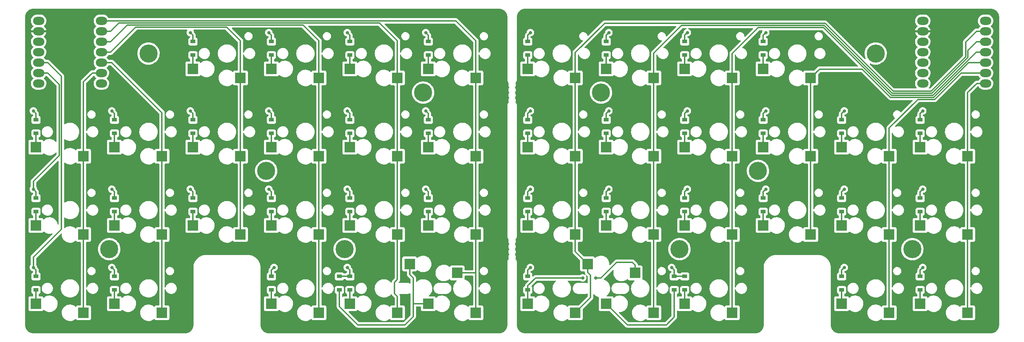
<source format=gbr>
%TF.GenerationSoftware,KiCad,Pcbnew,(6.0.1)*%
%TF.CreationDate,2022-12-03T11:16:14-05:00*%
%TF.ProjectId,DELPHI,44454c50-4849-42e6-9b69-6361645f7063,rev?*%
%TF.SameCoordinates,Original*%
%TF.FileFunction,Copper,L2,Bot*%
%TF.FilePolarity,Positive*%
%FSLAX46Y46*%
G04 Gerber Fmt 4.6, Leading zero omitted, Abs format (unit mm)*
G04 Created by KiCad (PCBNEW (6.0.1)) date 2022-12-03 11:16:14*
%MOMM*%
%LPD*%
G01*
G04 APERTURE LIST*
%TA.AperFunction,ComponentPad*%
%ADD10C,0.700000*%
%TD*%
%TA.AperFunction,ComponentPad*%
%ADD11C,4.400000*%
%TD*%
%TA.AperFunction,SMDPad,CuDef*%
%ADD12R,2.600000X2.600000*%
%TD*%
%TA.AperFunction,ComponentPad*%
%ADD13O,2.748280X1.998980*%
%TD*%
%TA.AperFunction,SMDPad,CuDef*%
%ADD14R,1.200000X0.900000*%
%TD*%
%TA.AperFunction,ViaPad*%
%ADD15C,0.800000*%
%TD*%
%TA.AperFunction,Conductor*%
%ADD16C,0.304800*%
%TD*%
G04 APERTURE END LIST*
D10*
%TO.P,REF\u002A\u002A,1*%
%TO.N,N/C*%
X120015000Y-53085000D03*
X118848274Y-50268274D03*
X118365000Y-51435000D03*
X121181726Y-52601726D03*
X121665000Y-51435000D03*
D11*
X120015000Y-51435000D03*
D10*
X120015000Y-49785000D03*
X121181726Y-50268274D03*
X118848274Y-52601726D03*
%TD*%
D12*
%TO.P,SW17,1,1*%
%TO.N,COL5L*%
X113765000Y-105010000D03*
%TO.P,SW17,2,2*%
%TO.N,Net-(D17-Pad2)*%
X102215000Y-102810000D03*
%TD*%
D10*
%TO.P,REF\u002A\u002A,1*%
%TO.N,N/C*%
X228220000Y-41910000D03*
D11*
X229870000Y-41910000D03*
D10*
X231036726Y-40743274D03*
X229870000Y-43560000D03*
X228703274Y-43076726D03*
X231520000Y-41910000D03*
X228703274Y-40743274D03*
X229870000Y-40260000D03*
X231036726Y-43076726D03*
%TD*%
D12*
%TO.P,SW5,1,1*%
%TO.N,COL2L*%
X56615000Y-85960000D03*
%TO.P,SW5,2,2*%
%TO.N,Net-(D5-Pad2)*%
X45065000Y-83760000D03*
%TD*%
%TO.P,SW25A,1,1*%
%TO.N,COL1R*%
X159920000Y-93110000D03*
%TO.P,SW25A,2,2*%
%TO.N,Net-(D25-Pad2)*%
X171470000Y-95310000D03*
%TD*%
%TO.P,SW10,1,1*%
%TO.N,COL4L*%
X94715000Y-47860000D03*
%TO.P,SW10,2,2*%
%TO.N,Net-(D10-Pad2)*%
X83165000Y-45660000D03*
%TD*%
D10*
%TO.P,REF\u002A\u002A,1*%
%TO.N,N/C*%
X237593274Y-90701726D03*
X240410000Y-89535000D03*
X239926726Y-88368274D03*
X237593274Y-88368274D03*
X237110000Y-89535000D03*
X239926726Y-90701726D03*
X238760000Y-87885000D03*
D11*
X238760000Y-89535000D03*
D10*
X238760000Y-91185000D03*
%TD*%
D12*
%TO.P,SW28,1,1*%
%TO.N,COL2R*%
X175995000Y-85960000D03*
%TO.P,SW28,2,2*%
%TO.N,Net-(D28-Pad2)*%
X164445000Y-83760000D03*
%TD*%
%TO.P,SW33,1,1*%
%TO.N,COL3R*%
X195045000Y-105010000D03*
%TO.P,SW33,2,2*%
%TO.N,Net-(D33-Pad2)*%
X183495000Y-102810000D03*
%TD*%
%TO.P,SW27,1,1*%
%TO.N,COL2R*%
X175995000Y-66910000D03*
%TO.P,SW27,2,2*%
%TO.N,Net-(D27-Pad2)*%
X164445000Y-64710000D03*
%TD*%
%TO.P,SW4,1,1*%
%TO.N,COL2L*%
X56615000Y-66910000D03*
%TO.P,SW4,2,2*%
%TO.N,Net-(D4-Pad2)*%
X45065000Y-64710000D03*
%TD*%
D10*
%TO.P,REF\u002A\u002A,1*%
%TO.N,N/C*%
X42648274Y-88368274D03*
X44981726Y-90701726D03*
X44981726Y-88368274D03*
X42648274Y-90701726D03*
X45465000Y-89535000D03*
X42165000Y-89535000D03*
D11*
X43815000Y-89535000D03*
D10*
X43815000Y-87885000D03*
X43815000Y-91185000D03*
%TD*%
D12*
%TO.P,SW2,1,1*%
%TO.N,COL1L*%
X37565000Y-85960000D03*
%TO.P,SW2,2,2*%
%TO.N,Net-(D2-Pad2)*%
X26015000Y-83760000D03*
%TD*%
%TO.P,SW20,1,1*%
%TO.N,COL6L*%
X132815000Y-85960000D03*
%TO.P,SW20,2,2*%
%TO.N,Net-(D20-Pad2)*%
X121265000Y-83760000D03*
%TD*%
D10*
%TO.P,REF\u002A\u002A,1*%
%TO.N,N/C*%
X52173274Y-43076726D03*
X53340000Y-43560000D03*
X52173274Y-40743274D03*
X53340000Y-40260000D03*
X51690000Y-41910000D03*
D11*
X53340000Y-41910000D03*
D10*
X54506726Y-43076726D03*
X54506726Y-40743274D03*
X54990000Y-41910000D03*
%TD*%
D12*
%TO.P,SW23,1,1*%
%TO.N,COL1R*%
X156945000Y-66910000D03*
%TO.P,SW23,2,2*%
%TO.N,Net-(D23-Pad2)*%
X145395000Y-64710000D03*
%TD*%
%TO.P,SW26,1,1*%
%TO.N,COL2R*%
X175995000Y-47860000D03*
%TO.P,SW26,2,2*%
%TO.N,Net-(D26-Pad2)*%
X164445000Y-45660000D03*
%TD*%
%TO.P,SW8,1,1*%
%TO.N,COL3L*%
X75665000Y-66910000D03*
%TO.P,SW8,2,2*%
%TO.N,Net-(D8-Pad2)*%
X64115000Y-64710000D03*
%TD*%
D11*
%TO.P,REF\u002A\u002A,1*%
%TO.N,N/C*%
X100965000Y-89535000D03*
D10*
X99798274Y-90701726D03*
X99315000Y-89535000D03*
X100965000Y-87885000D03*
X102131726Y-88368274D03*
X99798274Y-88368274D03*
X100965000Y-91185000D03*
X102615000Y-89535000D03*
X102131726Y-90701726D03*
%TD*%
D12*
%TO.P,SW24,1,1*%
%TO.N,COL1R*%
X156945000Y-85960000D03*
%TO.P,SW24,2,2*%
%TO.N,Net-(D24-Pad2)*%
X145395000Y-83760000D03*
%TD*%
%TO.P,SW12,1,1*%
%TO.N,COL4L*%
X94715000Y-85960000D03*
%TO.P,SW12,2,2*%
%TO.N,Net-(D12-Pad2)*%
X83165000Y-83760000D03*
%TD*%
%TO.P,SW19,1,1*%
%TO.N,COL6L*%
X132815000Y-66910000D03*
%TO.P,SW19,2,2*%
%TO.N,Net-(D19-Pad2)*%
X121265000Y-64710000D03*
%TD*%
%TO.P,SW6,1,1*%
%TO.N,COL2L*%
X56615000Y-105010000D03*
%TO.P,SW6,2,2*%
%TO.N,Net-(D6-Pad2)*%
X45065000Y-102810000D03*
%TD*%
%TO.P,SW7,1,1*%
%TO.N,COL3L*%
X75665000Y-47860000D03*
%TO.P,SW7,2,2*%
%TO.N,Net-(D7-Pad2)*%
X64115000Y-45660000D03*
%TD*%
%TO.P,SW25,1,1*%
%TO.N,COL1R*%
X156945000Y-105010000D03*
%TO.P,SW25,2,2*%
%TO.N,Net-(D25-Pad2)*%
X145395000Y-102810000D03*
%TD*%
%TO.P,SW34,1,1*%
%TO.N,COL4R*%
X214095000Y-47860000D03*
%TO.P,SW34,2,2*%
%TO.N,Net-(D34-Pad2)*%
X202545000Y-45660000D03*
%TD*%
%TO.P,SW18,1,1*%
%TO.N,COL6L*%
X132815000Y-47860000D03*
%TO.P,SW18,2,2*%
%TO.N,Net-(D18-Pad2)*%
X121265000Y-45660000D03*
%TD*%
D11*
%TO.P,REF\u002A\u002A,1*%
%TO.N,N/C*%
X163195000Y-51435000D03*
D10*
X162028274Y-52601726D03*
X163195000Y-53085000D03*
X161545000Y-51435000D03*
X164845000Y-51435000D03*
X164361726Y-50268274D03*
X162028274Y-50268274D03*
X164361726Y-52601726D03*
X163195000Y-49785000D03*
%TD*%
D12*
%TO.P,SW21A,1,1*%
%TO.N,Net-(D21-Pad2)*%
X116740000Y-93110000D03*
%TO.P,SW21A,2,2*%
%TO.N,COL6L*%
X128290000Y-95310000D03*
%TD*%
%TO.P,SW37,1,1*%
%TO.N,COL5R*%
X233145000Y-66910000D03*
%TO.P,SW37,2,2*%
%TO.N,Net-(D37-Pad2)*%
X221595000Y-64710000D03*
%TD*%
%TO.P,SW9,1,1*%
%TO.N,COL3L*%
X75665000Y-85960000D03*
%TO.P,SW9,2,2*%
%TO.N,Net-(D9-Pad2)*%
X64115000Y-83760000D03*
%TD*%
%TO.P,SW36,1,1*%
%TO.N,COL4R*%
X214095000Y-85960000D03*
%TO.P,SW36,2,2*%
%TO.N,Net-(D36-Pad2)*%
X202545000Y-83760000D03*
%TD*%
%TO.P,SW21,1,1*%
%TO.N,COL6L*%
X132815000Y-105010000D03*
%TO.P,SW21,2,2*%
%TO.N,Net-(D21-Pad2)*%
X121265000Y-102810000D03*
%TD*%
D10*
%TO.P,REF\u002A\u002A,1*%
%TO.N,N/C*%
X199645000Y-70485000D03*
X202461726Y-71651726D03*
D11*
X201295000Y-70485000D03*
D10*
X201295000Y-68835000D03*
X202461726Y-69318274D03*
X202945000Y-70485000D03*
X200128274Y-71651726D03*
X201295000Y-72135000D03*
X200128274Y-69318274D03*
%TD*%
D12*
%TO.P,SW3,1,1*%
%TO.N,COL1L*%
X37565000Y-105010000D03*
%TO.P,SW3,2,2*%
%TO.N,Net-(D3-Pad2)*%
X26015000Y-102810000D03*
%TD*%
%TO.P,SW32,1,1*%
%TO.N,COL3R*%
X195045000Y-85960000D03*
%TO.P,SW32,2,2*%
%TO.N,Net-(D32-Pad2)*%
X183495000Y-83760000D03*
%TD*%
%TO.P,SW35,1,1*%
%TO.N,COL4R*%
X214095000Y-66910000D03*
%TO.P,SW35,2,2*%
%TO.N,Net-(D35-Pad2)*%
X202545000Y-64710000D03*
%TD*%
D10*
%TO.P,REF\u002A\u002A,1*%
%TO.N,N/C*%
X80748274Y-69318274D03*
X80265000Y-70485000D03*
X81915000Y-72135000D03*
D11*
X81915000Y-70485000D03*
D10*
X83081726Y-69318274D03*
X83081726Y-71651726D03*
X81915000Y-68835000D03*
X80748274Y-71651726D03*
X83565000Y-70485000D03*
%TD*%
D12*
%TO.P,SW38,1,1*%
%TO.N,COL5R*%
X233145000Y-85960000D03*
%TO.P,SW38,2,2*%
%TO.N,Net-(D38-Pad2)*%
X221595000Y-83760000D03*
%TD*%
%TO.P,SW39,1,1*%
%TO.N,COL5R*%
X233145000Y-105010000D03*
%TO.P,SW39,2,2*%
%TO.N,Net-(D39-Pad2)*%
X221595000Y-102810000D03*
%TD*%
%TO.P,SW40,1,1*%
%TO.N,COL6R*%
X252195000Y-66910000D03*
%TO.P,SW40,2,2*%
%TO.N,Net-(D40-Pad2)*%
X240645000Y-64710000D03*
%TD*%
%TO.P,SW14,1,1*%
%TO.N,COL5L*%
X113765000Y-47860000D03*
%TO.P,SW14,2,2*%
%TO.N,Net-(D14-Pad2)*%
X102215000Y-45660000D03*
%TD*%
%TO.P,SW22,1,1*%
%TO.N,COL1R*%
X156945000Y-47860000D03*
%TO.P,SW22,2,2*%
%TO.N,Net-(D22-Pad2)*%
X145395000Y-45660000D03*
%TD*%
%TO.P,SW11,1,1*%
%TO.N,COL4L*%
X94715000Y-66910000D03*
%TO.P,SW11,2,2*%
%TO.N,Net-(D11-Pad2)*%
X83165000Y-64710000D03*
%TD*%
%TO.P,SW13,1,1*%
%TO.N,COL4L*%
X94715000Y-105010000D03*
%TO.P,SW13,2,2*%
%TO.N,Net-(D13-Pad2)*%
X83165000Y-102810000D03*
%TD*%
%TO.P,SW42,1,1*%
%TO.N,COL6R*%
X252195000Y-105010000D03*
%TO.P,SW42,2,2*%
%TO.N,Net-(D42-Pad2)*%
X240645000Y-102810000D03*
%TD*%
%TO.P,SW31,1,1*%
%TO.N,COL3R*%
X195045000Y-66910000D03*
%TO.P,SW31,2,2*%
%TO.N,Net-(D31-Pad2)*%
X183495000Y-64710000D03*
%TD*%
%TO.P,SW30,1,1*%
%TO.N,COL3R*%
X195045000Y-47860000D03*
%TO.P,SW30,2,2*%
%TO.N,Net-(D30-Pad2)*%
X183495000Y-45660000D03*
%TD*%
%TO.P,SW15,1,1*%
%TO.N,COL5L*%
X113765000Y-66910000D03*
%TO.P,SW15,2,2*%
%TO.N,Net-(D15-Pad2)*%
X102215000Y-64710000D03*
%TD*%
%TO.P,SW1,1,1*%
%TO.N,COL1L*%
X37565000Y-66910000D03*
%TO.P,SW1,2,2*%
%TO.N,Net-(D1-Pad2)*%
X26015000Y-64710000D03*
%TD*%
D10*
%TO.P,REF\u002A\u002A,1*%
%TO.N,N/C*%
X183895000Y-89535000D03*
X182245000Y-87885000D03*
D11*
X182245000Y-89535000D03*
D10*
X183411726Y-90701726D03*
X181078274Y-88368274D03*
X181078274Y-90701726D03*
X183411726Y-88368274D03*
X182245000Y-91185000D03*
X180595000Y-89535000D03*
%TD*%
D12*
%TO.P,SW29,1,1*%
%TO.N,COL2R*%
X175995000Y-105010000D03*
%TO.P,SW29,2,2*%
%TO.N,Net-(D29-Pad2)*%
X164445000Y-102810000D03*
%TD*%
%TO.P,SW16,1,1*%
%TO.N,COL5L*%
X113765000Y-85960000D03*
%TO.P,SW16,2,2*%
%TO.N,Net-(D16-Pad2)*%
X102215000Y-83760000D03*
%TD*%
%TO.P,SW41,1,1*%
%TO.N,COL6R*%
X252195000Y-85960000D03*
%TO.P,SW41,2,2*%
%TO.N,Net-(D41-Pad2)*%
X240645000Y-83760000D03*
%TD*%
D13*
%TO.P,U2,1,PA02_A0_D0*%
%TO.N,unconnected-(U2-Pad1)*%
X256547620Y-33952180D03*
%TO.P,U2,2,PA4_A1_D1*%
%TO.N,COL1R*%
X256547620Y-36492180D03*
%TO.P,U2,3,PA10_A2_D2*%
%TO.N,COL2R*%
X256547620Y-39032180D03*
%TO.P,U2,4,PA11_A3_D3*%
%TO.N,COL3R*%
X256547620Y-41572180D03*
%TO.P,U2,5,PA8_A4_D4_SDA*%
%TO.N,COL4R*%
X256547620Y-44112180D03*
%TO.P,U2,6,PA9_A5_D5_SCL*%
%TO.N,COL5R*%
X256547620Y-46652180D03*
%TO.P,U2,7,PB08_A6_D6_TX*%
%TO.N,COL6R*%
X256547620Y-49192180D03*
%TO.P,U2,8,PB09_A7_D7_RX*%
%TO.N,ROW2R*%
X241307620Y-49192180D03*
%TO.P,U2,9,PA7_A8_D8_SCK*%
%TO.N,ROW3R*%
X241307620Y-46652180D03*
%TO.P,U2,10,PA5_A9_D9_MISO*%
%TO.N,ROW4R*%
X241307620Y-44112180D03*
%TO.P,U2,11,PA6_A10_D10_MOSI*%
%TO.N,ROW1R*%
X241307620Y-41572180D03*
%TO.P,U2,12,3V3*%
%TO.N,unconnected-(U2-Pad12)*%
X241307620Y-39032180D03*
%TO.P,U2,13,GND*%
%TO.N,GND2*%
X241307620Y-36492180D03*
%TO.P,U2,14,5V*%
%TO.N,unconnected-(U2-Pad14)*%
X241307620Y-33952180D03*
%TD*%
D14*
%TO.P,D26,1,K*%
%TO.N,ROW1R*%
X164465000Y-38990000D03*
%TO.P,D26,2,A*%
%TO.N,Net-(D26-Pad2)*%
X164465000Y-42290000D03*
%TD*%
%TO.P,D16,1,K*%
%TO.N,ROW3L*%
X102235000Y-77090000D03*
%TO.P,D16,2,A*%
%TO.N,Net-(D16-Pad2)*%
X102235000Y-80390000D03*
%TD*%
%TO.P,D4,1,K*%
%TO.N,ROW2L*%
X45085000Y-58040000D03*
%TO.P,D4,2,A*%
%TO.N,Net-(D4-Pad2)*%
X45085000Y-61340000D03*
%TD*%
%TO.P,D36,1,K*%
%TO.N,ROW3R*%
X202565000Y-77090000D03*
%TO.P,D36,2,A*%
%TO.N,Net-(D36-Pad2)*%
X202565000Y-80390000D03*
%TD*%
%TO.P,D3,1,K*%
%TO.N,ROW4L*%
X26035000Y-96140000D03*
%TO.P,D3,2,A*%
%TO.N,Net-(D3-Pad2)*%
X26035000Y-99440000D03*
%TD*%
%TO.P,D42,1,K*%
%TO.N,ROW4R*%
X240665000Y-96140000D03*
%TO.P,D42,2,A*%
%TO.N,Net-(D42-Pad2)*%
X240665000Y-99440000D03*
%TD*%
%TO.P,D35,1,K*%
%TO.N,ROW2R*%
X202565000Y-58040000D03*
%TO.P,D35,2,A*%
%TO.N,Net-(D35-Pad2)*%
X202565000Y-61340000D03*
%TD*%
%TO.P,D23,1,K*%
%TO.N,ROW2R*%
X145415000Y-58040000D03*
%TO.P,D23,2,A*%
%TO.N,Net-(D23-Pad2)*%
X145415000Y-61340000D03*
%TD*%
%TO.P,D10,1,K*%
%TO.N,ROW1L*%
X83185000Y-38990000D03*
%TO.P,D10,2,A*%
%TO.N,Net-(D10-Pad2)*%
X83185000Y-42290000D03*
%TD*%
%TO.P,D5,1,K*%
%TO.N,ROW3L*%
X45085000Y-77090000D03*
%TO.P,D5,2,A*%
%TO.N,Net-(D5-Pad2)*%
X45085000Y-80390000D03*
%TD*%
%TO.P,D27,1,K*%
%TO.N,ROW2R*%
X164465000Y-58040000D03*
%TO.P,D27,2,A*%
%TO.N,Net-(D27-Pad2)*%
X164465000Y-61340000D03*
%TD*%
%TO.P,D20,1,K*%
%TO.N,ROW3L*%
X121285000Y-77090000D03*
%TO.P,D20,2,A*%
%TO.N,Net-(D20-Pad2)*%
X121285000Y-80390000D03*
%TD*%
%TO.P,D9,1,K*%
%TO.N,ROW3L*%
X64135000Y-77090000D03*
%TO.P,D9,2,A*%
%TO.N,Net-(D9-Pad2)*%
X64135000Y-80390000D03*
%TD*%
%TO.P,D29,1,K*%
%TO.N,ROW4R*%
X180975000Y-96140000D03*
%TO.P,D29,2,A*%
%TO.N,Net-(D29-Pad2)*%
X180975000Y-99440000D03*
%TD*%
%TO.P,D40,1,K*%
%TO.N,ROW2R*%
X240665000Y-58040000D03*
%TO.P,D40,2,A*%
%TO.N,Net-(D40-Pad2)*%
X240665000Y-61340000D03*
%TD*%
%TO.P,D22,1,K*%
%TO.N,ROW1R*%
X145415000Y-38990000D03*
%TO.P,D22,2,A*%
%TO.N,Net-(D22-Pad2)*%
X145415000Y-42290000D03*
%TD*%
%TO.P,D8,1,K*%
%TO.N,ROW2L*%
X64135000Y-58040000D03*
%TO.P,D8,2,A*%
%TO.N,Net-(D8-Pad2)*%
X64135000Y-61340000D03*
%TD*%
%TO.P,D15,1,K*%
%TO.N,ROW2L*%
X102235000Y-58040000D03*
%TO.P,D15,2,A*%
%TO.N,Net-(D15-Pad2)*%
X102235000Y-61340000D03*
%TD*%
%TO.P,D1,1,K*%
%TO.N,ROW2L*%
X26035000Y-58040000D03*
%TO.P,D1,2,A*%
%TO.N,Net-(D1-Pad2)*%
X26035000Y-61340000D03*
%TD*%
%TO.P,D7,1,K*%
%TO.N,ROW1L*%
X64135000Y-38990000D03*
%TO.P,D7,2,A*%
%TO.N,Net-(D7-Pad2)*%
X64135000Y-42290000D03*
%TD*%
%TO.P,D17,1,K*%
%TO.N,ROW4L*%
X102235000Y-96140000D03*
%TO.P,D17,2,A*%
%TO.N,Net-(D17-Pad2)*%
X102235000Y-99440000D03*
%TD*%
%TO.P,D39,1,K*%
%TO.N,ROW4R*%
X221615000Y-96140000D03*
%TO.P,D39,2,A*%
%TO.N,Net-(D39-Pad2)*%
X221615000Y-99440000D03*
%TD*%
%TO.P,D12,1,K*%
%TO.N,ROW3L*%
X83185000Y-77090000D03*
%TO.P,D12,2,A*%
%TO.N,Net-(D12-Pad2)*%
X83185000Y-80390000D03*
%TD*%
%TO.P,D11,1,K*%
%TO.N,ROW2L*%
X83185000Y-58040000D03*
%TO.P,D11,2,A*%
%TO.N,Net-(D11-Pad2)*%
X83185000Y-61340000D03*
%TD*%
%TO.P,D24,1,K*%
%TO.N,ROW3R*%
X145415000Y-77090000D03*
%TO.P,D24,2,A*%
%TO.N,Net-(D24-Pad2)*%
X145415000Y-80390000D03*
%TD*%
%TO.P,D28,1,K*%
%TO.N,ROW3R*%
X164465000Y-77090000D03*
%TO.P,D28,2,A*%
%TO.N,Net-(D28-Pad2)*%
X164465000Y-80390000D03*
%TD*%
%TO.P,D34,1,K*%
%TO.N,ROW1R*%
X202565000Y-38990000D03*
%TO.P,D34,2,A*%
%TO.N,Net-(D34-Pad2)*%
X202565000Y-42290000D03*
%TD*%
%TO.P,D32,1,K*%
%TO.N,ROW3R*%
X183515000Y-77090000D03*
%TO.P,D32,2,A*%
%TO.N,Net-(D32-Pad2)*%
X183515000Y-80390000D03*
%TD*%
%TO.P,D2,1,K*%
%TO.N,ROW3L*%
X26035000Y-77090000D03*
%TO.P,D2,2,A*%
%TO.N,Net-(D2-Pad2)*%
X26035000Y-80390000D03*
%TD*%
%TO.P,D33,1,K*%
%TO.N,ROW4R*%
X183515000Y-96140000D03*
%TO.P,D33,2,A*%
%TO.N,Net-(D33-Pad2)*%
X183515000Y-99440000D03*
%TD*%
%TO.P,D37,1,K*%
%TO.N,ROW2R*%
X221615000Y-58040000D03*
%TO.P,D37,2,A*%
%TO.N,Net-(D37-Pad2)*%
X221615000Y-61340000D03*
%TD*%
%TO.P,D30,1,K*%
%TO.N,ROW1R*%
X183515000Y-38990000D03*
%TO.P,D30,2,A*%
%TO.N,Net-(D30-Pad2)*%
X183515000Y-42290000D03*
%TD*%
%TO.P,D14,1,K*%
%TO.N,ROW1L*%
X102235000Y-38990000D03*
%TO.P,D14,2,A*%
%TO.N,Net-(D14-Pad2)*%
X102235000Y-42290000D03*
%TD*%
%TO.P,D6,1,K*%
%TO.N,ROW4L*%
X45085000Y-96140000D03*
%TO.P,D6,2,A*%
%TO.N,Net-(D6-Pad2)*%
X45085000Y-99440000D03*
%TD*%
%TO.P,D21,1,K*%
%TO.N,ROW4L*%
X99695000Y-96140000D03*
%TO.P,D21,2,A*%
%TO.N,Net-(D21-Pad2)*%
X99695000Y-99440000D03*
%TD*%
%TO.P,D19,1,K*%
%TO.N,ROW2L*%
X121285000Y-58040000D03*
%TO.P,D19,2,A*%
%TO.N,Net-(D19-Pad2)*%
X121285000Y-61340000D03*
%TD*%
D13*
%TO.P,U1,1,PA02_A0_D0*%
%TO.N,COL6L*%
X41917620Y-33952180D03*
%TO.P,U1,2,PA4_A1_D1*%
%TO.N,COL5L*%
X41917620Y-36492180D03*
%TO.P,U1,3,PA10_A2_D2*%
%TO.N,COL4L*%
X41917620Y-39032180D03*
%TO.P,U1,4,PA11_A3_D3*%
%TO.N,COL3L*%
X41917620Y-41572180D03*
%TO.P,U1,5,PA8_A4_D4_SDA*%
%TO.N,COL2L*%
X41917620Y-44112180D03*
%TO.P,U1,6,PA9_A5_D5_SCL*%
%TO.N,COL1L*%
X41917620Y-46652180D03*
%TO.P,U1,7,PB08_A6_D6_TX*%
%TO.N,ROW1L*%
X41917620Y-49192180D03*
%TO.P,U1,8,PB09_A7_D7_RX*%
%TO.N,ROW2L*%
X26677620Y-49192180D03*
%TO.P,U1,9,PA7_A8_D8_SCK*%
%TO.N,ROW3L*%
X26677620Y-46652180D03*
%TO.P,U1,10,PA5_A9_D9_MISO*%
%TO.N,ROW4L*%
X26677620Y-44112180D03*
%TO.P,U1,11,PA6_A10_D10_MOSI*%
%TO.N,unconnected-(U1-Pad11)*%
X26677620Y-41572180D03*
%TO.P,U1,12,3V3*%
%TO.N,unconnected-(U1-Pad12)*%
X26677620Y-39032180D03*
%TO.P,U1,13,GND*%
%TO.N,GND1*%
X26677620Y-36492180D03*
%TO.P,U1,14,5V*%
%TO.N,unconnected-(U1-Pad14)*%
X26677620Y-33952180D03*
%TD*%
D14*
%TO.P,D41,1,K*%
%TO.N,ROW3R*%
X240665000Y-77090000D03*
%TO.P,D41,2,A*%
%TO.N,Net-(D41-Pad2)*%
X240665000Y-80390000D03*
%TD*%
%TO.P,D13,1,K*%
%TO.N,ROW4L*%
X83185000Y-96140000D03*
%TO.P,D13,2,A*%
%TO.N,Net-(D13-Pad2)*%
X83185000Y-99440000D03*
%TD*%
%TO.P,D31,1,K*%
%TO.N,ROW2R*%
X183515000Y-58040000D03*
%TO.P,D31,2,A*%
%TO.N,Net-(D31-Pad2)*%
X183515000Y-61340000D03*
%TD*%
%TO.P,D25,1,K*%
%TO.N,ROW4R*%
X145415000Y-96140000D03*
%TO.P,D25,2,A*%
%TO.N,Net-(D25-Pad2)*%
X145415000Y-99440000D03*
%TD*%
%TO.P,D38,1,K*%
%TO.N,ROW3R*%
X221615000Y-77090000D03*
%TO.P,D38,2,A*%
%TO.N,Net-(D38-Pad2)*%
X221615000Y-80390000D03*
%TD*%
%TO.P,D18,1,K*%
%TO.N,ROW1L*%
X121285000Y-38990000D03*
%TO.P,D18,2,A*%
%TO.N,Net-(D18-Pad2)*%
X121285000Y-42290000D03*
%TD*%
D15*
%TO.N,GND2*%
X248920000Y-95885000D03*
X229870000Y-95885000D03*
X248920000Y-76835000D03*
X248920000Y-57785000D03*
X210820000Y-57785000D03*
X229870000Y-57785000D03*
X229870000Y-76835000D03*
X210820000Y-76835000D03*
X191770000Y-76835000D03*
X191770000Y-57785000D03*
X172720000Y-57785000D03*
X210820000Y-38735000D03*
X191770000Y-38735000D03*
X172720000Y-38735000D03*
X153670000Y-38735000D03*
X153670000Y-57785000D03*
X153670000Y-76835000D03*
X172720000Y-76835000D03*
X191770000Y-95885000D03*
X153670000Y-94615000D03*
%TO.N,GND1*%
X129540000Y-57785000D03*
X91440000Y-57785000D03*
X110490000Y-57785000D03*
X129540000Y-76835000D03*
X110490000Y-76835000D03*
X110490000Y-95885000D03*
X91440000Y-95885000D03*
X91440000Y-76835000D03*
X72390000Y-76835000D03*
X129540000Y-38735000D03*
X110490000Y-38735000D03*
X91440000Y-38735000D03*
X72390000Y-38735000D03*
X72390000Y-57785000D03*
X53340000Y-95885000D03*
X34290000Y-95885000D03*
X53340000Y-76835000D03*
X34290000Y-76835000D03*
X53340000Y-57785000D03*
X34290000Y-57785000D03*
%TO.N,ROW1L*%
X120650000Y-36830000D03*
X101600000Y-36830000D03*
X63500000Y-36830000D03*
X82550000Y-36830000D03*
%TO.N,ROW2L*%
X101600000Y-55880000D03*
X120650000Y-55880000D03*
X63500000Y-55880000D03*
X82550000Y-55880000D03*
X44450000Y-55880000D03*
X25400000Y-55880000D03*
%TO.N,ROW3L*%
X25400000Y-74930000D03*
X82550000Y-74930000D03*
X63500000Y-74930000D03*
X44450000Y-74930000D03*
X120650000Y-74930000D03*
X101600000Y-74930000D03*
%TO.N,ROW4L*%
X25400000Y-93980000D03*
X83820000Y-93980000D03*
X101600000Y-93980000D03*
X44450000Y-93980000D03*
%TO.N,ROW1R*%
X146050000Y-36830000D03*
X203200000Y-36830000D03*
X165100000Y-36830000D03*
X184150000Y-36830000D03*
%TO.N,ROW2R*%
X222250000Y-55880000D03*
X184150000Y-55880000D03*
X241300000Y-55880000D03*
X146050000Y-55880000D03*
X165100000Y-55880000D03*
X203200000Y-55880000D03*
%TO.N,ROW3R*%
X222250000Y-74930000D03*
X146050000Y-74930000D03*
X184150000Y-74930000D03*
X241300000Y-74930000D03*
X165100000Y-74930000D03*
X203200000Y-74930000D03*
%TO.N,ROW4R*%
X222250000Y-93980000D03*
X180340000Y-93980000D03*
X241300000Y-93980000D03*
X146050000Y-93980000D03*
%TO.N,Net-(D25-Pad2)*%
X161925000Y-96520000D03*
X158750000Y-96520000D03*
%TO.N,GND1*%
X34290000Y-70485000D03*
%TD*%
D16*
%TO.N,COL6L*%
X132815000Y-38835000D02*
X132815000Y-47860000D01*
X127932180Y-33952180D02*
X132815000Y-38835000D01*
X41634410Y-33952180D02*
X127932180Y-33952180D01*
%TO.N,COL5L*%
X113765000Y-38835000D02*
X113765000Y-47860000D01*
X109384620Y-34454620D02*
X113765000Y-38835000D01*
X46190380Y-34454620D02*
X109384620Y-34454620D01*
X44152820Y-36492180D02*
X46190380Y-34454620D01*
X41634410Y-36492180D02*
X44152820Y-36492180D01*
%TO.N,COL3L*%
X72289500Y-35459500D02*
X50265500Y-35459500D01*
X50265500Y-35459500D02*
X44152820Y-41572180D01*
X75665000Y-38835000D02*
X72289500Y-35459500D01*
X75665000Y-47860000D02*
X75665000Y-38835000D01*
X44152820Y-41572180D02*
X41634410Y-41572180D01*
%TO.N,COL4L*%
X48230639Y-34957060D02*
X90837060Y-34957060D01*
X90837060Y-34957060D02*
X94715000Y-38835000D01*
X44155519Y-39032180D02*
X48230639Y-34957060D01*
X94715000Y-38835000D02*
X94715000Y-47860000D01*
X41634410Y-39032180D02*
X44155519Y-39032180D01*
%TO.N,ROW1L*%
X102235000Y-38990000D02*
X102235000Y-37465000D01*
X83185000Y-38990000D02*
X83185000Y-37465000D01*
X121285000Y-37465000D02*
X120650000Y-36830000D01*
X64135000Y-37465000D02*
X63500000Y-36830000D01*
X102235000Y-37465000D02*
X101600000Y-36830000D01*
X83185000Y-37465000D02*
X82550000Y-36830000D01*
X64135000Y-38990000D02*
X64135000Y-37465000D01*
X121285000Y-38990000D02*
X121285000Y-37465000D01*
%TO.N,Net-(D1-Pad2)*%
X26035000Y-61340000D02*
X26035000Y-64690000D01*
%TO.N,ROW2L*%
X45085000Y-56515000D02*
X44450000Y-55880000D01*
X83185000Y-58040000D02*
X83185000Y-56515000D01*
X45085000Y-58040000D02*
X45085000Y-56515000D01*
X64135000Y-58040000D02*
X64135000Y-56515000D01*
X102235000Y-56515000D02*
X101600000Y-55880000D01*
X102235000Y-58040000D02*
X102235000Y-56515000D01*
X64135000Y-56515000D02*
X63500000Y-55880000D01*
X121285000Y-58040000D02*
X121285000Y-56515000D01*
X26035000Y-56515000D02*
X25400000Y-55880000D01*
X26035000Y-58040000D02*
X26035000Y-56515000D01*
X83185000Y-56515000D02*
X82550000Y-55880000D01*
X121285000Y-56515000D02*
X120650000Y-55880000D01*
%TO.N,Net-(D2-Pad2)*%
X26035000Y-80390000D02*
X26035000Y-83740000D01*
%TO.N,ROW3L*%
X28872180Y-46652180D02*
X26394410Y-46652180D01*
X64135000Y-77090000D02*
X64135000Y-75565000D01*
X121285000Y-75565000D02*
X120650000Y-74930000D01*
X31671139Y-66753861D02*
X31671139Y-49451139D01*
X83185000Y-75565000D02*
X82550000Y-74930000D01*
X25400000Y-74930000D02*
X25400000Y-73025000D01*
X45085000Y-77090000D02*
X45085000Y-75565000D01*
X102235000Y-75565000D02*
X101600000Y-74930000D01*
X26035000Y-75565000D02*
X25400000Y-74930000D01*
X31671139Y-49451139D02*
X28872180Y-46652180D01*
X45085000Y-75565000D02*
X44450000Y-74930000D01*
X102235000Y-77090000D02*
X102235000Y-75565000D01*
X26035000Y-77090000D02*
X26035000Y-75565000D01*
X64135000Y-75565000D02*
X63500000Y-74930000D01*
X83185000Y-77090000D02*
X83185000Y-75565000D01*
X25400000Y-73025000D02*
X31671139Y-66753861D01*
X121285000Y-77090000D02*
X121285000Y-75565000D01*
%TO.N,Net-(D3-Pad2)*%
X26035000Y-99440000D02*
X26035000Y-102790000D01*
%TO.N,Net-(D4-Pad2)*%
X45085000Y-61340000D02*
X45085000Y-64690000D01*
%TO.N,Net-(D5-Pad2)*%
X45085000Y-80390000D02*
X45085000Y-83740000D01*
%TO.N,Net-(D6-Pad2)*%
X45085000Y-99440000D02*
X45085000Y-102790000D01*
%TO.N,Net-(D7-Pad2)*%
X64135000Y-42290000D02*
X64135000Y-45640000D01*
%TO.N,Net-(D8-Pad2)*%
X64135000Y-61340000D02*
X64135000Y-64690000D01*
%TO.N,Net-(D9-Pad2)*%
X64135000Y-80390000D02*
X64135000Y-83740000D01*
%TO.N,Net-(D10-Pad2)*%
X83185000Y-42290000D02*
X83185000Y-45640000D01*
%TO.N,Net-(D11-Pad2)*%
X83185000Y-61340000D02*
X83185000Y-64690000D01*
%TO.N,Net-(D12-Pad2)*%
X83185000Y-80390000D02*
X83185000Y-83740000D01*
%TO.N,ROW4L*%
X45085000Y-96140000D02*
X45085000Y-94615000D01*
X83820000Y-93980000D02*
X83185000Y-94615000D01*
X25400000Y-91440000D02*
X32173579Y-84666421D01*
X83185000Y-94615000D02*
X83185000Y-96140000D01*
X26035000Y-94615000D02*
X25400000Y-93980000D01*
X25400000Y-93980000D02*
X25400000Y-91440000D01*
X45085000Y-94615000D02*
X44450000Y-93980000D01*
X102235000Y-94615000D02*
X101600000Y-93980000D01*
X32173579Y-84666421D02*
X32173579Y-47413579D01*
X26035000Y-96140000D02*
X26035000Y-94615000D01*
X28872180Y-44112180D02*
X26394410Y-44112180D01*
X99695000Y-96140000D02*
X102235000Y-96140000D01*
X102235000Y-96140000D02*
X102235000Y-94615000D01*
X32173579Y-47413579D02*
X28872180Y-44112180D01*
%TO.N,Net-(D13-Pad2)*%
X83185000Y-99440000D02*
X83185000Y-102790000D01*
%TO.N,Net-(D14-Pad2)*%
X102235000Y-42290000D02*
X102235000Y-45640000D01*
%TO.N,Net-(D15-Pad2)*%
X102235000Y-61340000D02*
X102235000Y-64690000D01*
%TO.N,Net-(D16-Pad2)*%
X102235000Y-80390000D02*
X102235000Y-83740000D01*
%TO.N,Net-(D17-Pad2)*%
X102235000Y-99440000D02*
X102235000Y-102790000D01*
%TO.N,Net-(D18-Pad2)*%
X121285000Y-42290000D02*
X121285000Y-45640000D01*
%TO.N,Net-(D19-Pad2)*%
X121285000Y-61340000D02*
X121285000Y-64690000D01*
%TO.N,Net-(D20-Pad2)*%
X121285000Y-80390000D02*
X121285000Y-83740000D01*
%TO.N,Net-(D21-Pad2)*%
X117602000Y-105918000D02*
X115570000Y-107950000D01*
X117602000Y-102870000D02*
X117602000Y-105918000D01*
X117602000Y-96520000D02*
X117602000Y-102870000D01*
X116740000Y-93110000D02*
X116740000Y-95658000D01*
X99695000Y-103505000D02*
X99695000Y-99440000D01*
X116740000Y-95658000D02*
X117602000Y-96520000D01*
X121265000Y-102810000D02*
X117662000Y-102810000D01*
X117662000Y-102810000D02*
X117602000Y-102870000D01*
X104140000Y-107950000D02*
X99695000Y-103505000D01*
X115570000Y-107950000D02*
X104140000Y-107950000D01*
%TO.N,ROW1R*%
X165100000Y-36830000D02*
X164465000Y-37465000D01*
X203200000Y-36830000D02*
X202565000Y-37465000D01*
X145415000Y-37465000D02*
X145415000Y-38990000D01*
X146050000Y-36830000D02*
X145415000Y-37465000D01*
X164465000Y-37465000D02*
X164465000Y-38990000D01*
X184150000Y-36830000D02*
X183515000Y-37465000D01*
X183515000Y-37465000D02*
X183515000Y-38990000D01*
X202565000Y-37465000D02*
X202565000Y-38990000D01*
%TO.N,Net-(D22-Pad2)*%
X145415000Y-42290000D02*
X145415000Y-45640000D01*
%TO.N,ROW2R*%
X183515000Y-56515000D02*
X183515000Y-58040000D01*
X222250000Y-55880000D02*
X221615000Y-56515000D01*
X184150000Y-55880000D02*
X183515000Y-56515000D01*
X146050000Y-55880000D02*
X145415000Y-56515000D01*
X145415000Y-56515000D02*
X145415000Y-58040000D01*
X202565000Y-56515000D02*
X202565000Y-58040000D01*
X164465000Y-56515000D02*
X164465000Y-58040000D01*
X241300000Y-55880000D02*
X240665000Y-56515000D01*
X203200000Y-55880000D02*
X202565000Y-56515000D01*
X221615000Y-56515000D02*
X221615000Y-58040000D01*
X165100000Y-55880000D02*
X164465000Y-56515000D01*
X240665000Y-56515000D02*
X240665000Y-58040000D01*
%TO.N,Net-(D23-Pad2)*%
X145415000Y-61340000D02*
X145415000Y-64690000D01*
%TO.N,ROW3R*%
X240665000Y-75565000D02*
X240665000Y-77090000D01*
X146050000Y-74930000D02*
X145415000Y-75565000D01*
X221615000Y-75565000D02*
X221615000Y-77090000D01*
X203200000Y-74930000D02*
X202565000Y-75565000D01*
X145415000Y-75565000D02*
X145415000Y-77090000D01*
X241300000Y-74930000D02*
X240665000Y-75565000D01*
X164465000Y-75565000D02*
X164465000Y-77090000D01*
X184150000Y-74930000D02*
X183515000Y-75565000D01*
X183515000Y-75565000D02*
X183515000Y-77090000D01*
X202565000Y-75565000D02*
X202565000Y-77090000D01*
X222250000Y-74930000D02*
X221615000Y-75565000D01*
X165100000Y-74930000D02*
X164465000Y-75565000D01*
%TO.N,Net-(D24-Pad2)*%
X145415000Y-80390000D02*
X145415000Y-83740000D01*
%TO.N,ROW4R*%
X180975000Y-96140000D02*
X180975000Y-94615000D01*
X145415000Y-96140000D02*
X145415000Y-94615000D01*
X240665000Y-96140000D02*
X240665000Y-94615000D01*
X240665000Y-94615000D02*
X241300000Y-93980000D01*
X221615000Y-94615000D02*
X222250000Y-93980000D01*
X180975000Y-94615000D02*
X180340000Y-93980000D01*
X145415000Y-94615000D02*
X146050000Y-93980000D01*
X221615000Y-96140000D02*
X221615000Y-94615000D01*
X183515000Y-96140000D02*
X180975000Y-96140000D01*
%TO.N,Net-(D25-Pad2)*%
X167005000Y-92710000D02*
X170815000Y-92710000D01*
X170815000Y-92710000D02*
X171470000Y-93365000D01*
X145415000Y-98425000D02*
X147320000Y-96520000D01*
X171470000Y-93365000D02*
X171470000Y-95310000D01*
X161925000Y-96520000D02*
X163195000Y-96520000D01*
X145415000Y-99440000D02*
X145415000Y-102790000D01*
X147320000Y-96520000D02*
X158750000Y-96520000D01*
X163195000Y-96520000D02*
X167005000Y-92710000D01*
X145415000Y-99440000D02*
X145415000Y-98425000D01*
%TO.N,Net-(D26-Pad2)*%
X164465000Y-42290000D02*
X164465000Y-45640000D01*
%TO.N,Net-(D27-Pad2)*%
X164465000Y-61340000D02*
X164465000Y-64690000D01*
%TO.N,Net-(D28-Pad2)*%
X164465000Y-80390000D02*
X164465000Y-83740000D01*
%TO.N,Net-(D29-Pad2)*%
X180975000Y-106045000D02*
X180975000Y-99440000D01*
X164445000Y-102810000D02*
X169585000Y-107950000D01*
X169585000Y-107950000D02*
X179070000Y-107950000D01*
X179070000Y-107950000D02*
X180975000Y-106045000D01*
%TO.N,Net-(D30-Pad2)*%
X183515000Y-42290000D02*
X183515000Y-45640000D01*
%TO.N,Net-(D31-Pad2)*%
X183515000Y-61340000D02*
X183515000Y-64690000D01*
%TO.N,Net-(D32-Pad2)*%
X183515000Y-80390000D02*
X183515000Y-83740000D01*
%TO.N,Net-(D33-Pad2)*%
X183515000Y-99440000D02*
X183515000Y-102790000D01*
%TO.N,Net-(D34-Pad2)*%
X202565000Y-42290000D02*
X202565000Y-45640000D01*
%TO.N,Net-(D35-Pad2)*%
X202565000Y-61340000D02*
X202565000Y-64690000D01*
%TO.N,Net-(D36-Pad2)*%
X202565000Y-80390000D02*
X202565000Y-83740000D01*
%TO.N,Net-(D37-Pad2)*%
X221615000Y-61340000D02*
X221615000Y-64690000D01*
%TO.N,Net-(D38-Pad2)*%
X221615000Y-80390000D02*
X221615000Y-83740000D01*
%TO.N,Net-(D39-Pad2)*%
X221615000Y-99440000D02*
X221615000Y-102790000D01*
%TO.N,Net-(D40-Pad2)*%
X240665000Y-61340000D02*
X240665000Y-64690000D01*
%TO.N,Net-(D41-Pad2)*%
X240665000Y-80390000D02*
X240665000Y-83740000D01*
%TO.N,Net-(D42-Pad2)*%
X240665000Y-99440000D02*
X240665000Y-102790000D01*
%TO.N,COL1L*%
X37565000Y-66910000D02*
X37565000Y-85960000D01*
X42071290Y-46652180D02*
X39707820Y-46652180D01*
X37565000Y-48795000D02*
X37565000Y-66910000D01*
X39707820Y-46652180D02*
X37565000Y-48795000D01*
X37565000Y-85960000D02*
X37565000Y-105010000D01*
%TO.N,COL2L*%
X56615000Y-105010000D02*
X56615000Y-85960000D01*
X42071290Y-44112180D02*
X44429680Y-44112180D01*
X56615000Y-85960000D02*
X56615000Y-66910000D01*
X56615000Y-56297500D02*
X56615000Y-66910000D01*
X44429680Y-44112180D02*
X56615000Y-56297500D01*
%TO.N,COL3L*%
X75665000Y-66910000D02*
X75665000Y-85960000D01*
X75665000Y-47860000D02*
X75665000Y-66910000D01*
%TO.N,COL4L*%
X94715000Y-105010000D02*
X94715000Y-85960000D01*
X94715000Y-47860000D02*
X94715000Y-66910000D01*
X94715000Y-85960000D02*
X94715000Y-66910000D01*
%TO.N,COL5L*%
X113030000Y-100330000D02*
X113765000Y-101065000D01*
X113765000Y-66910000D02*
X113765000Y-85960000D01*
X113765000Y-85960000D02*
X113765000Y-96912072D01*
X113765000Y-47860000D02*
X113765000Y-66910000D01*
X113765000Y-96912072D02*
X113030000Y-97647072D01*
X113765000Y-101065000D02*
X113765000Y-105010000D01*
X113030000Y-97647072D02*
X113030000Y-100330000D01*
%TO.N,COL6L*%
X132775000Y-95310000D02*
X132815000Y-95350000D01*
X128290000Y-95310000D02*
X132775000Y-95310000D01*
X132815000Y-85960000D02*
X132815000Y-95350000D01*
X132815000Y-66910000D02*
X132815000Y-47860000D01*
X132815000Y-95350000D02*
X132815000Y-105010000D01*
X132815000Y-85960000D02*
X132815000Y-66910000D01*
%TO.N,COL1R*%
X217586236Y-34555120D02*
X234096236Y-51065120D01*
X156945000Y-41684431D02*
X164074311Y-34555120D01*
X159920000Y-95150000D02*
X159920000Y-93110000D01*
X156945000Y-66910000D02*
X156945000Y-47860000D01*
X156945000Y-47860000D02*
X156945000Y-41684431D01*
X156945000Y-85960000D02*
X156945000Y-90135000D01*
X160655000Y-101300000D02*
X160655000Y-95885000D01*
X254337820Y-36492180D02*
X256540000Y-36492180D01*
X234096236Y-51065120D02*
X243348206Y-51065120D01*
X164074311Y-34555120D02*
X217586236Y-34555120D01*
X160655000Y-95885000D02*
X159920000Y-95150000D01*
X156945000Y-85960000D02*
X156945000Y-66910000D01*
X156945000Y-90135000D02*
X159920000Y-93110000D01*
X251725120Y-39104880D02*
X254337820Y-36492180D01*
X156945000Y-105010000D02*
X160655000Y-101300000D01*
X251725120Y-42688206D02*
X251725120Y-39104880D01*
X243348206Y-51065120D02*
X251725120Y-42688206D01*
%TO.N,COL2R*%
X175995000Y-66910000D02*
X175995000Y-85960000D01*
X217378118Y-35057560D02*
X233888118Y-51567560D01*
X175995000Y-85960000D02*
X175995000Y-105010000D01*
X252227560Y-42896323D02*
X252227560Y-41142440D01*
X175995000Y-47860000D02*
X175995000Y-66910000D01*
X233888118Y-51567560D02*
X243556323Y-51567560D01*
X254337820Y-39032180D02*
X256540000Y-39032180D01*
X182747440Y-35057560D02*
X217378118Y-35057560D01*
X252227560Y-41142440D02*
X254337820Y-39032180D01*
X175995000Y-41810000D02*
X182747440Y-35057560D01*
X175995000Y-47860000D02*
X175995000Y-41810000D01*
X243556323Y-51567560D02*
X252227560Y-42896323D01*
%TO.N,COL3R*%
X195045000Y-105010000D02*
X195045000Y-85960000D01*
X217170000Y-35560000D02*
X201395000Y-35560000D01*
X201395000Y-35560000D02*
X195045000Y-41910000D01*
X254262262Y-41572180D02*
X243764442Y-52070000D01*
X256540000Y-41572180D02*
X254262262Y-41572180D01*
X195045000Y-85960000D02*
X195045000Y-66910000D01*
X195045000Y-41910000D02*
X195045000Y-47860000D01*
X243764442Y-52070000D02*
X233680000Y-52070000D01*
X233680000Y-52070000D02*
X217170000Y-35560000D01*
X195045000Y-66910000D02*
X195045000Y-47860000D01*
%TO.N,COL4R*%
X214095000Y-47860000D02*
X214095000Y-66910000D01*
X216235000Y-45720000D02*
X214095000Y-47860000D01*
X233471882Y-52572440D02*
X226619442Y-45720000D01*
X243972559Y-52572440D02*
X233471882Y-52572440D01*
X252432820Y-44112180D02*
X243972559Y-52572440D01*
X226619442Y-45720000D02*
X216235000Y-45720000D01*
X214095000Y-66910000D02*
X214095000Y-85960000D01*
X256540000Y-44112180D02*
X252432820Y-44112180D01*
%TO.N,COL5R*%
X233145000Y-105010000D02*
X233145000Y-85960000D01*
X250603378Y-46652180D02*
X256540000Y-46652180D01*
X244180677Y-53074880D02*
X250603378Y-46652180D01*
X240136370Y-53074880D02*
X244180677Y-53074880D01*
X233145000Y-85960000D02*
X233145000Y-66910000D01*
X233145000Y-60066250D02*
X240136370Y-53074880D01*
X233145000Y-66910000D02*
X233145000Y-60066250D01*
%TO.N,COL6R*%
X254437820Y-49192180D02*
X256540000Y-49192180D01*
X252195000Y-85960000D02*
X252195000Y-105010000D01*
X252195000Y-51435000D02*
X254437820Y-49192180D01*
X252195000Y-66910000D02*
X252195000Y-51435000D01*
X252195000Y-66910000D02*
X252195000Y-85960000D01*
%TD*%
%TA.AperFunction,Conductor*%
%TO.N,GND2*%
G36*
X257780057Y-30989500D02*
G01*
X257794858Y-30991805D01*
X257794861Y-30991805D01*
X257803730Y-30993186D01*
X257819999Y-30991059D01*
X257844567Y-30990266D01*
X258066985Y-31004844D01*
X258083326Y-31006995D01*
X258327824Y-31055629D01*
X258343743Y-31059895D01*
X258579790Y-31140022D01*
X258595017Y-31146329D01*
X258818592Y-31256584D01*
X258832865Y-31264825D01*
X259040133Y-31403316D01*
X259053210Y-31413349D01*
X259240632Y-31577714D01*
X259252286Y-31589368D01*
X259416651Y-31776790D01*
X259426684Y-31789867D01*
X259565175Y-31997135D01*
X259573416Y-32011408D01*
X259683671Y-32234983D01*
X259689978Y-32250210D01*
X259770105Y-32486257D01*
X259774371Y-32502176D01*
X259823005Y-32746673D01*
X259825156Y-32763014D01*
X259839264Y-32978268D01*
X259838239Y-33001304D01*
X259838196Y-33004854D01*
X259836814Y-33013730D01*
X259838454Y-33026270D01*
X259840936Y-33045251D01*
X259842000Y-33061589D01*
X259842000Y-107900672D01*
X259840500Y-107920056D01*
X259836814Y-107943730D01*
X259838941Y-107959999D01*
X259839734Y-107984567D01*
X259825156Y-108206985D01*
X259823005Y-108223326D01*
X259774371Y-108467824D01*
X259770105Y-108483743D01*
X259689978Y-108719790D01*
X259683671Y-108735017D01*
X259573416Y-108958592D01*
X259565175Y-108972865D01*
X259426684Y-109180133D01*
X259416651Y-109193210D01*
X259252286Y-109380632D01*
X259240632Y-109392286D01*
X259053210Y-109556651D01*
X259040133Y-109566684D01*
X258832865Y-109705175D01*
X258818592Y-109713416D01*
X258595017Y-109823671D01*
X258579790Y-109829978D01*
X258343743Y-109910105D01*
X258327824Y-109914371D01*
X258083327Y-109963005D01*
X258066986Y-109965156D01*
X257851732Y-109979264D01*
X257828696Y-109978239D01*
X257825146Y-109978196D01*
X257816270Y-109976814D01*
X257787762Y-109980542D01*
X257784749Y-109980936D01*
X257768411Y-109982000D01*
X221029328Y-109982000D01*
X221009943Y-109980500D01*
X220995142Y-109978195D01*
X220995139Y-109978195D01*
X220986270Y-109976814D01*
X220970001Y-109978941D01*
X220945433Y-109979734D01*
X220723015Y-109965156D01*
X220706674Y-109963005D01*
X220462176Y-109914371D01*
X220446257Y-109910105D01*
X220210210Y-109829978D01*
X220194983Y-109823671D01*
X219971408Y-109713416D01*
X219957135Y-109705175D01*
X219749867Y-109566684D01*
X219736790Y-109556651D01*
X219549368Y-109392286D01*
X219537714Y-109380632D01*
X219373349Y-109193210D01*
X219363316Y-109180133D01*
X219224825Y-108972865D01*
X219216584Y-108958592D01*
X219106329Y-108735017D01*
X219100022Y-108719790D01*
X219019895Y-108483743D01*
X219015629Y-108467824D01*
X218966995Y-108223327D01*
X218964844Y-108206986D01*
X218950736Y-107991732D01*
X218951761Y-107968696D01*
X218951804Y-107965146D01*
X218953186Y-107956270D01*
X218949064Y-107924748D01*
X218948000Y-107908411D01*
X218948000Y-104158134D01*
X219786500Y-104158134D01*
X219793255Y-104220316D01*
X219844385Y-104356705D01*
X219931739Y-104473261D01*
X220048295Y-104560615D01*
X220184684Y-104611745D01*
X220246866Y-104618500D01*
X222943134Y-104618500D01*
X223005316Y-104611745D01*
X223141705Y-104560615D01*
X223258261Y-104473261D01*
X223345615Y-104356705D01*
X223348049Y-104350213D01*
X223397579Y-104300795D01*
X223466970Y-104285781D01*
X223538831Y-104314928D01*
X223586524Y-104354947D01*
X223686550Y-104438879D01*
X223924764Y-104587731D01*
X224181375Y-104701982D01*
X224451390Y-104779407D01*
X224455740Y-104780018D01*
X224455743Y-104780019D01*
X224506854Y-104787202D01*
X224729552Y-104818500D01*
X224940146Y-104818500D01*
X224942332Y-104818347D01*
X224942336Y-104818347D01*
X225145827Y-104804118D01*
X225145832Y-104804117D01*
X225150212Y-104803811D01*
X225424970Y-104745409D01*
X225429099Y-104743906D01*
X225429103Y-104743905D01*
X225684781Y-104650846D01*
X225684785Y-104650844D01*
X225688926Y-104649337D01*
X225936942Y-104517464D01*
X225990376Y-104478642D01*
X226160629Y-104354947D01*
X226160632Y-104354944D01*
X226164192Y-104352358D01*
X226168398Y-104348297D01*
X226293264Y-104227715D01*
X226366252Y-104157231D01*
X226539188Y-103935882D01*
X226541384Y-103932078D01*
X226541389Y-103932071D01*
X226677435Y-103696431D01*
X226679636Y-103692619D01*
X226784862Y-103432176D01*
X226785928Y-103427901D01*
X226851753Y-103163893D01*
X226851754Y-103163888D01*
X226852817Y-103159624D01*
X226856158Y-103127842D01*
X226881719Y-102884636D01*
X226881719Y-102884633D01*
X226882178Y-102880267D01*
X226872375Y-102599542D01*
X226823598Y-102322913D01*
X226736797Y-102055765D01*
X226613660Y-101803298D01*
X226611205Y-101799659D01*
X226611202Y-101799653D01*
X226506805Y-101644879D01*
X226456585Y-101570424D01*
X226268629Y-101361678D01*
X226053450Y-101181121D01*
X225815236Y-101032269D01*
X225558625Y-100918018D01*
X225288610Y-100840593D01*
X225284260Y-100839982D01*
X225284257Y-100839981D01*
X225181310Y-100825513D01*
X225010448Y-100801500D01*
X224799854Y-100801500D01*
X224797668Y-100801653D01*
X224797664Y-100801653D01*
X224594173Y-100815882D01*
X224594168Y-100815883D01*
X224589788Y-100816189D01*
X224315030Y-100874591D01*
X224310901Y-100876094D01*
X224310897Y-100876095D01*
X224055219Y-100969154D01*
X224055215Y-100969156D01*
X224051074Y-100970663D01*
X223803058Y-101102536D01*
X223799499Y-101105122D01*
X223799497Y-101105123D01*
X223591682Y-101256109D01*
X223575808Y-101267642D01*
X223544597Y-101297782D01*
X223481703Y-101330714D01*
X223410987Y-101324415D01*
X223354901Y-101280884D01*
X223348271Y-101270379D01*
X223345615Y-101263295D01*
X223340230Y-101256109D01*
X223263642Y-101153919D01*
X223258261Y-101146739D01*
X223141705Y-101059385D01*
X223005316Y-101008255D01*
X222943134Y-101001500D01*
X222401900Y-101001500D01*
X222333779Y-100981498D01*
X222287286Y-100927842D01*
X222275900Y-100875500D01*
X222275900Y-100497598D01*
X222295902Y-100429477D01*
X222349558Y-100382984D01*
X222357671Y-100379616D01*
X222453295Y-100343768D01*
X222453296Y-100343767D01*
X222461705Y-100340615D01*
X222578261Y-100253261D01*
X222665615Y-100136705D01*
X222716745Y-100000316D01*
X222723500Y-99938134D01*
X222723500Y-98995732D01*
X223007200Y-98995732D01*
X223007400Y-99001062D01*
X223007400Y-99001063D01*
X223011364Y-99106659D01*
X223015854Y-99226268D01*
X223063228Y-99452050D01*
X223147967Y-99666622D01*
X223267647Y-99863849D01*
X223271144Y-99867879D01*
X223386067Y-100000316D01*
X223418847Y-100038092D01*
X223422978Y-100041479D01*
X223593115Y-100180984D01*
X223593121Y-100180988D01*
X223597243Y-100184368D01*
X223797735Y-100298494D01*
X223802751Y-100300315D01*
X223802756Y-100300317D01*
X224009575Y-100375389D01*
X224009579Y-100375390D01*
X224014590Y-100377209D01*
X224019839Y-100378158D01*
X224019842Y-100378159D01*
X224237523Y-100417522D01*
X224237530Y-100417523D01*
X224241607Y-100418260D01*
X224259344Y-100419096D01*
X224264292Y-100419330D01*
X224264299Y-100419330D01*
X224265780Y-100419400D01*
X224427925Y-100419400D01*
X224494881Y-100413719D01*
X224594562Y-100405261D01*
X224594566Y-100405260D01*
X224599873Y-100404810D01*
X224605028Y-100403472D01*
X224605034Y-100403471D01*
X224818003Y-100348195D01*
X224818007Y-100348194D01*
X224823172Y-100346853D01*
X224828038Y-100344661D01*
X224828041Y-100344660D01*
X225028649Y-100254293D01*
X225033515Y-100252101D01*
X225037935Y-100249125D01*
X225037939Y-100249123D01*
X225184503Y-100150449D01*
X225224885Y-100123262D01*
X225391812Y-99964022D01*
X225529521Y-99778934D01*
X225584305Y-99671183D01*
X225631658Y-99578046D01*
X225631658Y-99578045D01*
X225634077Y-99573288D01*
X225686355Y-99404926D01*
X225700905Y-99358070D01*
X225700906Y-99358064D01*
X225702489Y-99352967D01*
X225732800Y-99124268D01*
X225732139Y-99106659D01*
X227642514Y-99106659D01*
X227642877Y-99110807D01*
X227642877Y-99110811D01*
X227644517Y-99129553D01*
X227668252Y-99400849D01*
X227669162Y-99404921D01*
X227669163Y-99404926D01*
X227727659Y-99666622D01*
X227732672Y-99689050D01*
X227834644Y-99966199D01*
X227836591Y-99969892D01*
X227836592Y-99969894D01*
X227872549Y-100038092D01*
X227972374Y-100227427D01*
X227974794Y-100230832D01*
X228141019Y-100464735D01*
X228141024Y-100464741D01*
X228143443Y-100468145D01*
X228146287Y-100471195D01*
X228146292Y-100471201D01*
X228281003Y-100615661D01*
X228344846Y-100684124D01*
X228573045Y-100871568D01*
X228824029Y-101027185D01*
X228827846Y-101028901D01*
X228827849Y-101028902D01*
X228895677Y-101059385D01*
X229093390Y-101148241D01*
X229376395Y-101232608D01*
X229380515Y-101233261D01*
X229380517Y-101233261D01*
X229664592Y-101278255D01*
X229664598Y-101278256D01*
X229668073Y-101278806D01*
X229692632Y-101279921D01*
X229759017Y-101282936D01*
X229759038Y-101282936D01*
X229760437Y-101283000D01*
X229944901Y-101283000D01*
X230164664Y-101268403D01*
X230168763Y-101267577D01*
X230168767Y-101267576D01*
X230311361Y-101238824D01*
X230454151Y-101210033D01*
X230733375Y-101113888D01*
X230896365Y-101032269D01*
X230993695Y-100983530D01*
X230993697Y-100983529D01*
X230997431Y-100981659D01*
X231241678Y-100815668D01*
X231461827Y-100618832D01*
X231530679Y-100538501D01*
X231651289Y-100397784D01*
X231651292Y-100397780D01*
X231654009Y-100394610D01*
X231656283Y-100391108D01*
X231656287Y-100391103D01*
X231812570Y-100150449D01*
X231812573Y-100150444D01*
X231814849Y-100146939D01*
X231819709Y-100136705D01*
X231939723Y-99883954D01*
X231941519Y-99880172D01*
X232011676Y-99661661D01*
X232030515Y-99602983D01*
X232030515Y-99602982D01*
X232031795Y-99598996D01*
X232059174Y-99446831D01*
X232083351Y-99312459D01*
X232083352Y-99312454D01*
X232084090Y-99308350D01*
X232087581Y-99231486D01*
X232097297Y-99017511D01*
X232097297Y-99017506D01*
X232097486Y-99013341D01*
X232095946Y-98995732D01*
X232072112Y-98723312D01*
X232071748Y-98719151D01*
X232061470Y-98673169D01*
X232008240Y-98435028D01*
X232008238Y-98435021D01*
X232007328Y-98430950D01*
X231905356Y-98153801D01*
X231869578Y-98085941D01*
X231813470Y-97979524D01*
X231767626Y-97892573D01*
X231681801Y-97771805D01*
X231598981Y-97655265D01*
X231598976Y-97655259D01*
X231596557Y-97651855D01*
X231593713Y-97648805D01*
X231593708Y-97648799D01*
X231398000Y-97438928D01*
X231395154Y-97435876D01*
X231166955Y-97248432D01*
X230915971Y-97092815D01*
X230908631Y-97089516D01*
X230832339Y-97055229D01*
X230646610Y-96971759D01*
X230420346Y-96904307D01*
X230367604Y-96888584D01*
X230367602Y-96888584D01*
X230363605Y-96887392D01*
X230359485Y-96886739D01*
X230359483Y-96886739D01*
X230075408Y-96841745D01*
X230075402Y-96841744D01*
X230071927Y-96841194D01*
X230047368Y-96840079D01*
X229980983Y-96837064D01*
X229980962Y-96837064D01*
X229979563Y-96837000D01*
X229795099Y-96837000D01*
X229575336Y-96851597D01*
X229571237Y-96852423D01*
X229571233Y-96852424D01*
X229428639Y-96881176D01*
X229285849Y-96909967D01*
X229006625Y-97006112D01*
X228891490Y-97063767D01*
X228782187Y-97118502D01*
X228742569Y-97138341D01*
X228498322Y-97304332D01*
X228278173Y-97501168D01*
X228275456Y-97504338D01*
X228275455Y-97504339D01*
X228093586Y-97716529D01*
X228085991Y-97725390D01*
X228083717Y-97728892D01*
X228083713Y-97728897D01*
X227927430Y-97969551D01*
X227925151Y-97973061D01*
X227923357Y-97976839D01*
X227923356Y-97976841D01*
X227896502Y-98033396D01*
X227798481Y-98239828D01*
X227797202Y-98243811D01*
X227797201Y-98243814D01*
X227717829Y-98491029D01*
X227708205Y-98521004D01*
X227702661Y-98551815D01*
X227661830Y-98778750D01*
X227655910Y-98811650D01*
X227655721Y-98815817D01*
X227655720Y-98815824D01*
X227647791Y-98990447D01*
X227642514Y-99106659D01*
X225732139Y-99106659D01*
X225731983Y-99102489D01*
X225724346Y-98899063D01*
X225724146Y-98893732D01*
X225676772Y-98667950D01*
X225663333Y-98633919D01*
X225628126Y-98544771D01*
X225592033Y-98453378D01*
X225472353Y-98256151D01*
X225385428Y-98155978D01*
X225324653Y-98085941D01*
X225324651Y-98085939D01*
X225321153Y-98081908D01*
X225279018Y-98047360D01*
X225146885Y-97939016D01*
X225146879Y-97939012D01*
X225142757Y-97935632D01*
X224942265Y-97821506D01*
X224937249Y-97819685D01*
X224937244Y-97819683D01*
X224730425Y-97744611D01*
X224730421Y-97744610D01*
X224725410Y-97742791D01*
X224720161Y-97741842D01*
X224720158Y-97741841D01*
X224502477Y-97702478D01*
X224502470Y-97702477D01*
X224498393Y-97701740D01*
X224480656Y-97700904D01*
X224475708Y-97700670D01*
X224475701Y-97700670D01*
X224474220Y-97700600D01*
X224312075Y-97700600D01*
X224245119Y-97706281D01*
X224145438Y-97714739D01*
X224145434Y-97714740D01*
X224140127Y-97715190D01*
X224134972Y-97716528D01*
X224134966Y-97716529D01*
X223921997Y-97771805D01*
X223921993Y-97771806D01*
X223916828Y-97773147D01*
X223911962Y-97775339D01*
X223911959Y-97775340D01*
X223813521Y-97819683D01*
X223706485Y-97867899D01*
X223702065Y-97870875D01*
X223702061Y-97870877D01*
X223664350Y-97896266D01*
X223515115Y-97996738D01*
X223348188Y-98155978D01*
X223210479Y-98341066D01*
X223208064Y-98345816D01*
X223139079Y-98481500D01*
X223105923Y-98546712D01*
X223102308Y-98558355D01*
X223039095Y-98761930D01*
X223039094Y-98761936D01*
X223037511Y-98767033D01*
X223007200Y-98995732D01*
X222723500Y-98995732D01*
X222723500Y-98941866D01*
X222716745Y-98879684D01*
X222665615Y-98743295D01*
X222578261Y-98626739D01*
X222461705Y-98539385D01*
X222325316Y-98488255D01*
X222263134Y-98481500D01*
X220966866Y-98481500D01*
X220904684Y-98488255D01*
X220768295Y-98539385D01*
X220651739Y-98626739D01*
X220564385Y-98743295D01*
X220513255Y-98879684D01*
X220506500Y-98941866D01*
X220506500Y-99938134D01*
X220513255Y-100000316D01*
X220564385Y-100136705D01*
X220651739Y-100253261D01*
X220768295Y-100340615D01*
X220776704Y-100343767D01*
X220776705Y-100343768D01*
X220872329Y-100379616D01*
X220929094Y-100422258D01*
X220953794Y-100488819D01*
X220954100Y-100497598D01*
X220954100Y-100875500D01*
X220934098Y-100943621D01*
X220880442Y-100990114D01*
X220828100Y-101001500D01*
X220246866Y-101001500D01*
X220184684Y-101008255D01*
X220048295Y-101059385D01*
X219931739Y-101146739D01*
X219844385Y-101263295D01*
X219793255Y-101399684D01*
X219786500Y-101461866D01*
X219786500Y-104158134D01*
X218948000Y-104158134D01*
X218948000Y-96638134D01*
X220506500Y-96638134D01*
X220513255Y-96700316D01*
X220564385Y-96836705D01*
X220651739Y-96953261D01*
X220768295Y-97040615D01*
X220904684Y-97091745D01*
X220966866Y-97098500D01*
X222263134Y-97098500D01*
X222325316Y-97091745D01*
X222461705Y-97040615D01*
X222578261Y-96953261D01*
X222665615Y-96836705D01*
X222716745Y-96700316D01*
X222723500Y-96638134D01*
X222723500Y-95641866D01*
X222716745Y-95579684D01*
X222665615Y-95443295D01*
X222578261Y-95326739D01*
X222461705Y-95239385D01*
X222453296Y-95236233D01*
X222453295Y-95236232D01*
X222357671Y-95200384D01*
X222300906Y-95157742D01*
X222276206Y-95091181D01*
X222275900Y-95082402D01*
X222275900Y-95005324D01*
X222295902Y-94937203D01*
X222349558Y-94890710D01*
X222375700Y-94882078D01*
X222532288Y-94848794D01*
X222689853Y-94778642D01*
X222700722Y-94773803D01*
X222700724Y-94773802D01*
X222706752Y-94771118D01*
X222861253Y-94658866D01*
X222880059Y-94637980D01*
X222984621Y-94521852D01*
X222984622Y-94521851D01*
X222989040Y-94516944D01*
X223078617Y-94361793D01*
X223081223Y-94357279D01*
X223081224Y-94357278D01*
X223084527Y-94351556D01*
X223143542Y-94169928D01*
X223147085Y-94136224D01*
X223162814Y-93986565D01*
X223163504Y-93980000D01*
X223155888Y-93907540D01*
X223144232Y-93796635D01*
X223144232Y-93796633D01*
X223143542Y-93790072D01*
X223084527Y-93608444D01*
X222989040Y-93443056D01*
X222942081Y-93390902D01*
X222865675Y-93306045D01*
X222865674Y-93306044D01*
X222861253Y-93301134D01*
X222762157Y-93229136D01*
X222712094Y-93192763D01*
X222712093Y-93192762D01*
X222706752Y-93188882D01*
X222700724Y-93186198D01*
X222700722Y-93186197D01*
X222538319Y-93113891D01*
X222538318Y-93113891D01*
X222532288Y-93111206D01*
X222438887Y-93091353D01*
X222351944Y-93072872D01*
X222351939Y-93072872D01*
X222345487Y-93071500D01*
X222154513Y-93071500D01*
X222148061Y-93072872D01*
X222148056Y-93072872D01*
X222061113Y-93091353D01*
X221967712Y-93111206D01*
X221961682Y-93113891D01*
X221961681Y-93113891D01*
X221799278Y-93186197D01*
X221799276Y-93186198D01*
X221793248Y-93188882D01*
X221787907Y-93192762D01*
X221787906Y-93192763D01*
X221737843Y-93229136D01*
X221638747Y-93301134D01*
X221634326Y-93306044D01*
X221634325Y-93306045D01*
X221557920Y-93390902D01*
X221510960Y-93443056D01*
X221415473Y-93608444D01*
X221356458Y-93790072D01*
X221355768Y-93796633D01*
X221355768Y-93796635D01*
X221343644Y-93911993D01*
X221316631Y-93977650D01*
X221307429Y-93987918D01*
X221166961Y-94128386D01*
X221160696Y-94134239D01*
X221120248Y-94169524D01*
X221115881Y-94175738D01*
X221086109Y-94218099D01*
X221082177Y-94223393D01*
X221045537Y-94270121D01*
X221042411Y-94277045D01*
X221038698Y-94283176D01*
X221036062Y-94287796D01*
X221032640Y-94294178D01*
X221028269Y-94300397D01*
X221025509Y-94307476D01*
X221006702Y-94355713D01*
X221004146Y-94361792D01*
X220979711Y-94415912D01*
X220978325Y-94423388D01*
X220976170Y-94430266D01*
X220974710Y-94435391D01*
X220972922Y-94442355D01*
X220970162Y-94449434D01*
X220969170Y-94456966D01*
X220969170Y-94456968D01*
X220962414Y-94508292D01*
X220961384Y-94514798D01*
X220950560Y-94573197D01*
X220950997Y-94580777D01*
X220950997Y-94580778D01*
X220953891Y-94630967D01*
X220954100Y-94638220D01*
X220954100Y-95082402D01*
X220934098Y-95150523D01*
X220880442Y-95197016D01*
X220872329Y-95200384D01*
X220776705Y-95236232D01*
X220776704Y-95236233D01*
X220768295Y-95239385D01*
X220651739Y-95326739D01*
X220564385Y-95443295D01*
X220513255Y-95579684D01*
X220506500Y-95641866D01*
X220506500Y-96638134D01*
X218948000Y-96638134D01*
X218948000Y-94033207D01*
X218949746Y-94012303D01*
X218952264Y-93997335D01*
X218953071Y-93992539D01*
X218953224Y-93980000D01*
X218952386Y-93974149D01*
X218951285Y-93962873D01*
X218951232Y-93961866D01*
X218935463Y-93660960D01*
X218933727Y-93649995D01*
X218906889Y-93480553D01*
X218885485Y-93345415D01*
X218802798Y-93036824D01*
X218688308Y-92738565D01*
X218665908Y-92694603D01*
X218544767Y-92456850D01*
X218544763Y-92456843D01*
X218543268Y-92453909D01*
X218369268Y-92185972D01*
X218168214Y-91937691D01*
X217942309Y-91711786D01*
X217694028Y-91510732D01*
X217531404Y-91405123D01*
X217428860Y-91338530D01*
X217428857Y-91338528D01*
X217426091Y-91336732D01*
X217423157Y-91335237D01*
X217423150Y-91335233D01*
X217144375Y-91193190D01*
X217141435Y-91191692D01*
X216843176Y-91077202D01*
X216534585Y-90994515D01*
X216367066Y-90967982D01*
X216222288Y-90945051D01*
X216222280Y-90945050D01*
X216219040Y-90944537D01*
X216078074Y-90937149D01*
X215933079Y-90929550D01*
X215918779Y-90927978D01*
X215917344Y-90927737D01*
X215917340Y-90927737D01*
X215912539Y-90926929D01*
X215906184Y-90926851D01*
X215904859Y-90926835D01*
X215904855Y-90926835D01*
X215900000Y-90926776D01*
X215875715Y-90930254D01*
X215872412Y-90930727D01*
X215854549Y-90932000D01*
X205793207Y-90932000D01*
X205772303Y-90930254D01*
X205763155Y-90928715D01*
X205752539Y-90926929D01*
X205746181Y-90926851D01*
X205744858Y-90926835D01*
X205744854Y-90926835D01*
X205740000Y-90926776D01*
X205735192Y-90927465D01*
X205735187Y-90927465D01*
X205734149Y-90927614D01*
X205722878Y-90928715D01*
X205420960Y-90944537D01*
X205417720Y-90945050D01*
X205417712Y-90945051D01*
X205272934Y-90967982D01*
X205105415Y-90994515D01*
X204796824Y-91077202D01*
X204498565Y-91191692D01*
X204495625Y-91193190D01*
X204216850Y-91335233D01*
X204216843Y-91335237D01*
X204213909Y-91336732D01*
X204211143Y-91338528D01*
X204211140Y-91338530D01*
X204108596Y-91405123D01*
X203945972Y-91510732D01*
X203697691Y-91711786D01*
X203471786Y-91937691D01*
X203270732Y-92185972D01*
X203096732Y-92453909D01*
X203095237Y-92456843D01*
X203095233Y-92456850D01*
X202974092Y-92694603D01*
X202951692Y-92738565D01*
X202837202Y-93036824D01*
X202754515Y-93345415D01*
X202733111Y-93480553D01*
X202706274Y-93649995D01*
X202704537Y-93660960D01*
X202699174Y-93763295D01*
X202689550Y-93946921D01*
X202687978Y-93961221D01*
X202687870Y-93961866D01*
X202686929Y-93967461D01*
X202686776Y-93980000D01*
X202687876Y-93987678D01*
X202690727Y-94007588D01*
X202692000Y-94025451D01*
X202692000Y-107900672D01*
X202690500Y-107920056D01*
X202686814Y-107943730D01*
X202688941Y-107959999D01*
X202689734Y-107984567D01*
X202675156Y-108206985D01*
X202673005Y-108223326D01*
X202624371Y-108467824D01*
X202620105Y-108483743D01*
X202539978Y-108719790D01*
X202533671Y-108735017D01*
X202423416Y-108958592D01*
X202415175Y-108972865D01*
X202276684Y-109180133D01*
X202266651Y-109193210D01*
X202102286Y-109380632D01*
X202090632Y-109392286D01*
X201903210Y-109556651D01*
X201890133Y-109566684D01*
X201682865Y-109705175D01*
X201668592Y-109713416D01*
X201445017Y-109823671D01*
X201429790Y-109829978D01*
X201193743Y-109910105D01*
X201177824Y-109914371D01*
X200933327Y-109963005D01*
X200916986Y-109965156D01*
X200701732Y-109979264D01*
X200678696Y-109978239D01*
X200675146Y-109978196D01*
X200666270Y-109976814D01*
X200637762Y-109980542D01*
X200634749Y-109980936D01*
X200618411Y-109982000D01*
X144829328Y-109982000D01*
X144809943Y-109980500D01*
X144795142Y-109978195D01*
X144795139Y-109978195D01*
X144786270Y-109976814D01*
X144770001Y-109978941D01*
X144745433Y-109979734D01*
X144523015Y-109965156D01*
X144506674Y-109963005D01*
X144262176Y-109914371D01*
X144246257Y-109910105D01*
X144010210Y-109829978D01*
X143994983Y-109823671D01*
X143771408Y-109713416D01*
X143757135Y-109705175D01*
X143549867Y-109566684D01*
X143536790Y-109556651D01*
X143349368Y-109392286D01*
X143337714Y-109380632D01*
X143173349Y-109193210D01*
X143163316Y-109180133D01*
X143024825Y-108972865D01*
X143016584Y-108958592D01*
X142906329Y-108735017D01*
X142900022Y-108719790D01*
X142819895Y-108483743D01*
X142815629Y-108467824D01*
X142766995Y-108223327D01*
X142764844Y-108206986D01*
X142750736Y-107991732D01*
X142751761Y-107968696D01*
X142751804Y-107965146D01*
X142753186Y-107956270D01*
X142749064Y-107924748D01*
X142748000Y-107908411D01*
X142748000Y-104158134D01*
X143586500Y-104158134D01*
X143593255Y-104220316D01*
X143644385Y-104356705D01*
X143731739Y-104473261D01*
X143848295Y-104560615D01*
X143984684Y-104611745D01*
X144046866Y-104618500D01*
X146743134Y-104618500D01*
X146805316Y-104611745D01*
X146941705Y-104560615D01*
X147058261Y-104473261D01*
X147145615Y-104356705D01*
X147148049Y-104350213D01*
X147197579Y-104300795D01*
X147266970Y-104285781D01*
X147338831Y-104314928D01*
X147386524Y-104354947D01*
X147486550Y-104438879D01*
X147724764Y-104587731D01*
X147981375Y-104701982D01*
X148251390Y-104779407D01*
X148255740Y-104780018D01*
X148255743Y-104780019D01*
X148306854Y-104787202D01*
X148529552Y-104818500D01*
X148740146Y-104818500D01*
X148742332Y-104818347D01*
X148742336Y-104818347D01*
X148945827Y-104804118D01*
X148945832Y-104804117D01*
X148950212Y-104803811D01*
X149224970Y-104745409D01*
X149229099Y-104743906D01*
X149229103Y-104743905D01*
X149484781Y-104650846D01*
X149484785Y-104650844D01*
X149488926Y-104649337D01*
X149736942Y-104517464D01*
X149790376Y-104478642D01*
X149960629Y-104354947D01*
X149960632Y-104354944D01*
X149964192Y-104352358D01*
X149968398Y-104348297D01*
X150093264Y-104227715D01*
X150166252Y-104157231D01*
X150339188Y-103935882D01*
X150341384Y-103932078D01*
X150341389Y-103932071D01*
X150477435Y-103696431D01*
X150479636Y-103692619D01*
X150584862Y-103432176D01*
X150585928Y-103427901D01*
X150651753Y-103163893D01*
X150651754Y-103163888D01*
X150652817Y-103159624D01*
X150656158Y-103127842D01*
X150681719Y-102884636D01*
X150681719Y-102884633D01*
X150682178Y-102880267D01*
X150672375Y-102599542D01*
X150623598Y-102322913D01*
X150536797Y-102055765D01*
X150413660Y-101803298D01*
X150411205Y-101799659D01*
X150411202Y-101799653D01*
X150306805Y-101644879D01*
X150256585Y-101570424D01*
X150068629Y-101361678D01*
X149853450Y-101181121D01*
X149615236Y-101032269D01*
X149358625Y-100918018D01*
X149088610Y-100840593D01*
X149084260Y-100839982D01*
X149084257Y-100839981D01*
X148981310Y-100825513D01*
X148810448Y-100801500D01*
X148599854Y-100801500D01*
X148597668Y-100801653D01*
X148597664Y-100801653D01*
X148394173Y-100815882D01*
X148394168Y-100815883D01*
X148389788Y-100816189D01*
X148115030Y-100874591D01*
X148110901Y-100876094D01*
X148110897Y-100876095D01*
X147855219Y-100969154D01*
X147855215Y-100969156D01*
X147851074Y-100970663D01*
X147603058Y-101102536D01*
X147599499Y-101105122D01*
X147599497Y-101105123D01*
X147391682Y-101256109D01*
X147375808Y-101267642D01*
X147344597Y-101297782D01*
X147281703Y-101330714D01*
X147210987Y-101324415D01*
X147154901Y-101280884D01*
X147148271Y-101270379D01*
X147145615Y-101263295D01*
X147140230Y-101256109D01*
X147063642Y-101153919D01*
X147058261Y-101146739D01*
X146941705Y-101059385D01*
X146805316Y-101008255D01*
X146743134Y-101001500D01*
X146201900Y-101001500D01*
X146133779Y-100981498D01*
X146087286Y-100927842D01*
X146075900Y-100875500D01*
X146075900Y-100497598D01*
X146095902Y-100429477D01*
X146149558Y-100382984D01*
X146157671Y-100379616D01*
X146253295Y-100343768D01*
X146253296Y-100343767D01*
X146261705Y-100340615D01*
X146378261Y-100253261D01*
X146465615Y-100136705D01*
X146516745Y-100000316D01*
X146523500Y-99938134D01*
X146523500Y-98995732D01*
X146807200Y-98995732D01*
X146807400Y-99001062D01*
X146807400Y-99001063D01*
X146811364Y-99106659D01*
X146815854Y-99226268D01*
X146863228Y-99452050D01*
X146947967Y-99666622D01*
X147067647Y-99863849D01*
X147071144Y-99867879D01*
X147186067Y-100000316D01*
X147218847Y-100038092D01*
X147222978Y-100041479D01*
X147393115Y-100180984D01*
X147393121Y-100180988D01*
X147397243Y-100184368D01*
X147597735Y-100298494D01*
X147602751Y-100300315D01*
X147602756Y-100300317D01*
X147809575Y-100375389D01*
X147809579Y-100375390D01*
X147814590Y-100377209D01*
X147819839Y-100378158D01*
X147819842Y-100378159D01*
X148037523Y-100417522D01*
X148037530Y-100417523D01*
X148041607Y-100418260D01*
X148059344Y-100419096D01*
X148064292Y-100419330D01*
X148064299Y-100419330D01*
X148065780Y-100419400D01*
X148227925Y-100419400D01*
X148294881Y-100413719D01*
X148394562Y-100405261D01*
X148394566Y-100405260D01*
X148399873Y-100404810D01*
X148405028Y-100403472D01*
X148405034Y-100403471D01*
X148618003Y-100348195D01*
X148618007Y-100348194D01*
X148623172Y-100346853D01*
X148628038Y-100344661D01*
X148628041Y-100344660D01*
X148828649Y-100254293D01*
X148833515Y-100252101D01*
X148837935Y-100249125D01*
X148837939Y-100249123D01*
X148984503Y-100150449D01*
X149024885Y-100123262D01*
X149191812Y-99964022D01*
X149329521Y-99778934D01*
X149384305Y-99671183D01*
X149431658Y-99578046D01*
X149431658Y-99578045D01*
X149434077Y-99573288D01*
X149486355Y-99404926D01*
X149500905Y-99358070D01*
X149500906Y-99358064D01*
X149502489Y-99352967D01*
X149532800Y-99124268D01*
X149531983Y-99102489D01*
X149524346Y-98899063D01*
X149524146Y-98893732D01*
X149476772Y-98667950D01*
X149463333Y-98633919D01*
X149428126Y-98544771D01*
X149392033Y-98453378D01*
X149272353Y-98256151D01*
X149185428Y-98155978D01*
X149124653Y-98085941D01*
X149124651Y-98085939D01*
X149121153Y-98081908D01*
X149079018Y-98047360D01*
X148946885Y-97939016D01*
X148946879Y-97939012D01*
X148942757Y-97935632D01*
X148742265Y-97821506D01*
X148737249Y-97819685D01*
X148737244Y-97819683D01*
X148530425Y-97744611D01*
X148530421Y-97744610D01*
X148525410Y-97742791D01*
X148520161Y-97741842D01*
X148520158Y-97741841D01*
X148302477Y-97702478D01*
X148302470Y-97702477D01*
X148298393Y-97701740D01*
X148280656Y-97700904D01*
X148275708Y-97700670D01*
X148275701Y-97700670D01*
X148274220Y-97700600D01*
X148112075Y-97700600D01*
X148045119Y-97706281D01*
X147945438Y-97714739D01*
X147945434Y-97714740D01*
X147940127Y-97715190D01*
X147934972Y-97716528D01*
X147934966Y-97716529D01*
X147721997Y-97771805D01*
X147721993Y-97771806D01*
X147716828Y-97773147D01*
X147711962Y-97775339D01*
X147711959Y-97775340D01*
X147613521Y-97819683D01*
X147506485Y-97867899D01*
X147502065Y-97870875D01*
X147502061Y-97870877D01*
X147464350Y-97896266D01*
X147315115Y-97996738D01*
X147148188Y-98155978D01*
X147010479Y-98341066D01*
X147008064Y-98345816D01*
X146939079Y-98481500D01*
X146905923Y-98546712D01*
X146902308Y-98558355D01*
X146839095Y-98761930D01*
X146839094Y-98761936D01*
X146837511Y-98767033D01*
X146807200Y-98995732D01*
X146523500Y-98995732D01*
X146523500Y-98941866D01*
X146516745Y-98879684D01*
X146465615Y-98743295D01*
X146378261Y-98626739D01*
X146371081Y-98621358D01*
X146371077Y-98621354D01*
X146362886Y-98615215D01*
X146320372Y-98558355D01*
X146315348Y-98487536D01*
X146349358Y-98425296D01*
X147556848Y-97217805D01*
X147619160Y-97183780D01*
X147645943Y-97180900D01*
X152106412Y-97180900D01*
X152174533Y-97200902D01*
X152221026Y-97254558D01*
X152231130Y-97324832D01*
X152201636Y-97389412D01*
X152190396Y-97400829D01*
X152078173Y-97501168D01*
X152075456Y-97504338D01*
X152075455Y-97504339D01*
X151893586Y-97716529D01*
X151885991Y-97725390D01*
X151883717Y-97728892D01*
X151883713Y-97728897D01*
X151727430Y-97969551D01*
X151725151Y-97973061D01*
X151723357Y-97976839D01*
X151723356Y-97976841D01*
X151696502Y-98033396D01*
X151598481Y-98239828D01*
X151597202Y-98243811D01*
X151597201Y-98243814D01*
X151517829Y-98491029D01*
X151508205Y-98521004D01*
X151502661Y-98551815D01*
X151461830Y-98778750D01*
X151455910Y-98811650D01*
X151455721Y-98815817D01*
X151455720Y-98815824D01*
X151447791Y-98990447D01*
X151442514Y-99106659D01*
X151442877Y-99110807D01*
X151442877Y-99110811D01*
X151444517Y-99129553D01*
X151468252Y-99400849D01*
X151469162Y-99404921D01*
X151469163Y-99404926D01*
X151527659Y-99666622D01*
X151532672Y-99689050D01*
X151634644Y-99966199D01*
X151636591Y-99969892D01*
X151636592Y-99969894D01*
X151672549Y-100038092D01*
X151772374Y-100227427D01*
X151774794Y-100230832D01*
X151941019Y-100464735D01*
X151941024Y-100464741D01*
X151943443Y-100468145D01*
X151946287Y-100471195D01*
X151946292Y-100471201D01*
X152081003Y-100615661D01*
X152144846Y-100684124D01*
X152373045Y-100871568D01*
X152624029Y-101027185D01*
X152627846Y-101028901D01*
X152627849Y-101028902D01*
X152695677Y-101059385D01*
X152893390Y-101148241D01*
X153176395Y-101232608D01*
X153180515Y-101233261D01*
X153180517Y-101233261D01*
X153464592Y-101278255D01*
X153464598Y-101278256D01*
X153468073Y-101278806D01*
X153492632Y-101279921D01*
X153559017Y-101282936D01*
X153559038Y-101282936D01*
X153560437Y-101283000D01*
X153744901Y-101283000D01*
X153964664Y-101268403D01*
X153968763Y-101267577D01*
X153968767Y-101267576D01*
X154111361Y-101238824D01*
X154254151Y-101210033D01*
X154533375Y-101113888D01*
X154696365Y-101032269D01*
X154793695Y-100983530D01*
X154793697Y-100983529D01*
X154797431Y-100981659D01*
X155041678Y-100815668D01*
X155261827Y-100618832D01*
X155330679Y-100538501D01*
X155451289Y-100397784D01*
X155451292Y-100397780D01*
X155454009Y-100394610D01*
X155456283Y-100391108D01*
X155456287Y-100391103D01*
X155612570Y-100150449D01*
X155612573Y-100150444D01*
X155614849Y-100146939D01*
X155619709Y-100136705D01*
X155739723Y-99883954D01*
X155741519Y-99880172D01*
X155811676Y-99661661D01*
X155830515Y-99602983D01*
X155830515Y-99602982D01*
X155831795Y-99598996D01*
X155859174Y-99446831D01*
X155883351Y-99312459D01*
X155883352Y-99312454D01*
X155884090Y-99308350D01*
X155887581Y-99231486D01*
X155897297Y-99017511D01*
X155897297Y-99017506D01*
X155897486Y-99013341D01*
X155895946Y-98995732D01*
X155872112Y-98723312D01*
X155871748Y-98719151D01*
X155861470Y-98673169D01*
X155808240Y-98435028D01*
X155808238Y-98435021D01*
X155807328Y-98430950D01*
X155705356Y-98153801D01*
X155669578Y-98085941D01*
X155613470Y-97979524D01*
X155567626Y-97892573D01*
X155481801Y-97771805D01*
X155398981Y-97655265D01*
X155398976Y-97655259D01*
X155396557Y-97651855D01*
X155393713Y-97648805D01*
X155393708Y-97648799D01*
X155198000Y-97438928D01*
X155195154Y-97435876D01*
X155156670Y-97404265D01*
X155116727Y-97345570D01*
X155114857Y-97274598D01*
X155151654Y-97213882D01*
X155215436Y-97182698D01*
X155236646Y-97180900D01*
X158073079Y-97180900D01*
X158141200Y-97200902D01*
X158147140Y-97204964D01*
X158287597Y-97307012D01*
X158293248Y-97311118D01*
X158299276Y-97313802D01*
X158299278Y-97313803D01*
X158461681Y-97386109D01*
X158467712Y-97388794D01*
X158540497Y-97404265D01*
X158648056Y-97427128D01*
X158648061Y-97427128D01*
X158654513Y-97428500D01*
X158845487Y-97428500D01*
X158851939Y-97427128D01*
X158851944Y-97427128D01*
X158959503Y-97404265D01*
X159032288Y-97388794D01*
X159038319Y-97386109D01*
X159200722Y-97313803D01*
X159200724Y-97313802D01*
X159206752Y-97311118D01*
X159212404Y-97307012D01*
X159284600Y-97254558D01*
X159361253Y-97198866D01*
X159367293Y-97192158D01*
X159484621Y-97061852D01*
X159484622Y-97061851D01*
X159489040Y-97056944D01*
X159573112Y-96911328D01*
X159581223Y-96897279D01*
X159581224Y-96897278D01*
X159584527Y-96891556D01*
X159643542Y-96709928D01*
X159660396Y-96549576D01*
X159662814Y-96526565D01*
X159663504Y-96520000D01*
X159643542Y-96330072D01*
X159584527Y-96148444D01*
X159517655Y-96032618D01*
X159500917Y-95963624D01*
X159524137Y-95896532D01*
X159579944Y-95852645D01*
X159650619Y-95845896D01*
X159715869Y-95880523D01*
X159957195Y-96121848D01*
X159991220Y-96184161D01*
X159994100Y-96210944D01*
X159994100Y-97687366D01*
X159974098Y-97755487D01*
X159920442Y-97801980D01*
X159850168Y-97812084D01*
X159825114Y-97805806D01*
X159651510Y-97742791D01*
X159646261Y-97741842D01*
X159646258Y-97741841D01*
X159428577Y-97702478D01*
X159428570Y-97702477D01*
X159424493Y-97701740D01*
X159406756Y-97700904D01*
X159401808Y-97700670D01*
X159401801Y-97700670D01*
X159400320Y-97700600D01*
X157637975Y-97700600D01*
X157571019Y-97706281D01*
X157471338Y-97714739D01*
X157471334Y-97714740D01*
X157466027Y-97715190D01*
X157460872Y-97716528D01*
X157460866Y-97716529D01*
X157247897Y-97771805D01*
X157247893Y-97771806D01*
X157242728Y-97773147D01*
X157237862Y-97775339D01*
X157237859Y-97775340D01*
X157139421Y-97819683D01*
X157032385Y-97867899D01*
X157027965Y-97870875D01*
X157027961Y-97870877D01*
X156990250Y-97896266D01*
X156841015Y-97996738D01*
X156674088Y-98155978D01*
X156536379Y-98341066D01*
X156533964Y-98345816D01*
X156464979Y-98481500D01*
X156431823Y-98546712D01*
X156428208Y-98558355D01*
X156364995Y-98761930D01*
X156364994Y-98761936D01*
X156363411Y-98767033D01*
X156333100Y-98995732D01*
X156333300Y-99001062D01*
X156333300Y-99001063D01*
X156337264Y-99106659D01*
X156341754Y-99226268D01*
X156389128Y-99452050D01*
X156473867Y-99666622D01*
X156593547Y-99863849D01*
X156597044Y-99867879D01*
X156711967Y-100000316D01*
X156744747Y-100038092D01*
X156748878Y-100041479D01*
X156919015Y-100180984D01*
X156919021Y-100180988D01*
X156923143Y-100184368D01*
X157123635Y-100298494D01*
X157128651Y-100300315D01*
X157128656Y-100300317D01*
X157335475Y-100375389D01*
X157335479Y-100375390D01*
X157340490Y-100377209D01*
X157345739Y-100378158D01*
X157345742Y-100378159D01*
X157563423Y-100417522D01*
X157563430Y-100417523D01*
X157567507Y-100418260D01*
X157585244Y-100419096D01*
X157590192Y-100419330D01*
X157590199Y-100419330D01*
X157591680Y-100419400D01*
X159354025Y-100419400D01*
X159420981Y-100413719D01*
X159520662Y-100405261D01*
X159520666Y-100405260D01*
X159525973Y-100404810D01*
X159531128Y-100403472D01*
X159531134Y-100403471D01*
X159744103Y-100348195D01*
X159744107Y-100348194D01*
X159749272Y-100346853D01*
X159800269Y-100323881D01*
X159816350Y-100316637D01*
X159886675Y-100306896D01*
X159951103Y-100336722D01*
X159989178Y-100396645D01*
X159994100Y-100431519D01*
X159994100Y-100974056D01*
X159974098Y-101042177D01*
X159957195Y-101063151D01*
X157855752Y-103164595D01*
X157793440Y-103198620D01*
X157766657Y-103201500D01*
X155596866Y-103201500D01*
X155534684Y-103208255D01*
X155398295Y-103259385D01*
X155281739Y-103346739D01*
X155194385Y-103463295D01*
X155191951Y-103469787D01*
X155142421Y-103519205D01*
X155073030Y-103534219D01*
X155001169Y-103505072D01*
X154856820Y-103383949D01*
X154853450Y-103381121D01*
X154615236Y-103232269D01*
X154358625Y-103118018D01*
X154088610Y-103040593D01*
X154084260Y-103039982D01*
X154084257Y-103039981D01*
X153981310Y-103025513D01*
X153810448Y-103001500D01*
X153599854Y-103001500D01*
X153597668Y-103001653D01*
X153597664Y-103001653D01*
X153394173Y-103015882D01*
X153394168Y-103015883D01*
X153389788Y-103016189D01*
X153115030Y-103074591D01*
X153110901Y-103076094D01*
X153110897Y-103076095D01*
X152855219Y-103169154D01*
X152855215Y-103169156D01*
X152851074Y-103170663D01*
X152603058Y-103302536D01*
X152599499Y-103305122D01*
X152599497Y-103305123D01*
X152391682Y-103456109D01*
X152375808Y-103467642D01*
X152372644Y-103470698D01*
X152372641Y-103470700D01*
X152337048Y-103505072D01*
X152173748Y-103662769D01*
X152000812Y-103884118D01*
X151998616Y-103887922D01*
X151998611Y-103887929D01*
X151884794Y-104085067D01*
X151860364Y-104127381D01*
X151755138Y-104387824D01*
X151754073Y-104392097D01*
X151754072Y-104392099D01*
X151692637Y-104638502D01*
X151687183Y-104660376D01*
X151686724Y-104664744D01*
X151686723Y-104664749D01*
X151672075Y-104804118D01*
X151657822Y-104939733D01*
X151657975Y-104944121D01*
X151657975Y-104944127D01*
X151661100Y-105033595D01*
X151667625Y-105220458D01*
X151716402Y-105497087D01*
X151803203Y-105764235D01*
X151926340Y-106016702D01*
X151928795Y-106020341D01*
X151928798Y-106020347D01*
X151978661Y-106094272D01*
X152083415Y-106249576D01*
X152271371Y-106458322D01*
X152486550Y-106638879D01*
X152724764Y-106787731D01*
X152981375Y-106901982D01*
X153251390Y-106979407D01*
X153255740Y-106980018D01*
X153255743Y-106980019D01*
X153358690Y-106994487D01*
X153529552Y-107018500D01*
X153740146Y-107018500D01*
X153742332Y-107018347D01*
X153742336Y-107018347D01*
X153945827Y-107004118D01*
X153945832Y-107004117D01*
X153950212Y-107003811D01*
X154224970Y-106945409D01*
X154229099Y-106943906D01*
X154229103Y-106943905D01*
X154484781Y-106850846D01*
X154484785Y-106850844D01*
X154488926Y-106849337D01*
X154736942Y-106717464D01*
X154841896Y-106641211D01*
X154960629Y-106554947D01*
X154960632Y-106554944D01*
X154964192Y-106552358D01*
X154995403Y-106522218D01*
X155058297Y-106489286D01*
X155129013Y-106495585D01*
X155185099Y-106539116D01*
X155191729Y-106549621D01*
X155194385Y-106556705D01*
X155199769Y-106563888D01*
X155199769Y-106563889D01*
X155237713Y-106614517D01*
X155281739Y-106673261D01*
X155398295Y-106760615D01*
X155534684Y-106811745D01*
X155596866Y-106818500D01*
X158293134Y-106818500D01*
X158355316Y-106811745D01*
X158491705Y-106760615D01*
X158608261Y-106673261D01*
X158695615Y-106556705D01*
X158746745Y-106420316D01*
X158753500Y-106358134D01*
X158753500Y-104188344D01*
X158773502Y-104120223D01*
X158790405Y-104099249D01*
X161103047Y-101786607D01*
X161109313Y-101780753D01*
X161144025Y-101750472D01*
X161149752Y-101745476D01*
X161183882Y-101696913D01*
X161187814Y-101691618D01*
X161219777Y-101650855D01*
X161224463Y-101644879D01*
X161227589Y-101637955D01*
X161231302Y-101631824D01*
X161233938Y-101627204D01*
X161237360Y-101620822D01*
X161241731Y-101614603D01*
X161263299Y-101559286D01*
X161265854Y-101553207D01*
X161287161Y-101506015D01*
X161290289Y-101499088D01*
X161291675Y-101491612D01*
X161293830Y-101484734D01*
X161295290Y-101479609D01*
X161297078Y-101472645D01*
X161299838Y-101465566D01*
X161307587Y-101406700D01*
X161308618Y-101400189D01*
X161310083Y-101392285D01*
X161319440Y-101341803D01*
X161318438Y-101324415D01*
X161316109Y-101284033D01*
X161315900Y-101276780D01*
X161315900Y-100624433D01*
X161335902Y-100556312D01*
X161389558Y-100509819D01*
X161459832Y-100499715D01*
X161524412Y-100529209D01*
X161534049Y-100538499D01*
X161669846Y-100684124D01*
X161898045Y-100871568D01*
X162149029Y-101027185D01*
X162152846Y-101028901D01*
X162152849Y-101028902D01*
X162220677Y-101059385D01*
X162418390Y-101148241D01*
X162422392Y-101149434D01*
X162422400Y-101149437D01*
X162576062Y-101195245D01*
X162635630Y-101233875D01*
X162664856Y-101298577D01*
X162658048Y-101360224D01*
X162643255Y-101399684D01*
X162636500Y-101461866D01*
X162636500Y-104158134D01*
X162643255Y-104220316D01*
X162694385Y-104356705D01*
X162781739Y-104473261D01*
X162898295Y-104560615D01*
X163034684Y-104611745D01*
X163096866Y-104618500D01*
X165266656Y-104618500D01*
X165334777Y-104638502D01*
X165355751Y-104655405D01*
X169098393Y-108398047D01*
X169104246Y-108404312D01*
X169139524Y-108444752D01*
X169188093Y-108478887D01*
X169193386Y-108482818D01*
X169194566Y-108483743D01*
X169240122Y-108519463D01*
X169247050Y-108522591D01*
X169253206Y-108526319D01*
X169257825Y-108528954D01*
X169264181Y-108532362D01*
X169270397Y-108536731D01*
X169277476Y-108539491D01*
X169325698Y-108558292D01*
X169331779Y-108560848D01*
X169385912Y-108585290D01*
X169393386Y-108586675D01*
X169400220Y-108588817D01*
X169405368Y-108590284D01*
X169412353Y-108592077D01*
X169419434Y-108594838D01*
X169443757Y-108598040D01*
X169478289Y-108602586D01*
X169484805Y-108603618D01*
X169535728Y-108613056D01*
X169535730Y-108613056D01*
X169543197Y-108614440D01*
X169550777Y-108614003D01*
X169550778Y-108614003D01*
X169600968Y-108611109D01*
X169608221Y-108610900D01*
X179042737Y-108610900D01*
X179051308Y-108611192D01*
X179104843Y-108614842D01*
X179112320Y-108613537D01*
X179112321Y-108613537D01*
X179137626Y-108609121D01*
X179163347Y-108604631D01*
X179169865Y-108603670D01*
X179188223Y-108601448D01*
X179221262Y-108597450D01*
X179221264Y-108597450D01*
X179228805Y-108596537D01*
X179235913Y-108593851D01*
X179242879Y-108592140D01*
X179248068Y-108590721D01*
X179254947Y-108588644D01*
X179262424Y-108587339D01*
X179316795Y-108563471D01*
X179322886Y-108560986D01*
X179323252Y-108560848D01*
X179340282Y-108554413D01*
X179371336Y-108542679D01*
X179371338Y-108542678D01*
X179378441Y-108539994D01*
X179384702Y-108535691D01*
X179391026Y-108532385D01*
X179395798Y-108529729D01*
X179401944Y-108526094D01*
X179408896Y-108523042D01*
X179456001Y-108486898D01*
X179461334Y-108483023D01*
X179510271Y-108449389D01*
X179548769Y-108406180D01*
X179553749Y-108400905D01*
X181423039Y-106531614D01*
X181429305Y-106525760D01*
X181464025Y-106495472D01*
X181469752Y-106490476D01*
X181503889Y-106441903D01*
X181507821Y-106436608D01*
X181539775Y-106395857D01*
X181539776Y-106395856D01*
X181544463Y-106389878D01*
X181547590Y-106382951D01*
X181551319Y-106376794D01*
X181553954Y-106372175D01*
X181557362Y-106365819D01*
X181561731Y-106359603D01*
X181583292Y-106304302D01*
X181585848Y-106298221D01*
X181588284Y-106292826D01*
X181610290Y-106244088D01*
X181611675Y-106236614D01*
X181613817Y-106229780D01*
X181615284Y-106224632D01*
X181617077Y-106217647D01*
X181619838Y-106210566D01*
X181627586Y-106151711D01*
X181628618Y-106145195D01*
X181638056Y-106094272D01*
X181638056Y-106094270D01*
X181639440Y-106086803D01*
X181636109Y-106029032D01*
X181635900Y-106021779D01*
X181635900Y-104578378D01*
X181655902Y-104510257D01*
X181709558Y-104463764D01*
X181779832Y-104453660D01*
X181837464Y-104477551D01*
X181948295Y-104560615D01*
X182084684Y-104611745D01*
X182146866Y-104618500D01*
X184843134Y-104618500D01*
X184905316Y-104611745D01*
X185041705Y-104560615D01*
X185158261Y-104473261D01*
X185245615Y-104356705D01*
X185248049Y-104350213D01*
X185297579Y-104300795D01*
X185366970Y-104285781D01*
X185438831Y-104314928D01*
X185486524Y-104354947D01*
X185586550Y-104438879D01*
X185824764Y-104587731D01*
X186081375Y-104701982D01*
X186351390Y-104779407D01*
X186355740Y-104780018D01*
X186355743Y-104780019D01*
X186406854Y-104787202D01*
X186629552Y-104818500D01*
X186840146Y-104818500D01*
X186842332Y-104818347D01*
X186842336Y-104818347D01*
X187045827Y-104804118D01*
X187045832Y-104804117D01*
X187050212Y-104803811D01*
X187324970Y-104745409D01*
X187329099Y-104743906D01*
X187329103Y-104743905D01*
X187584781Y-104650846D01*
X187584785Y-104650844D01*
X187588926Y-104649337D01*
X187836942Y-104517464D01*
X187890376Y-104478642D01*
X188060629Y-104354947D01*
X188060632Y-104354944D01*
X188064192Y-104352358D01*
X188068398Y-104348297D01*
X188193264Y-104227715D01*
X188266252Y-104157231D01*
X188439188Y-103935882D01*
X188441384Y-103932078D01*
X188441389Y-103932071D01*
X188577435Y-103696431D01*
X188579636Y-103692619D01*
X188684862Y-103432176D01*
X188685928Y-103427901D01*
X188751753Y-103163893D01*
X188751754Y-103163888D01*
X188752817Y-103159624D01*
X188756158Y-103127842D01*
X188781719Y-102884636D01*
X188781719Y-102884633D01*
X188782178Y-102880267D01*
X188772375Y-102599542D01*
X188723598Y-102322913D01*
X188636797Y-102055765D01*
X188513660Y-101803298D01*
X188511205Y-101799659D01*
X188511202Y-101799653D01*
X188406805Y-101644879D01*
X188356585Y-101570424D01*
X188168629Y-101361678D01*
X187953450Y-101181121D01*
X187715236Y-101032269D01*
X187458625Y-100918018D01*
X187188610Y-100840593D01*
X187184260Y-100839982D01*
X187184257Y-100839981D01*
X187081310Y-100825513D01*
X186910448Y-100801500D01*
X186699854Y-100801500D01*
X186697668Y-100801653D01*
X186697664Y-100801653D01*
X186494173Y-100815882D01*
X186494168Y-100815883D01*
X186489788Y-100816189D01*
X186215030Y-100874591D01*
X186210901Y-100876094D01*
X186210897Y-100876095D01*
X185955219Y-100969154D01*
X185955215Y-100969156D01*
X185951074Y-100970663D01*
X185703058Y-101102536D01*
X185699499Y-101105122D01*
X185699497Y-101105123D01*
X185491682Y-101256109D01*
X185475808Y-101267642D01*
X185444597Y-101297782D01*
X185381703Y-101330714D01*
X185310987Y-101324415D01*
X185254901Y-101280884D01*
X185248271Y-101270379D01*
X185245615Y-101263295D01*
X185240230Y-101256109D01*
X185163642Y-101153919D01*
X185158261Y-101146739D01*
X185041705Y-101059385D01*
X184905316Y-101008255D01*
X184843134Y-101001500D01*
X184301900Y-101001500D01*
X184233779Y-100981498D01*
X184187286Y-100927842D01*
X184175900Y-100875500D01*
X184175900Y-100497598D01*
X184195902Y-100429477D01*
X184249558Y-100382984D01*
X184257671Y-100379616D01*
X184353295Y-100343768D01*
X184353296Y-100343767D01*
X184361705Y-100340615D01*
X184478261Y-100253261D01*
X184565615Y-100136705D01*
X184616745Y-100000316D01*
X184623500Y-99938134D01*
X184623500Y-98995732D01*
X184907200Y-98995732D01*
X184907400Y-99001062D01*
X184907400Y-99001063D01*
X184911364Y-99106659D01*
X184915854Y-99226268D01*
X184963228Y-99452050D01*
X185047967Y-99666622D01*
X185167647Y-99863849D01*
X185171144Y-99867879D01*
X185286067Y-100000316D01*
X185318847Y-100038092D01*
X185322978Y-100041479D01*
X185493115Y-100180984D01*
X185493121Y-100180988D01*
X185497243Y-100184368D01*
X185697735Y-100298494D01*
X185702751Y-100300315D01*
X185702756Y-100300317D01*
X185909575Y-100375389D01*
X185909579Y-100375390D01*
X185914590Y-100377209D01*
X185919839Y-100378158D01*
X185919842Y-100378159D01*
X186137523Y-100417522D01*
X186137530Y-100417523D01*
X186141607Y-100418260D01*
X186159344Y-100419096D01*
X186164292Y-100419330D01*
X186164299Y-100419330D01*
X186165780Y-100419400D01*
X186327925Y-100419400D01*
X186394881Y-100413719D01*
X186494562Y-100405261D01*
X186494566Y-100405260D01*
X186499873Y-100404810D01*
X186505028Y-100403472D01*
X186505034Y-100403471D01*
X186718003Y-100348195D01*
X186718007Y-100348194D01*
X186723172Y-100346853D01*
X186728038Y-100344661D01*
X186728041Y-100344660D01*
X186928649Y-100254293D01*
X186933515Y-100252101D01*
X186937935Y-100249125D01*
X186937939Y-100249123D01*
X187084503Y-100150449D01*
X187124885Y-100123262D01*
X187291812Y-99964022D01*
X187429521Y-99778934D01*
X187484305Y-99671183D01*
X187531658Y-99578046D01*
X187531658Y-99578045D01*
X187534077Y-99573288D01*
X187586355Y-99404926D01*
X187600905Y-99358070D01*
X187600906Y-99358064D01*
X187602489Y-99352967D01*
X187632800Y-99124268D01*
X187632139Y-99106659D01*
X189542514Y-99106659D01*
X189542877Y-99110807D01*
X189542877Y-99110811D01*
X189544517Y-99129553D01*
X189568252Y-99400849D01*
X189569162Y-99404921D01*
X189569163Y-99404926D01*
X189627659Y-99666622D01*
X189632672Y-99689050D01*
X189734644Y-99966199D01*
X189736591Y-99969892D01*
X189736592Y-99969894D01*
X189772549Y-100038092D01*
X189872374Y-100227427D01*
X189874794Y-100230832D01*
X190041019Y-100464735D01*
X190041024Y-100464741D01*
X190043443Y-100468145D01*
X190046287Y-100471195D01*
X190046292Y-100471201D01*
X190181003Y-100615661D01*
X190244846Y-100684124D01*
X190473045Y-100871568D01*
X190724029Y-101027185D01*
X190727846Y-101028901D01*
X190727849Y-101028902D01*
X190795677Y-101059385D01*
X190993390Y-101148241D01*
X191276395Y-101232608D01*
X191280515Y-101233261D01*
X191280517Y-101233261D01*
X191564592Y-101278255D01*
X191564598Y-101278256D01*
X191568073Y-101278806D01*
X191592632Y-101279921D01*
X191659017Y-101282936D01*
X191659038Y-101282936D01*
X191660437Y-101283000D01*
X191844901Y-101283000D01*
X192064664Y-101268403D01*
X192068763Y-101267577D01*
X192068767Y-101267576D01*
X192211361Y-101238824D01*
X192354151Y-101210033D01*
X192633375Y-101113888D01*
X192796365Y-101032269D01*
X192893695Y-100983530D01*
X192893697Y-100983529D01*
X192897431Y-100981659D01*
X193141678Y-100815668D01*
X193361827Y-100618832D01*
X193430679Y-100538501D01*
X193551289Y-100397784D01*
X193551292Y-100397780D01*
X193554009Y-100394610D01*
X193556283Y-100391108D01*
X193556287Y-100391103D01*
X193712570Y-100150449D01*
X193712573Y-100150444D01*
X193714849Y-100146939D01*
X193719709Y-100136705D01*
X193839723Y-99883954D01*
X193841519Y-99880172D01*
X193911676Y-99661661D01*
X193930515Y-99602983D01*
X193930515Y-99602982D01*
X193931795Y-99598996D01*
X193959174Y-99446831D01*
X193983351Y-99312459D01*
X193983352Y-99312454D01*
X193984090Y-99308350D01*
X193987581Y-99231486D01*
X193997297Y-99017511D01*
X193997297Y-99017506D01*
X193997486Y-99013341D01*
X193995946Y-98995732D01*
X193972112Y-98723312D01*
X193971748Y-98719151D01*
X193961470Y-98673169D01*
X193908240Y-98435028D01*
X193908238Y-98435021D01*
X193907328Y-98430950D01*
X193805356Y-98153801D01*
X193769578Y-98085941D01*
X193713470Y-97979524D01*
X193667626Y-97892573D01*
X193581801Y-97771805D01*
X193498981Y-97655265D01*
X193498976Y-97655259D01*
X193496557Y-97651855D01*
X193493713Y-97648805D01*
X193493708Y-97648799D01*
X193298000Y-97438928D01*
X193295154Y-97435876D01*
X193066955Y-97248432D01*
X192815971Y-97092815D01*
X192808631Y-97089516D01*
X192732339Y-97055229D01*
X192546610Y-96971759D01*
X192320346Y-96904307D01*
X192267604Y-96888584D01*
X192267602Y-96888584D01*
X192263605Y-96887392D01*
X192259485Y-96886739D01*
X192259483Y-96886739D01*
X191975408Y-96841745D01*
X191975402Y-96841744D01*
X191971927Y-96841194D01*
X191947368Y-96840079D01*
X191880983Y-96837064D01*
X191880962Y-96837064D01*
X191879563Y-96837000D01*
X191695099Y-96837000D01*
X191475336Y-96851597D01*
X191471237Y-96852423D01*
X191471233Y-96852424D01*
X191328639Y-96881176D01*
X191185849Y-96909967D01*
X190906625Y-97006112D01*
X190791490Y-97063767D01*
X190682187Y-97118502D01*
X190642569Y-97138341D01*
X190398322Y-97304332D01*
X190178173Y-97501168D01*
X190175456Y-97504338D01*
X190175455Y-97504339D01*
X189993586Y-97716529D01*
X189985991Y-97725390D01*
X189983717Y-97728892D01*
X189983713Y-97728897D01*
X189827430Y-97969551D01*
X189825151Y-97973061D01*
X189823357Y-97976839D01*
X189823356Y-97976841D01*
X189796502Y-98033396D01*
X189698481Y-98239828D01*
X189697202Y-98243811D01*
X189697201Y-98243814D01*
X189617829Y-98491029D01*
X189608205Y-98521004D01*
X189602661Y-98551815D01*
X189561830Y-98778750D01*
X189555910Y-98811650D01*
X189555721Y-98815817D01*
X189555720Y-98815824D01*
X189547791Y-98990447D01*
X189542514Y-99106659D01*
X187632139Y-99106659D01*
X187631983Y-99102489D01*
X187624346Y-98899063D01*
X187624146Y-98893732D01*
X187576772Y-98667950D01*
X187563333Y-98633919D01*
X187528126Y-98544771D01*
X187492033Y-98453378D01*
X187372353Y-98256151D01*
X187285428Y-98155978D01*
X187224653Y-98085941D01*
X187224651Y-98085939D01*
X187221153Y-98081908D01*
X187179018Y-98047360D01*
X187046885Y-97939016D01*
X187046879Y-97939012D01*
X187042757Y-97935632D01*
X186842265Y-97821506D01*
X186837249Y-97819685D01*
X186837244Y-97819683D01*
X186630425Y-97744611D01*
X186630421Y-97744610D01*
X186625410Y-97742791D01*
X186620161Y-97741842D01*
X186620158Y-97741841D01*
X186402477Y-97702478D01*
X186402470Y-97702477D01*
X186398393Y-97701740D01*
X186380656Y-97700904D01*
X186375708Y-97700670D01*
X186375701Y-97700670D01*
X186374220Y-97700600D01*
X186212075Y-97700600D01*
X186145119Y-97706281D01*
X186045438Y-97714739D01*
X186045434Y-97714740D01*
X186040127Y-97715190D01*
X186034972Y-97716528D01*
X186034966Y-97716529D01*
X185821997Y-97771805D01*
X185821993Y-97771806D01*
X185816828Y-97773147D01*
X185811962Y-97775339D01*
X185811959Y-97775340D01*
X185713521Y-97819683D01*
X185606485Y-97867899D01*
X185602065Y-97870875D01*
X185602061Y-97870877D01*
X185564350Y-97896266D01*
X185415115Y-97996738D01*
X185248188Y-98155978D01*
X185110479Y-98341066D01*
X185108064Y-98345816D01*
X185039079Y-98481500D01*
X185005923Y-98546712D01*
X185002308Y-98558355D01*
X184939095Y-98761930D01*
X184939094Y-98761936D01*
X184937511Y-98767033D01*
X184907200Y-98995732D01*
X184623500Y-98995732D01*
X184623500Y-98941866D01*
X184616745Y-98879684D01*
X184565615Y-98743295D01*
X184478261Y-98626739D01*
X184361705Y-98539385D01*
X184225316Y-98488255D01*
X184163134Y-98481500D01*
X182866866Y-98481500D01*
X182804684Y-98488255D01*
X182668295Y-98539385D01*
X182551739Y-98626739D01*
X182464385Y-98743295D01*
X182413255Y-98879684D01*
X182406500Y-98941866D01*
X182406500Y-99938134D01*
X182413255Y-100000316D01*
X182464385Y-100136705D01*
X182551739Y-100253261D01*
X182668295Y-100340615D01*
X182676704Y-100343767D01*
X182676705Y-100343768D01*
X182772329Y-100379616D01*
X182829094Y-100422258D01*
X182853794Y-100488819D01*
X182854100Y-100497598D01*
X182854100Y-100875500D01*
X182834098Y-100943621D01*
X182780442Y-100990114D01*
X182728100Y-101001500D01*
X182146866Y-101001500D01*
X182084684Y-101008255D01*
X181948295Y-101059385D01*
X181837464Y-101142448D01*
X181770959Y-101167296D01*
X181701576Y-101152243D01*
X181651346Y-101102069D01*
X181635900Y-101041622D01*
X181635900Y-100497598D01*
X181655902Y-100429477D01*
X181709558Y-100382984D01*
X181717671Y-100379616D01*
X181813295Y-100343768D01*
X181813296Y-100343767D01*
X181821705Y-100340615D01*
X181938261Y-100253261D01*
X182025615Y-100136705D01*
X182076745Y-100000316D01*
X182083500Y-99938134D01*
X182083500Y-98941866D01*
X182076745Y-98879684D01*
X182025615Y-98743295D01*
X181938261Y-98626739D01*
X181821705Y-98539385D01*
X181685316Y-98488255D01*
X181623134Y-98481500D01*
X180326866Y-98481500D01*
X180264684Y-98488255D01*
X180128295Y-98539385D01*
X180011739Y-98626739D01*
X179924385Y-98743295D01*
X179873255Y-98879684D01*
X179866500Y-98941866D01*
X179866500Y-99938134D01*
X179873255Y-100000316D01*
X179924385Y-100136705D01*
X180011739Y-100253261D01*
X180128295Y-100340615D01*
X180136704Y-100343767D01*
X180136705Y-100343768D01*
X180232329Y-100379616D01*
X180289094Y-100422258D01*
X180313794Y-100488819D01*
X180314100Y-100497598D01*
X180314100Y-105719057D01*
X180294098Y-105787178D01*
X180277195Y-105808152D01*
X178833152Y-107252195D01*
X178770840Y-107286221D01*
X178744057Y-107289100D01*
X169910943Y-107289100D01*
X169842822Y-107269098D01*
X169821848Y-107252195D01*
X167603248Y-105033595D01*
X167569222Y-104971283D01*
X167574287Y-104900468D01*
X167616834Y-104843632D01*
X167683354Y-104818821D01*
X167692343Y-104818500D01*
X167790146Y-104818500D01*
X167792332Y-104818347D01*
X167792336Y-104818347D01*
X167995827Y-104804118D01*
X167995832Y-104804117D01*
X168000212Y-104803811D01*
X168274970Y-104745409D01*
X168279099Y-104743906D01*
X168279103Y-104743905D01*
X168534781Y-104650846D01*
X168534785Y-104650844D01*
X168538926Y-104649337D01*
X168786942Y-104517464D01*
X168840376Y-104478642D01*
X169010629Y-104354947D01*
X169010632Y-104354944D01*
X169014192Y-104352358D01*
X169018398Y-104348297D01*
X169143264Y-104227715D01*
X169216252Y-104157231D01*
X169389188Y-103935882D01*
X169391384Y-103932078D01*
X169391389Y-103932071D01*
X169527435Y-103696431D01*
X169529636Y-103692619D01*
X169634862Y-103432176D01*
X169635928Y-103427901D01*
X169701753Y-103163893D01*
X169701754Y-103163888D01*
X169702817Y-103159624D01*
X169706158Y-103127842D01*
X169731719Y-102884636D01*
X169731719Y-102884633D01*
X169732178Y-102880267D01*
X169722375Y-102599542D01*
X169673598Y-102322913D01*
X169586797Y-102055765D01*
X169463660Y-101803298D01*
X169461205Y-101799659D01*
X169461202Y-101799653D01*
X169356805Y-101644879D01*
X169306585Y-101570424D01*
X169118629Y-101361678D01*
X168903450Y-101181121D01*
X168665236Y-101032269D01*
X168408625Y-100918018D01*
X168138610Y-100840593D01*
X168134260Y-100839982D01*
X168134257Y-100839981D01*
X168031310Y-100825513D01*
X167860448Y-100801500D01*
X167649854Y-100801500D01*
X167647668Y-100801653D01*
X167647664Y-100801653D01*
X167444173Y-100815882D01*
X167444168Y-100815883D01*
X167439788Y-100816189D01*
X167165030Y-100874591D01*
X167160901Y-100876094D01*
X167160897Y-100876095D01*
X166905219Y-100969154D01*
X166905215Y-100969156D01*
X166901074Y-100970663D01*
X166653058Y-101102536D01*
X166649499Y-101105122D01*
X166649497Y-101105123D01*
X166441682Y-101256109D01*
X166425808Y-101267642D01*
X166394597Y-101297782D01*
X166331703Y-101330714D01*
X166260987Y-101324415D01*
X166204901Y-101280884D01*
X166198271Y-101270379D01*
X166195615Y-101263295D01*
X166190230Y-101256109D01*
X166113642Y-101153919D01*
X166108261Y-101146739D01*
X165991705Y-101059385D01*
X165855316Y-101008255D01*
X165793134Y-101001500D01*
X164688798Y-101001500D01*
X164620677Y-100981498D01*
X164574184Y-100927842D01*
X164564080Y-100857568D01*
X164593574Y-100792988D01*
X164604815Y-100781570D01*
X164741315Y-100659525D01*
X164786827Y-100618832D01*
X164855679Y-100538501D01*
X164976289Y-100397784D01*
X164976292Y-100397780D01*
X164979009Y-100394610D01*
X164981283Y-100391108D01*
X164981287Y-100391103D01*
X165137570Y-100150449D01*
X165137573Y-100150444D01*
X165139849Y-100146939D01*
X165144709Y-100136705D01*
X165264723Y-99883954D01*
X165266519Y-99880172D01*
X165336676Y-99661661D01*
X165355515Y-99602983D01*
X165355515Y-99602982D01*
X165356795Y-99598996D01*
X165384174Y-99446831D01*
X165408351Y-99312459D01*
X165408352Y-99312454D01*
X165409090Y-99308350D01*
X165412581Y-99231486D01*
X165422297Y-99017511D01*
X165422297Y-99017506D01*
X165422486Y-99013341D01*
X165420946Y-98995732D01*
X165731100Y-98995732D01*
X165731300Y-99001062D01*
X165731300Y-99001063D01*
X165735264Y-99106659D01*
X165739754Y-99226268D01*
X165787128Y-99452050D01*
X165871867Y-99666622D01*
X165991547Y-99863849D01*
X165995044Y-99867879D01*
X166109967Y-100000316D01*
X166142747Y-100038092D01*
X166146878Y-100041479D01*
X166317015Y-100180984D01*
X166317021Y-100180988D01*
X166321143Y-100184368D01*
X166521635Y-100298494D01*
X166526651Y-100300315D01*
X166526656Y-100300317D01*
X166733475Y-100375389D01*
X166733479Y-100375390D01*
X166738490Y-100377209D01*
X166743739Y-100378158D01*
X166743742Y-100378159D01*
X166961423Y-100417522D01*
X166961430Y-100417523D01*
X166965507Y-100418260D01*
X166983244Y-100419096D01*
X166988192Y-100419330D01*
X166988199Y-100419330D01*
X166989680Y-100419400D01*
X168752025Y-100419400D01*
X168818981Y-100413719D01*
X168918662Y-100405261D01*
X168918666Y-100405260D01*
X168923973Y-100404810D01*
X168929128Y-100403472D01*
X168929134Y-100403471D01*
X169142103Y-100348195D01*
X169142107Y-100348194D01*
X169147272Y-100346853D01*
X169152138Y-100344661D01*
X169152141Y-100344660D01*
X169352749Y-100254293D01*
X169357615Y-100252101D01*
X169362035Y-100249125D01*
X169362039Y-100249123D01*
X169508603Y-100150449D01*
X169548985Y-100123262D01*
X169715912Y-99964022D01*
X169853621Y-99778934D01*
X169908405Y-99671183D01*
X169955758Y-99578046D01*
X169955758Y-99578045D01*
X169958177Y-99573288D01*
X170010455Y-99404926D01*
X170025005Y-99358070D01*
X170025006Y-99358064D01*
X170026589Y-99352967D01*
X170056900Y-99124268D01*
X170056083Y-99102489D01*
X170048446Y-98899063D01*
X170048246Y-98893732D01*
X170000872Y-98667950D01*
X169987433Y-98633919D01*
X169952226Y-98544771D01*
X169916133Y-98453378D01*
X169796453Y-98256151D01*
X169709528Y-98155978D01*
X169648753Y-98085941D01*
X169648751Y-98085939D01*
X169645253Y-98081908D01*
X169603118Y-98047360D01*
X169470985Y-97939016D01*
X169470979Y-97939012D01*
X169466857Y-97935632D01*
X169266365Y-97821506D01*
X169261349Y-97819685D01*
X169261344Y-97819683D01*
X169054525Y-97744611D01*
X169054521Y-97744610D01*
X169049510Y-97742791D01*
X169044261Y-97741842D01*
X169044258Y-97741841D01*
X168826577Y-97702478D01*
X168826570Y-97702477D01*
X168822493Y-97701740D01*
X168804756Y-97700904D01*
X168799808Y-97700670D01*
X168799801Y-97700670D01*
X168798320Y-97700600D01*
X167035975Y-97700600D01*
X166969019Y-97706281D01*
X166869338Y-97714739D01*
X166869334Y-97714740D01*
X166864027Y-97715190D01*
X166858872Y-97716528D01*
X166858866Y-97716529D01*
X166645897Y-97771805D01*
X166645893Y-97771806D01*
X166640728Y-97773147D01*
X166635862Y-97775339D01*
X166635859Y-97775340D01*
X166537421Y-97819683D01*
X166430385Y-97867899D01*
X166425965Y-97870875D01*
X166425961Y-97870877D01*
X166388250Y-97896266D01*
X166239015Y-97996738D01*
X166072088Y-98155978D01*
X165934379Y-98341066D01*
X165931964Y-98345816D01*
X165862979Y-98481500D01*
X165829823Y-98546712D01*
X165826208Y-98558355D01*
X165762995Y-98761930D01*
X165762994Y-98761936D01*
X165761411Y-98767033D01*
X165731100Y-98995732D01*
X165420946Y-98995732D01*
X165397112Y-98723312D01*
X165396748Y-98719151D01*
X165386470Y-98673169D01*
X165333240Y-98435028D01*
X165333238Y-98435021D01*
X165332328Y-98430950D01*
X165230356Y-98153801D01*
X165194578Y-98085941D01*
X165138470Y-97979524D01*
X165092626Y-97892573D01*
X165006801Y-97771805D01*
X164923981Y-97655265D01*
X164923976Y-97655259D01*
X164921557Y-97651855D01*
X164918713Y-97648805D01*
X164918708Y-97648799D01*
X164723000Y-97438928D01*
X164720154Y-97435876D01*
X164491955Y-97248432D01*
X164240971Y-97092815D01*
X164233631Y-97089516D01*
X164157339Y-97055229D01*
X163971610Y-96971759D01*
X163967605Y-96970565D01*
X163967600Y-96970563D01*
X163947905Y-96964692D01*
X163888337Y-96926062D01*
X163859111Y-96861360D01*
X163869504Y-96791129D01*
X163894806Y-96754848D01*
X166064594Y-94585060D01*
X166126906Y-94551034D01*
X166197721Y-94556099D01*
X166254557Y-94598646D01*
X166279368Y-94665166D01*
X166275946Y-94704637D01*
X166216358Y-94943632D01*
X166212183Y-94960376D01*
X166211724Y-94964744D01*
X166211723Y-94964749D01*
X166186418Y-95205521D01*
X166182822Y-95239733D01*
X166182975Y-95244121D01*
X166182975Y-95244127D01*
X166191876Y-95498999D01*
X166192625Y-95520458D01*
X166193387Y-95524781D01*
X166193388Y-95524788D01*
X166210845Y-95623791D01*
X166241402Y-95797087D01*
X166328203Y-96064235D01*
X166330131Y-96068188D01*
X166330133Y-96068193D01*
X166356303Y-96121848D01*
X166451340Y-96316702D01*
X166453795Y-96320341D01*
X166453798Y-96320347D01*
X166526890Y-96428710D01*
X166608415Y-96549576D01*
X166796371Y-96758322D01*
X167011550Y-96938879D01*
X167249764Y-97087731D01*
X167363436Y-97138341D01*
X167463063Y-97182698D01*
X167506375Y-97201982D01*
X167776390Y-97279407D01*
X167780740Y-97280018D01*
X167780743Y-97280019D01*
X167883690Y-97294487D01*
X168054552Y-97318500D01*
X168265146Y-97318500D01*
X168267332Y-97318347D01*
X168267336Y-97318347D01*
X168470827Y-97304118D01*
X168470832Y-97304117D01*
X168475212Y-97303811D01*
X168749970Y-97245409D01*
X168754099Y-97243906D01*
X168754103Y-97243905D01*
X169009781Y-97150846D01*
X169009785Y-97150844D01*
X169013926Y-97149337D01*
X169261942Y-97017464D01*
X169277567Y-97006112D01*
X169485629Y-96854947D01*
X169485632Y-96854944D01*
X169489192Y-96852358D01*
X169520403Y-96822218D01*
X169583297Y-96789286D01*
X169654013Y-96795585D01*
X169710099Y-96839116D01*
X169716729Y-96849621D01*
X169719385Y-96856705D01*
X169806739Y-96973261D01*
X169923295Y-97060615D01*
X170059684Y-97111745D01*
X170121866Y-97118500D01*
X171226202Y-97118500D01*
X171294323Y-97138502D01*
X171340816Y-97192158D01*
X171350920Y-97262432D01*
X171321426Y-97327012D01*
X171310185Y-97338430D01*
X171275781Y-97369191D01*
X171128173Y-97501168D01*
X171125456Y-97504338D01*
X171125455Y-97504339D01*
X170943586Y-97716529D01*
X170935991Y-97725390D01*
X170933717Y-97728892D01*
X170933713Y-97728897D01*
X170777430Y-97969551D01*
X170775151Y-97973061D01*
X170773357Y-97976839D01*
X170773356Y-97976841D01*
X170746502Y-98033396D01*
X170648481Y-98239828D01*
X170647202Y-98243811D01*
X170647201Y-98243814D01*
X170567829Y-98491029D01*
X170558205Y-98521004D01*
X170552661Y-98551815D01*
X170511830Y-98778750D01*
X170505910Y-98811650D01*
X170505721Y-98815817D01*
X170505720Y-98815824D01*
X170497791Y-98990447D01*
X170492514Y-99106659D01*
X170492877Y-99110807D01*
X170492877Y-99110811D01*
X170494517Y-99129553D01*
X170518252Y-99400849D01*
X170519162Y-99404921D01*
X170519163Y-99404926D01*
X170577659Y-99666622D01*
X170582672Y-99689050D01*
X170684644Y-99966199D01*
X170686591Y-99969892D01*
X170686592Y-99969894D01*
X170722549Y-100038092D01*
X170822374Y-100227427D01*
X170824794Y-100230832D01*
X170991019Y-100464735D01*
X170991024Y-100464741D01*
X170993443Y-100468145D01*
X170996287Y-100471195D01*
X170996292Y-100471201D01*
X171131003Y-100615661D01*
X171194846Y-100684124D01*
X171423045Y-100871568D01*
X171674029Y-101027185D01*
X171677846Y-101028901D01*
X171677849Y-101028902D01*
X171745677Y-101059385D01*
X171943390Y-101148241D01*
X172226395Y-101232608D01*
X172230515Y-101233261D01*
X172230517Y-101233261D01*
X172514592Y-101278255D01*
X172514598Y-101278256D01*
X172518073Y-101278806D01*
X172542632Y-101279921D01*
X172609017Y-101282936D01*
X172609038Y-101282936D01*
X172610437Y-101283000D01*
X172794901Y-101283000D01*
X173014664Y-101268403D01*
X173018763Y-101267577D01*
X173018767Y-101267576D01*
X173161361Y-101238824D01*
X173304151Y-101210033D01*
X173583375Y-101113888D01*
X173746365Y-101032269D01*
X173843695Y-100983530D01*
X173843697Y-100983529D01*
X173847431Y-100981659D01*
X174091678Y-100815668D01*
X174311827Y-100618832D01*
X174380679Y-100538501D01*
X174501289Y-100397784D01*
X174501292Y-100397780D01*
X174504009Y-100394610D01*
X174506283Y-100391108D01*
X174506287Y-100391103D01*
X174662570Y-100150449D01*
X174662573Y-100150444D01*
X174664849Y-100146939D01*
X174669709Y-100136705D01*
X174789723Y-99883954D01*
X174791519Y-99880172D01*
X174861676Y-99661661D01*
X174880515Y-99602983D01*
X174880515Y-99602982D01*
X174881795Y-99598996D01*
X174909174Y-99446831D01*
X174933351Y-99312459D01*
X174933352Y-99312454D01*
X174934090Y-99308350D01*
X174937581Y-99231486D01*
X174947297Y-99017511D01*
X174947297Y-99017506D01*
X174947486Y-99013341D01*
X174945946Y-98995732D01*
X174922112Y-98723312D01*
X174921748Y-98719151D01*
X174911470Y-98673169D01*
X174858240Y-98435028D01*
X174858238Y-98435021D01*
X174857328Y-98430950D01*
X174755356Y-98153801D01*
X174719578Y-98085941D01*
X174663470Y-97979524D01*
X174617626Y-97892573D01*
X174531801Y-97771805D01*
X174448981Y-97655265D01*
X174448976Y-97655259D01*
X174446557Y-97651855D01*
X174443713Y-97648805D01*
X174443708Y-97648799D01*
X174248000Y-97438928D01*
X174245154Y-97435876D01*
X174016955Y-97248432D01*
X173765971Y-97092815D01*
X173758631Y-97089516D01*
X173682339Y-97055229D01*
X173496610Y-96971759D01*
X173492605Y-96970565D01*
X173492600Y-96970563D01*
X173338938Y-96924755D01*
X173279370Y-96886125D01*
X173250144Y-96821423D01*
X173256952Y-96759776D01*
X173258720Y-96755060D01*
X173271745Y-96720316D01*
X173278500Y-96658134D01*
X173278500Y-93961866D01*
X173271745Y-93899684D01*
X173220615Y-93763295D01*
X173133261Y-93646739D01*
X173016705Y-93559385D01*
X172880316Y-93508255D01*
X172818134Y-93501500D01*
X172258043Y-93501500D01*
X172189922Y-93481498D01*
X172143429Y-93427842D01*
X172132335Y-93366930D01*
X172134326Y-93337733D01*
X172134326Y-93337729D01*
X172134842Y-93330157D01*
X172124630Y-93271648D01*
X172123669Y-93265132D01*
X172117450Y-93213737D01*
X172117449Y-93213734D01*
X172116537Y-93206195D01*
X172113852Y-93199089D01*
X172112144Y-93192136D01*
X172110729Y-93186963D01*
X172108645Y-93180061D01*
X172107339Y-93172577D01*
X172104287Y-93165624D01*
X172104285Y-93165618D01*
X172083480Y-93118224D01*
X172080987Y-93112115D01*
X172062681Y-93063669D01*
X172062680Y-93063667D01*
X172059994Y-93056559D01*
X172055690Y-93050297D01*
X172052364Y-93043935D01*
X172049754Y-93039247D01*
X172046095Y-93033060D01*
X172043042Y-93026104D01*
X172006898Y-92978999D01*
X172003023Y-92973666D01*
X171969389Y-92924729D01*
X171926190Y-92886240D01*
X171920914Y-92881260D01*
X171301607Y-92261954D01*
X171295753Y-92255687D01*
X171278713Y-92236154D01*
X171260476Y-92215248D01*
X171211898Y-92181107D01*
X171206604Y-92177175D01*
X171165855Y-92145223D01*
X171165856Y-92145223D01*
X171159879Y-92140537D01*
X171152955Y-92137411D01*
X171146824Y-92133698D01*
X171142204Y-92131062D01*
X171135822Y-92127640D01*
X171129603Y-92123269D01*
X171074286Y-92101701D01*
X171068207Y-92099146D01*
X171045950Y-92089097D01*
X171014088Y-92074711D01*
X171006612Y-92073325D01*
X170999734Y-92071170D01*
X170994609Y-92069710D01*
X170987645Y-92067922D01*
X170980566Y-92065162D01*
X170973034Y-92064170D01*
X170973032Y-92064170D01*
X170947804Y-92060849D01*
X170921700Y-92057413D01*
X170915202Y-92056384D01*
X170856803Y-92045560D01*
X170849223Y-92045997D01*
X170849222Y-92045997D01*
X170799033Y-92048891D01*
X170791780Y-92049100D01*
X167032267Y-92049100D01*
X167023697Y-92048808D01*
X166977733Y-92045674D01*
X166977729Y-92045674D01*
X166970157Y-92045158D01*
X166962680Y-92046463D01*
X166962679Y-92046463D01*
X166947570Y-92049100D01*
X166911647Y-92055370D01*
X166905167Y-92056327D01*
X166846195Y-92063463D01*
X166839087Y-92066149D01*
X166832101Y-92067865D01*
X166826975Y-92069267D01*
X166820065Y-92071353D01*
X166812577Y-92072660D01*
X166780951Y-92086543D01*
X166758223Y-92096520D01*
X166752115Y-92099013D01*
X166730317Y-92107250D01*
X166696559Y-92120006D01*
X166690301Y-92124307D01*
X166683973Y-92127615D01*
X166679208Y-92130268D01*
X166673059Y-92133905D01*
X166666104Y-92136958D01*
X166618989Y-92173111D01*
X166613685Y-92176964D01*
X166570992Y-92206306D01*
X166570989Y-92206308D01*
X166564729Y-92210611D01*
X166541971Y-92236154D01*
X166526224Y-92253828D01*
X166521243Y-92259104D01*
X165412630Y-93367717D01*
X165350318Y-93401743D01*
X165279503Y-93396678D01*
X165222667Y-93354131D01*
X165197856Y-93287611D01*
X165198225Y-93265452D01*
X165206719Y-93184636D01*
X165206719Y-93184633D01*
X165207178Y-93180267D01*
X165207025Y-93175873D01*
X165197529Y-92903939D01*
X165197528Y-92903933D01*
X165197375Y-92899542D01*
X165194152Y-92881260D01*
X165161124Y-92693950D01*
X165148598Y-92622913D01*
X165061797Y-92355765D01*
X165028914Y-92288344D01*
X164991000Y-92210611D01*
X164938660Y-92103298D01*
X164936205Y-92099659D01*
X164936202Y-92099653D01*
X164850427Y-91972487D01*
X164781585Y-91870424D01*
X164722238Y-91804512D01*
X164640857Y-91714130D01*
X164593629Y-91661678D01*
X164378450Y-91481121D01*
X164140236Y-91332269D01*
X163883625Y-91218018D01*
X163702655Y-91166126D01*
X163617837Y-91141805D01*
X163617836Y-91141805D01*
X163613610Y-91140593D01*
X163609260Y-91139982D01*
X163609257Y-91139981D01*
X163506310Y-91125513D01*
X163335448Y-91101500D01*
X163124854Y-91101500D01*
X163122668Y-91101653D01*
X163122664Y-91101653D01*
X162919173Y-91115882D01*
X162919168Y-91115883D01*
X162914788Y-91116189D01*
X162640030Y-91174591D01*
X162635901Y-91176094D01*
X162635897Y-91176095D01*
X162380219Y-91269154D01*
X162380215Y-91269156D01*
X162376074Y-91270663D01*
X162128058Y-91402536D01*
X162124499Y-91405122D01*
X162124497Y-91405123D01*
X161937090Y-91541282D01*
X161900808Y-91567642D01*
X161869597Y-91597782D01*
X161806703Y-91630714D01*
X161735987Y-91624415D01*
X161679901Y-91580884D01*
X161673271Y-91570379D01*
X161670615Y-91563295D01*
X161583261Y-91446739D01*
X161466705Y-91359385D01*
X161330316Y-91308255D01*
X161268134Y-91301500D01*
X159098344Y-91301500D01*
X159030223Y-91281498D01*
X159009249Y-91264595D01*
X157642805Y-89898152D01*
X157608780Y-89835840D01*
X157605900Y-89809057D01*
X157605900Y-87894500D01*
X157625902Y-87826379D01*
X157679558Y-87779886D01*
X157731900Y-87768500D01*
X158293134Y-87768500D01*
X158355316Y-87761745D01*
X158491705Y-87710615D01*
X158608261Y-87623261D01*
X158695615Y-87506705D01*
X158746745Y-87370316D01*
X158753500Y-87308134D01*
X158753500Y-85108134D01*
X162636500Y-85108134D01*
X162643255Y-85170316D01*
X162694385Y-85306705D01*
X162781739Y-85423261D01*
X162898295Y-85510615D01*
X163034684Y-85561745D01*
X163096866Y-85568500D01*
X165793134Y-85568500D01*
X165855316Y-85561745D01*
X165991705Y-85510615D01*
X166108261Y-85423261D01*
X166195615Y-85306705D01*
X166198049Y-85300213D01*
X166247579Y-85250795D01*
X166316970Y-85235781D01*
X166388831Y-85264928D01*
X166436524Y-85304947D01*
X166536550Y-85388879D01*
X166774764Y-85537731D01*
X167031375Y-85651982D01*
X167301390Y-85729407D01*
X167305740Y-85730018D01*
X167305743Y-85730019D01*
X167408690Y-85744487D01*
X167579552Y-85768500D01*
X167790146Y-85768500D01*
X167792332Y-85768347D01*
X167792336Y-85768347D01*
X167995827Y-85754118D01*
X167995832Y-85754117D01*
X168000212Y-85753811D01*
X168274970Y-85695409D01*
X168279099Y-85693906D01*
X168279103Y-85693905D01*
X168534781Y-85600846D01*
X168534785Y-85600844D01*
X168538926Y-85599337D01*
X168786942Y-85467464D01*
X168891896Y-85391211D01*
X169010629Y-85304947D01*
X169010632Y-85304944D01*
X169014192Y-85302358D01*
X169018398Y-85298297D01*
X169143264Y-85177715D01*
X169216252Y-85107231D01*
X169389188Y-84885882D01*
X169391384Y-84882078D01*
X169391389Y-84882071D01*
X169527435Y-84646431D01*
X169529636Y-84642619D01*
X169634862Y-84382176D01*
X169635928Y-84377901D01*
X169701753Y-84113893D01*
X169701754Y-84113888D01*
X169702817Y-84109624D01*
X169706158Y-84077842D01*
X169731719Y-83834636D01*
X169731719Y-83834633D01*
X169732178Y-83830267D01*
X169722375Y-83549542D01*
X169673598Y-83272913D01*
X169586797Y-83005765D01*
X169463660Y-82753298D01*
X169461205Y-82749659D01*
X169461202Y-82749653D01*
X169388110Y-82641290D01*
X169306585Y-82520424D01*
X169118629Y-82311678D01*
X168903450Y-82131121D01*
X168665236Y-81982269D01*
X168408625Y-81868018D01*
X168138610Y-81790593D01*
X168134260Y-81789982D01*
X168134257Y-81789981D01*
X168031310Y-81775513D01*
X167860448Y-81751500D01*
X167649854Y-81751500D01*
X167647668Y-81751653D01*
X167647664Y-81751653D01*
X167444173Y-81765882D01*
X167444168Y-81765883D01*
X167439788Y-81766189D01*
X167165030Y-81824591D01*
X167160901Y-81826094D01*
X167160897Y-81826095D01*
X166905219Y-81919154D01*
X166905215Y-81919156D01*
X166901074Y-81920663D01*
X166653058Y-82052536D01*
X166649499Y-82055122D01*
X166649497Y-82055123D01*
X166441682Y-82206109D01*
X166425808Y-82217642D01*
X166394597Y-82247782D01*
X166331703Y-82280714D01*
X166260987Y-82274415D01*
X166204901Y-82230884D01*
X166198271Y-82220379D01*
X166195615Y-82213295D01*
X166190230Y-82206109D01*
X166113642Y-82103919D01*
X166108261Y-82096739D01*
X165991705Y-82009385D01*
X165855316Y-81958255D01*
X165793134Y-81951500D01*
X165251900Y-81951500D01*
X165183779Y-81931498D01*
X165137286Y-81877842D01*
X165125900Y-81825500D01*
X165125900Y-81447598D01*
X165145902Y-81379477D01*
X165199558Y-81332984D01*
X165207671Y-81329616D01*
X165303295Y-81293768D01*
X165303296Y-81293767D01*
X165311705Y-81290615D01*
X165428261Y-81203261D01*
X165515615Y-81086705D01*
X165566745Y-80950316D01*
X165573500Y-80888134D01*
X165573500Y-79945732D01*
X165857200Y-79945732D01*
X165857400Y-79951062D01*
X165857400Y-79951063D01*
X165861364Y-80056659D01*
X165865854Y-80176268D01*
X165913228Y-80402050D01*
X165997967Y-80616622D01*
X166117647Y-80813849D01*
X166121144Y-80817879D01*
X166236067Y-80950316D01*
X166268847Y-80988092D01*
X166272978Y-80991479D01*
X166443115Y-81130984D01*
X166443121Y-81130988D01*
X166447243Y-81134368D01*
X166647735Y-81248494D01*
X166652751Y-81250315D01*
X166652756Y-81250317D01*
X166859575Y-81325389D01*
X166859579Y-81325390D01*
X166864590Y-81327209D01*
X166869839Y-81328158D01*
X166869842Y-81328159D01*
X167087523Y-81367522D01*
X167087530Y-81367523D01*
X167091607Y-81368260D01*
X167109344Y-81369096D01*
X167114292Y-81369330D01*
X167114299Y-81369330D01*
X167115780Y-81369400D01*
X167277925Y-81369400D01*
X167344881Y-81363719D01*
X167444562Y-81355261D01*
X167444566Y-81355260D01*
X167449873Y-81354810D01*
X167455028Y-81353472D01*
X167455034Y-81353471D01*
X167668003Y-81298195D01*
X167668007Y-81298194D01*
X167673172Y-81296853D01*
X167678038Y-81294661D01*
X167678041Y-81294660D01*
X167878649Y-81204293D01*
X167883515Y-81202101D01*
X167887935Y-81199125D01*
X167887939Y-81199123D01*
X168034503Y-81100449D01*
X168074885Y-81073262D01*
X168241812Y-80914022D01*
X168379521Y-80728934D01*
X168434305Y-80621183D01*
X168481658Y-80528046D01*
X168481658Y-80528045D01*
X168484077Y-80523288D01*
X168536355Y-80354926D01*
X168550905Y-80308070D01*
X168550906Y-80308064D01*
X168552489Y-80302967D01*
X168582800Y-80074268D01*
X168582139Y-80056659D01*
X170492514Y-80056659D01*
X170492877Y-80060807D01*
X170492877Y-80060811D01*
X170494517Y-80079553D01*
X170518252Y-80350849D01*
X170519162Y-80354921D01*
X170519163Y-80354926D01*
X170577659Y-80616622D01*
X170582672Y-80639050D01*
X170684644Y-80916199D01*
X170686591Y-80919892D01*
X170686592Y-80919894D01*
X170722549Y-80988092D01*
X170822374Y-81177427D01*
X170824794Y-81180832D01*
X170991019Y-81414735D01*
X170991024Y-81414741D01*
X170993443Y-81418145D01*
X170996287Y-81421195D01*
X170996292Y-81421201D01*
X171020908Y-81447598D01*
X171194846Y-81634124D01*
X171423045Y-81821568D01*
X171674029Y-81977185D01*
X171677846Y-81978901D01*
X171677849Y-81978902D01*
X171745677Y-82009385D01*
X171943390Y-82098241D01*
X172226395Y-82182608D01*
X172230515Y-82183261D01*
X172230517Y-82183261D01*
X172514592Y-82228255D01*
X172514598Y-82228256D01*
X172518073Y-82228806D01*
X172542632Y-82229921D01*
X172609017Y-82232936D01*
X172609038Y-82232936D01*
X172610437Y-82233000D01*
X172794901Y-82233000D01*
X173014664Y-82218403D01*
X173018763Y-82217577D01*
X173018767Y-82217576D01*
X173192190Y-82182608D01*
X173304151Y-82160033D01*
X173583375Y-82063888D01*
X173746365Y-81982269D01*
X173843695Y-81933530D01*
X173843697Y-81933529D01*
X173847431Y-81931659D01*
X174091678Y-81765668D01*
X174311827Y-81568832D01*
X174314545Y-81565661D01*
X174501289Y-81347784D01*
X174501292Y-81347780D01*
X174504009Y-81344610D01*
X174506283Y-81341108D01*
X174506287Y-81341103D01*
X174662570Y-81100449D01*
X174662573Y-81100444D01*
X174664849Y-81096939D01*
X174669709Y-81086705D01*
X174789723Y-80833954D01*
X174791519Y-80830172D01*
X174861676Y-80611661D01*
X174880515Y-80552983D01*
X174880515Y-80552982D01*
X174881795Y-80548996D01*
X174909174Y-80396831D01*
X174933351Y-80262459D01*
X174933352Y-80262454D01*
X174934090Y-80258350D01*
X174937581Y-80181486D01*
X174947297Y-79967511D01*
X174947297Y-79967506D01*
X174947486Y-79963341D01*
X174945946Y-79945732D01*
X174922112Y-79673312D01*
X174921748Y-79669151D01*
X174911470Y-79623169D01*
X174858240Y-79385028D01*
X174858238Y-79385021D01*
X174857328Y-79380950D01*
X174755356Y-79103801D01*
X174719578Y-79035941D01*
X174670978Y-78943764D01*
X174617626Y-78842573D01*
X174501308Y-78678897D01*
X174448981Y-78605265D01*
X174448976Y-78605259D01*
X174446557Y-78601855D01*
X174443713Y-78598805D01*
X174443708Y-78598799D01*
X174248000Y-78388928D01*
X174245154Y-78385876D01*
X174016955Y-78198432D01*
X173765971Y-78042815D01*
X173496610Y-77921759D01*
X173213605Y-77837392D01*
X173209485Y-77836739D01*
X173209483Y-77836739D01*
X172925408Y-77791745D01*
X172925402Y-77791744D01*
X172921927Y-77791194D01*
X172897368Y-77790079D01*
X172830983Y-77787064D01*
X172830962Y-77787064D01*
X172829563Y-77787000D01*
X172645099Y-77787000D01*
X172425336Y-77801597D01*
X172421237Y-77802423D01*
X172421233Y-77802424D01*
X172278639Y-77831176D01*
X172135849Y-77859967D01*
X171856625Y-77956112D01*
X171722147Y-78023453D01*
X171683483Y-78042815D01*
X171592569Y-78088341D01*
X171348322Y-78254332D01*
X171128173Y-78451168D01*
X171125456Y-78454338D01*
X171125455Y-78454339D01*
X170943586Y-78666529D01*
X170935991Y-78675390D01*
X170933717Y-78678892D01*
X170933713Y-78678897D01*
X170797260Y-78889016D01*
X170775151Y-78923061D01*
X170773357Y-78926839D01*
X170773356Y-78926841D01*
X170763908Y-78946738D01*
X170648481Y-79189828D01*
X170647202Y-79193811D01*
X170647201Y-79193814D01*
X170567829Y-79441029D01*
X170558205Y-79471004D01*
X170552661Y-79501815D01*
X170511830Y-79728750D01*
X170505910Y-79761650D01*
X170505721Y-79765817D01*
X170505720Y-79765824D01*
X170497791Y-79940447D01*
X170492514Y-80056659D01*
X168582139Y-80056659D01*
X168581983Y-80052489D01*
X168574346Y-79849063D01*
X168574146Y-79843732D01*
X168526772Y-79617950D01*
X168513333Y-79583919D01*
X168478126Y-79494771D01*
X168442033Y-79403378D01*
X168322353Y-79206151D01*
X168235428Y-79105978D01*
X168174653Y-79035941D01*
X168174651Y-79035939D01*
X168171153Y-79031908D01*
X168129018Y-78997360D01*
X167996885Y-78889016D01*
X167996879Y-78889012D01*
X167992757Y-78885632D01*
X167792265Y-78771506D01*
X167787249Y-78769685D01*
X167787244Y-78769683D01*
X167580425Y-78694611D01*
X167580421Y-78694610D01*
X167575410Y-78692791D01*
X167570161Y-78691842D01*
X167570158Y-78691841D01*
X167352477Y-78652478D01*
X167352470Y-78652477D01*
X167348393Y-78651740D01*
X167330656Y-78650904D01*
X167325708Y-78650670D01*
X167325701Y-78650670D01*
X167324220Y-78650600D01*
X167162075Y-78650600D01*
X167095119Y-78656281D01*
X166995438Y-78664739D01*
X166995434Y-78664740D01*
X166990127Y-78665190D01*
X166984972Y-78666528D01*
X166984966Y-78666529D01*
X166771997Y-78721805D01*
X166771993Y-78721806D01*
X166766828Y-78723147D01*
X166761962Y-78725339D01*
X166761959Y-78725340D01*
X166663521Y-78769683D01*
X166556485Y-78817899D01*
X166552065Y-78820875D01*
X166552061Y-78820877D01*
X166514350Y-78846266D01*
X166365115Y-78946738D01*
X166198188Y-79105978D01*
X166060479Y-79291066D01*
X166058064Y-79295816D01*
X165989079Y-79431500D01*
X165955923Y-79496712D01*
X165932745Y-79571358D01*
X165889095Y-79711930D01*
X165889094Y-79711936D01*
X165887511Y-79717033D01*
X165857200Y-79945732D01*
X165573500Y-79945732D01*
X165573500Y-79891866D01*
X165566745Y-79829684D01*
X165515615Y-79693295D01*
X165428261Y-79576739D01*
X165311705Y-79489385D01*
X165175316Y-79438255D01*
X165113134Y-79431500D01*
X163816866Y-79431500D01*
X163754684Y-79438255D01*
X163618295Y-79489385D01*
X163501739Y-79576739D01*
X163414385Y-79693295D01*
X163363255Y-79829684D01*
X163356500Y-79891866D01*
X163356500Y-80888134D01*
X163363255Y-80950316D01*
X163414385Y-81086705D01*
X163501739Y-81203261D01*
X163618295Y-81290615D01*
X163626704Y-81293767D01*
X163626705Y-81293768D01*
X163722329Y-81329616D01*
X163779094Y-81372258D01*
X163803794Y-81438819D01*
X163804100Y-81447598D01*
X163804100Y-81825500D01*
X163784098Y-81893621D01*
X163730442Y-81940114D01*
X163678100Y-81951500D01*
X163096866Y-81951500D01*
X163034684Y-81958255D01*
X162898295Y-82009385D01*
X162781739Y-82096739D01*
X162694385Y-82213295D01*
X162643255Y-82349684D01*
X162636500Y-82411866D01*
X162636500Y-85108134D01*
X158753500Y-85108134D01*
X158753500Y-84611866D01*
X158746745Y-84549684D01*
X158695615Y-84413295D01*
X158608261Y-84296739D01*
X158491705Y-84209385D01*
X158355316Y-84158255D01*
X158293134Y-84151500D01*
X157731900Y-84151500D01*
X157663779Y-84131498D01*
X157617286Y-84077842D01*
X157605900Y-84025500D01*
X157605900Y-80389734D01*
X157625902Y-80321613D01*
X157679558Y-80275120D01*
X157749832Y-80265016D01*
X157814412Y-80294510D01*
X157852796Y-80354236D01*
X157855214Y-80363858D01*
X157863228Y-80402050D01*
X157947967Y-80616622D01*
X158067647Y-80813849D01*
X158071144Y-80817879D01*
X158186067Y-80950316D01*
X158218847Y-80988092D01*
X158222978Y-80991479D01*
X158393115Y-81130984D01*
X158393121Y-81130988D01*
X158397243Y-81134368D01*
X158597735Y-81248494D01*
X158602751Y-81250315D01*
X158602756Y-81250317D01*
X158809575Y-81325389D01*
X158809579Y-81325390D01*
X158814590Y-81327209D01*
X158819839Y-81328158D01*
X158819842Y-81328159D01*
X159037523Y-81367522D01*
X159037530Y-81367523D01*
X159041607Y-81368260D01*
X159059344Y-81369096D01*
X159064292Y-81369330D01*
X159064299Y-81369330D01*
X159065780Y-81369400D01*
X159227925Y-81369400D01*
X159294881Y-81363719D01*
X159394562Y-81355261D01*
X159394566Y-81355260D01*
X159399873Y-81354810D01*
X159405028Y-81353472D01*
X159405034Y-81353471D01*
X159618003Y-81298195D01*
X159618007Y-81298194D01*
X159623172Y-81296853D01*
X159628038Y-81294661D01*
X159628041Y-81294660D01*
X159828649Y-81204293D01*
X159833515Y-81202101D01*
X159837935Y-81199125D01*
X159837939Y-81199123D01*
X159984503Y-81100449D01*
X160024885Y-81073262D01*
X160191812Y-80914022D01*
X160329521Y-80728934D01*
X160384305Y-80621183D01*
X160431658Y-80528046D01*
X160431658Y-80528045D01*
X160434077Y-80523288D01*
X160486355Y-80354926D01*
X160500905Y-80308070D01*
X160500906Y-80308064D01*
X160502489Y-80302967D01*
X160532800Y-80074268D01*
X160531983Y-80052489D01*
X160524346Y-79849063D01*
X160524146Y-79843732D01*
X160476772Y-79617950D01*
X160463333Y-79583919D01*
X160428126Y-79494771D01*
X160392033Y-79403378D01*
X160272353Y-79206151D01*
X160185428Y-79105978D01*
X160124653Y-79035941D01*
X160124651Y-79035939D01*
X160121153Y-79031908D01*
X160079018Y-78997360D01*
X159946885Y-78889016D01*
X159946879Y-78889012D01*
X159942757Y-78885632D01*
X159742265Y-78771506D01*
X159737249Y-78769685D01*
X159737244Y-78769683D01*
X159530425Y-78694611D01*
X159530421Y-78694610D01*
X159525410Y-78692791D01*
X159520161Y-78691842D01*
X159520158Y-78691841D01*
X159302477Y-78652478D01*
X159302470Y-78652477D01*
X159298393Y-78651740D01*
X159280656Y-78650904D01*
X159275708Y-78650670D01*
X159275701Y-78650670D01*
X159274220Y-78650600D01*
X159112075Y-78650600D01*
X159045119Y-78656281D01*
X158945438Y-78664739D01*
X158945434Y-78664740D01*
X158940127Y-78665190D01*
X158934972Y-78666528D01*
X158934966Y-78666529D01*
X158721997Y-78721805D01*
X158721993Y-78721806D01*
X158716828Y-78723147D01*
X158711962Y-78725339D01*
X158711959Y-78725340D01*
X158613521Y-78769683D01*
X158506485Y-78817899D01*
X158502065Y-78820875D01*
X158502061Y-78820877D01*
X158464350Y-78846266D01*
X158315115Y-78946738D01*
X158148188Y-79105978D01*
X158010479Y-79291066D01*
X158008064Y-79295816D01*
X157939079Y-79431500D01*
X157905923Y-79496712D01*
X157869818Y-79612989D01*
X157852232Y-79669624D01*
X157812929Y-79728750D01*
X157747900Y-79757240D01*
X157677791Y-79746050D01*
X157624861Y-79698733D01*
X157605900Y-79632260D01*
X157605900Y-77588134D01*
X163356500Y-77588134D01*
X163363255Y-77650316D01*
X163414385Y-77786705D01*
X163501739Y-77903261D01*
X163618295Y-77990615D01*
X163754684Y-78041745D01*
X163816866Y-78048500D01*
X165113134Y-78048500D01*
X165175316Y-78041745D01*
X165311705Y-77990615D01*
X165428261Y-77903261D01*
X165515615Y-77786705D01*
X165566745Y-77650316D01*
X165573500Y-77588134D01*
X165573500Y-76591866D01*
X165566745Y-76529684D01*
X165515615Y-76393295D01*
X165428261Y-76276739D01*
X165311705Y-76189385D01*
X165303296Y-76186233D01*
X165303295Y-76186232D01*
X165207671Y-76150384D01*
X165150906Y-76107742D01*
X165126206Y-76041181D01*
X165125900Y-76032402D01*
X165125900Y-75955324D01*
X165145902Y-75887203D01*
X165199558Y-75840710D01*
X165225700Y-75832078D01*
X165382288Y-75798794D01*
X165482013Y-75754394D01*
X165550722Y-75723803D01*
X165550724Y-75723802D01*
X165556752Y-75721118D01*
X165711253Y-75608866D01*
X165729843Y-75588220D01*
X165834621Y-75471852D01*
X165834622Y-75471851D01*
X165839040Y-75466944D01*
X165928617Y-75311793D01*
X165931223Y-75307279D01*
X165931224Y-75307278D01*
X165934527Y-75301556D01*
X165993542Y-75119928D01*
X166008419Y-74978386D01*
X166012814Y-74936565D01*
X166013504Y-74930000D01*
X166006356Y-74861993D01*
X165994232Y-74746635D01*
X165994232Y-74746633D01*
X165993542Y-74740072D01*
X165934527Y-74558444D01*
X165839040Y-74393056D01*
X165711253Y-74251134D01*
X165556752Y-74138882D01*
X165550724Y-74136198D01*
X165550722Y-74136197D01*
X165388319Y-74063891D01*
X165388318Y-74063891D01*
X165382288Y-74061206D01*
X165288887Y-74041353D01*
X165201944Y-74022872D01*
X165201939Y-74022872D01*
X165195487Y-74021500D01*
X165004513Y-74021500D01*
X164998061Y-74022872D01*
X164998056Y-74022872D01*
X164911113Y-74041353D01*
X164817712Y-74061206D01*
X164811682Y-74063891D01*
X164811681Y-74063891D01*
X164649278Y-74136197D01*
X164649276Y-74136198D01*
X164643248Y-74138882D01*
X164488747Y-74251134D01*
X164360960Y-74393056D01*
X164265473Y-74558444D01*
X164206458Y-74740072D01*
X164205768Y-74746633D01*
X164205768Y-74746635D01*
X164193644Y-74861993D01*
X164166631Y-74927650D01*
X164157429Y-74937918D01*
X164016961Y-75078386D01*
X164010696Y-75084239D01*
X163970248Y-75119524D01*
X163965881Y-75125738D01*
X163936109Y-75168099D01*
X163932177Y-75173393D01*
X163895537Y-75220121D01*
X163892411Y-75227045D01*
X163888698Y-75233176D01*
X163886062Y-75237796D01*
X163882640Y-75244178D01*
X163878269Y-75250397D01*
X163875509Y-75257476D01*
X163856702Y-75305713D01*
X163854146Y-75311792D01*
X163829711Y-75365912D01*
X163828325Y-75373388D01*
X163826170Y-75380266D01*
X163824710Y-75385391D01*
X163822922Y-75392355D01*
X163820162Y-75399434D01*
X163819170Y-75406966D01*
X163819170Y-75406968D01*
X163812414Y-75458292D01*
X163811384Y-75464798D01*
X163800560Y-75523197D01*
X163800997Y-75530777D01*
X163800997Y-75530778D01*
X163803891Y-75580967D01*
X163804100Y-75588220D01*
X163804100Y-76032402D01*
X163784098Y-76100523D01*
X163730442Y-76147016D01*
X163722329Y-76150384D01*
X163626705Y-76186232D01*
X163626704Y-76186233D01*
X163618295Y-76189385D01*
X163501739Y-76276739D01*
X163414385Y-76393295D01*
X163363255Y-76529684D01*
X163356500Y-76591866D01*
X163356500Y-77588134D01*
X157605900Y-77588134D01*
X157605900Y-75859288D01*
X157882228Y-75859288D01*
X157912722Y-76060922D01*
X157983137Y-76252306D01*
X158061338Y-76378430D01*
X158075768Y-76401703D01*
X158090598Y-76425622D01*
X158230714Y-76573791D01*
X158235944Y-76577453D01*
X158235945Y-76577454D01*
X158392528Y-76687094D01*
X158397761Y-76690758D01*
X158584916Y-76771747D01*
X158591164Y-76773052D01*
X158591163Y-76773052D01*
X158779788Y-76812459D01*
X158779792Y-76812459D01*
X158784533Y-76813450D01*
X158789370Y-76813703D01*
X158789374Y-76813704D01*
X158789440Y-76813707D01*
X158791212Y-76813800D01*
X158940967Y-76813800D01*
X159013613Y-76806421D01*
X159086534Y-76799014D01*
X159086535Y-76799014D01*
X159092883Y-76798369D01*
X159287478Y-76737386D01*
X159465837Y-76638521D01*
X159620673Y-76505810D01*
X159745661Y-76344676D01*
X159835696Y-76161701D01*
X159843202Y-76132887D01*
X159885490Y-75970541D01*
X159885490Y-75970538D01*
X159887100Y-75964359D01*
X159894032Y-75832077D01*
X159897438Y-75767094D01*
X159897438Y-75767090D01*
X159897772Y-75760712D01*
X159867278Y-75559078D01*
X159856866Y-75530778D01*
X159799067Y-75373684D01*
X159799066Y-75373683D01*
X159796863Y-75367694D01*
X159713458Y-75233176D01*
X159692764Y-75199800D01*
X159692763Y-75199799D01*
X159689402Y-75194378D01*
X159669561Y-75173396D01*
X159553671Y-75050846D01*
X159549286Y-75046209D01*
X159452425Y-74978386D01*
X159387472Y-74932906D01*
X159387471Y-74932905D01*
X159382239Y-74929242D01*
X159195084Y-74848253D01*
X159144627Y-74837712D01*
X159000212Y-74807541D01*
X159000208Y-74807541D01*
X158995467Y-74806550D01*
X158990630Y-74806297D01*
X158990626Y-74806296D01*
X158990560Y-74806293D01*
X158988788Y-74806200D01*
X158839033Y-74806200D01*
X158766387Y-74813579D01*
X158693466Y-74820986D01*
X158693465Y-74820986D01*
X158687117Y-74821631D01*
X158492522Y-74882614D01*
X158314163Y-74981479D01*
X158159327Y-75114190D01*
X158034339Y-75275324D01*
X157944304Y-75458299D01*
X157942695Y-75464477D01*
X157942694Y-75464479D01*
X157904073Y-75612749D01*
X157892900Y-75655641D01*
X157892566Y-75662020D01*
X157883202Y-75840710D01*
X157882228Y-75859288D01*
X157605900Y-75859288D01*
X157605900Y-68844500D01*
X157625902Y-68776379D01*
X157679558Y-68729886D01*
X157731900Y-68718500D01*
X158293134Y-68718500D01*
X158355316Y-68711745D01*
X158491705Y-68660615D01*
X158608261Y-68573261D01*
X158695615Y-68456705D01*
X158746745Y-68320316D01*
X158753500Y-68258134D01*
X158753500Y-66058134D01*
X162636500Y-66058134D01*
X162643255Y-66120316D01*
X162694385Y-66256705D01*
X162781739Y-66373261D01*
X162898295Y-66460615D01*
X163034684Y-66511745D01*
X163096866Y-66518500D01*
X165793134Y-66518500D01*
X165855316Y-66511745D01*
X165991705Y-66460615D01*
X166108261Y-66373261D01*
X166195615Y-66256705D01*
X166198049Y-66250213D01*
X166247579Y-66200795D01*
X166316970Y-66185781D01*
X166388831Y-66214928D01*
X166436524Y-66254947D01*
X166536550Y-66338879D01*
X166774764Y-66487731D01*
X167031375Y-66601982D01*
X167301390Y-66679407D01*
X167305740Y-66680018D01*
X167305743Y-66680019D01*
X167408690Y-66694487D01*
X167579552Y-66718500D01*
X167790146Y-66718500D01*
X167792332Y-66718347D01*
X167792336Y-66718347D01*
X167995827Y-66704118D01*
X167995832Y-66704117D01*
X168000212Y-66703811D01*
X168274970Y-66645409D01*
X168279099Y-66643906D01*
X168279103Y-66643905D01*
X168534781Y-66550846D01*
X168534785Y-66550844D01*
X168538926Y-66549337D01*
X168786942Y-66417464D01*
X168891896Y-66341211D01*
X169010629Y-66254947D01*
X169010632Y-66254944D01*
X169014192Y-66252358D01*
X169018398Y-66248297D01*
X169143264Y-66127715D01*
X169216252Y-66057231D01*
X169389188Y-65835882D01*
X169391384Y-65832078D01*
X169391389Y-65832071D01*
X169527435Y-65596431D01*
X169529636Y-65592619D01*
X169634862Y-65332176D01*
X169635928Y-65327901D01*
X169701753Y-65063893D01*
X169701754Y-65063888D01*
X169702817Y-65059624D01*
X169706158Y-65027842D01*
X169731719Y-64784636D01*
X169731719Y-64784633D01*
X169732178Y-64780267D01*
X169722375Y-64499542D01*
X169673598Y-64222913D01*
X169586797Y-63955765D01*
X169463660Y-63703298D01*
X169461205Y-63699659D01*
X169461202Y-63699653D01*
X169388110Y-63591290D01*
X169306585Y-63470424D01*
X169118629Y-63261678D01*
X168903450Y-63081121D01*
X168665236Y-62932269D01*
X168408625Y-62818018D01*
X168138610Y-62740593D01*
X168134260Y-62739982D01*
X168134257Y-62739981D01*
X168031310Y-62725513D01*
X167860448Y-62701500D01*
X167649854Y-62701500D01*
X167647668Y-62701653D01*
X167647664Y-62701653D01*
X167444173Y-62715882D01*
X167444168Y-62715883D01*
X167439788Y-62716189D01*
X167165030Y-62774591D01*
X167160901Y-62776094D01*
X167160897Y-62776095D01*
X166905219Y-62869154D01*
X166905215Y-62869156D01*
X166901074Y-62870663D01*
X166653058Y-63002536D01*
X166649499Y-63005122D01*
X166649497Y-63005123D01*
X166441682Y-63156109D01*
X166425808Y-63167642D01*
X166394597Y-63197782D01*
X166331703Y-63230714D01*
X166260987Y-63224415D01*
X166204901Y-63180884D01*
X166198271Y-63170379D01*
X166195615Y-63163295D01*
X166190230Y-63156109D01*
X166113642Y-63053919D01*
X166108261Y-63046739D01*
X165991705Y-62959385D01*
X165855316Y-62908255D01*
X165793134Y-62901500D01*
X165251900Y-62901500D01*
X165183779Y-62881498D01*
X165137286Y-62827842D01*
X165125900Y-62775500D01*
X165125900Y-62397598D01*
X165145902Y-62329477D01*
X165199558Y-62282984D01*
X165207671Y-62279616D01*
X165303295Y-62243768D01*
X165303296Y-62243767D01*
X165311705Y-62240615D01*
X165428261Y-62153261D01*
X165515615Y-62036705D01*
X165566745Y-61900316D01*
X165573500Y-61838134D01*
X165573500Y-60895732D01*
X165857200Y-60895732D01*
X165857400Y-60901062D01*
X165857400Y-60901063D01*
X165861364Y-61006659D01*
X165865854Y-61126268D01*
X165913228Y-61352050D01*
X165997967Y-61566622D01*
X166117647Y-61763849D01*
X166121144Y-61767879D01*
X166236067Y-61900316D01*
X166268847Y-61938092D01*
X166272978Y-61941479D01*
X166443115Y-62080984D01*
X166443121Y-62080988D01*
X166447243Y-62084368D01*
X166647735Y-62198494D01*
X166652751Y-62200315D01*
X166652756Y-62200317D01*
X166859575Y-62275389D01*
X166859579Y-62275390D01*
X166864590Y-62277209D01*
X166869839Y-62278158D01*
X166869842Y-62278159D01*
X167087523Y-62317522D01*
X167087530Y-62317523D01*
X167091607Y-62318260D01*
X167109344Y-62319096D01*
X167114292Y-62319330D01*
X167114299Y-62319330D01*
X167115780Y-62319400D01*
X167277925Y-62319400D01*
X167344881Y-62313719D01*
X167444562Y-62305261D01*
X167444566Y-62305260D01*
X167449873Y-62304810D01*
X167455028Y-62303472D01*
X167455034Y-62303471D01*
X167668003Y-62248195D01*
X167668007Y-62248194D01*
X167673172Y-62246853D01*
X167678038Y-62244661D01*
X167678041Y-62244660D01*
X167878649Y-62154293D01*
X167883515Y-62152101D01*
X167887935Y-62149125D01*
X167887939Y-62149123D01*
X168034503Y-62050449D01*
X168074885Y-62023262D01*
X168241812Y-61864022D01*
X168379521Y-61678934D01*
X168434305Y-61571183D01*
X168481658Y-61478046D01*
X168481658Y-61478045D01*
X168484077Y-61473288D01*
X168536355Y-61304926D01*
X168550905Y-61258070D01*
X168550906Y-61258064D01*
X168552489Y-61252967D01*
X168582800Y-61024268D01*
X168582139Y-61006659D01*
X170492514Y-61006659D01*
X170492877Y-61010807D01*
X170492877Y-61010811D01*
X170494517Y-61029553D01*
X170518252Y-61300849D01*
X170519162Y-61304921D01*
X170519163Y-61304926D01*
X170577659Y-61566622D01*
X170582672Y-61589050D01*
X170684644Y-61866199D01*
X170686591Y-61869892D01*
X170686592Y-61869894D01*
X170722549Y-61938092D01*
X170822374Y-62127427D01*
X170824794Y-62130832D01*
X170991019Y-62364735D01*
X170991024Y-62364741D01*
X170993443Y-62368145D01*
X170996287Y-62371195D01*
X170996292Y-62371201D01*
X171020908Y-62397598D01*
X171194846Y-62584124D01*
X171423045Y-62771568D01*
X171674029Y-62927185D01*
X171677846Y-62928901D01*
X171677849Y-62928902D01*
X171745677Y-62959385D01*
X171943390Y-63048241D01*
X172226395Y-63132608D01*
X172230515Y-63133261D01*
X172230517Y-63133261D01*
X172514592Y-63178255D01*
X172514598Y-63178256D01*
X172518073Y-63178806D01*
X172542632Y-63179921D01*
X172609017Y-63182936D01*
X172609038Y-63182936D01*
X172610437Y-63183000D01*
X172794901Y-63183000D01*
X173014664Y-63168403D01*
X173018763Y-63167577D01*
X173018767Y-63167576D01*
X173192190Y-63132608D01*
X173304151Y-63110033D01*
X173583375Y-63013888D01*
X173746365Y-62932269D01*
X173843695Y-62883530D01*
X173843697Y-62883529D01*
X173847431Y-62881659D01*
X174091678Y-62715668D01*
X174311827Y-62518832D01*
X174314545Y-62515661D01*
X174501289Y-62297784D01*
X174501292Y-62297780D01*
X174504009Y-62294610D01*
X174506283Y-62291108D01*
X174506287Y-62291103D01*
X174662570Y-62050449D01*
X174662573Y-62050444D01*
X174664849Y-62046939D01*
X174669709Y-62036705D01*
X174789723Y-61783954D01*
X174791519Y-61780172D01*
X174861676Y-61561661D01*
X174880515Y-61502983D01*
X174880515Y-61502982D01*
X174881795Y-61498996D01*
X174909174Y-61346831D01*
X174933351Y-61212459D01*
X174933352Y-61212454D01*
X174934090Y-61208350D01*
X174937581Y-61131486D01*
X174947297Y-60917511D01*
X174947297Y-60917506D01*
X174947486Y-60913341D01*
X174945946Y-60895732D01*
X174922112Y-60623312D01*
X174921748Y-60619151D01*
X174911470Y-60573169D01*
X174858240Y-60335028D01*
X174858238Y-60335021D01*
X174857328Y-60330950D01*
X174755356Y-60053801D01*
X174743877Y-60032028D01*
X174664520Y-59881516D01*
X174617626Y-59792573D01*
X174567121Y-59721506D01*
X174448981Y-59555265D01*
X174448976Y-59555259D01*
X174446557Y-59551855D01*
X174443713Y-59548805D01*
X174443708Y-59548799D01*
X174248000Y-59338928D01*
X174245154Y-59335876D01*
X174016955Y-59148432D01*
X173765971Y-58992815D01*
X173496610Y-58871759D01*
X173213605Y-58787392D01*
X173209485Y-58786739D01*
X173209483Y-58786739D01*
X172925408Y-58741745D01*
X172925402Y-58741744D01*
X172921927Y-58741194D01*
X172897368Y-58740079D01*
X172830983Y-58737064D01*
X172830962Y-58737064D01*
X172829563Y-58737000D01*
X172645099Y-58737000D01*
X172425336Y-58751597D01*
X172421237Y-58752423D01*
X172421233Y-58752424D01*
X172278639Y-58781176D01*
X172135849Y-58809967D01*
X171856625Y-58906112D01*
X171722147Y-58973453D01*
X171683483Y-58992815D01*
X171592569Y-59038341D01*
X171348322Y-59204332D01*
X171128173Y-59401168D01*
X171125456Y-59404338D01*
X171125455Y-59404339D01*
X170943586Y-59616529D01*
X170935991Y-59625390D01*
X170933717Y-59628892D01*
X170933713Y-59628897D01*
X170777430Y-59869551D01*
X170775151Y-59873061D01*
X170773357Y-59876839D01*
X170773356Y-59876841D01*
X170763908Y-59896738D01*
X170648481Y-60139828D01*
X170647202Y-60143811D01*
X170647201Y-60143814D01*
X170567829Y-60391029D01*
X170558205Y-60421004D01*
X170552661Y-60451815D01*
X170511830Y-60678750D01*
X170505910Y-60711650D01*
X170505721Y-60715817D01*
X170505720Y-60715824D01*
X170497791Y-60890447D01*
X170492514Y-61006659D01*
X168582139Y-61006659D01*
X168581983Y-61002489D01*
X168574346Y-60799063D01*
X168574146Y-60793732D01*
X168526772Y-60567950D01*
X168513333Y-60533919D01*
X168478126Y-60444771D01*
X168442033Y-60353378D01*
X168322353Y-60156151D01*
X168235428Y-60055978D01*
X168174653Y-59985941D01*
X168174651Y-59985939D01*
X168171153Y-59981908D01*
X168081282Y-59908218D01*
X167996885Y-59839016D01*
X167996879Y-59839012D01*
X167992757Y-59835632D01*
X167792265Y-59721506D01*
X167787249Y-59719685D01*
X167787244Y-59719683D01*
X167580425Y-59644611D01*
X167580421Y-59644610D01*
X167575410Y-59642791D01*
X167570161Y-59641842D01*
X167570158Y-59641841D01*
X167352477Y-59602478D01*
X167352470Y-59602477D01*
X167348393Y-59601740D01*
X167330656Y-59600904D01*
X167325708Y-59600670D01*
X167325701Y-59600670D01*
X167324220Y-59600600D01*
X167162075Y-59600600D01*
X167095119Y-59606281D01*
X166995438Y-59614739D01*
X166995434Y-59614740D01*
X166990127Y-59615190D01*
X166984972Y-59616528D01*
X166984966Y-59616529D01*
X166771997Y-59671805D01*
X166771993Y-59671806D01*
X166766828Y-59673147D01*
X166761962Y-59675339D01*
X166761959Y-59675340D01*
X166592563Y-59751647D01*
X166556485Y-59767899D01*
X166552065Y-59770875D01*
X166552061Y-59770877D01*
X166459800Y-59832992D01*
X166365115Y-59896738D01*
X166198188Y-60055978D01*
X166060479Y-60241066D01*
X166058064Y-60245816D01*
X165989079Y-60381500D01*
X165955923Y-60446712D01*
X165932745Y-60521358D01*
X165889095Y-60661930D01*
X165889094Y-60661936D01*
X165887511Y-60667033D01*
X165857200Y-60895732D01*
X165573500Y-60895732D01*
X165573500Y-60841866D01*
X165566745Y-60779684D01*
X165515615Y-60643295D01*
X165428261Y-60526739D01*
X165311705Y-60439385D01*
X165175316Y-60388255D01*
X165113134Y-60381500D01*
X163816866Y-60381500D01*
X163754684Y-60388255D01*
X163618295Y-60439385D01*
X163501739Y-60526739D01*
X163414385Y-60643295D01*
X163363255Y-60779684D01*
X163356500Y-60841866D01*
X163356500Y-61838134D01*
X163363255Y-61900316D01*
X163414385Y-62036705D01*
X163501739Y-62153261D01*
X163618295Y-62240615D01*
X163626704Y-62243767D01*
X163626705Y-62243768D01*
X163722329Y-62279616D01*
X163779094Y-62322258D01*
X163803794Y-62388819D01*
X163804100Y-62397598D01*
X163804100Y-62775500D01*
X163784098Y-62843621D01*
X163730442Y-62890114D01*
X163678100Y-62901500D01*
X163096866Y-62901500D01*
X163034684Y-62908255D01*
X162898295Y-62959385D01*
X162781739Y-63046739D01*
X162694385Y-63163295D01*
X162643255Y-63299684D01*
X162636500Y-63361866D01*
X162636500Y-66058134D01*
X158753500Y-66058134D01*
X158753500Y-65561866D01*
X158746745Y-65499684D01*
X158695615Y-65363295D01*
X158608261Y-65246739D01*
X158491705Y-65159385D01*
X158355316Y-65108255D01*
X158293134Y-65101500D01*
X157731900Y-65101500D01*
X157663779Y-65081498D01*
X157617286Y-65027842D01*
X157605900Y-64975500D01*
X157605900Y-61339734D01*
X157625902Y-61271613D01*
X157679558Y-61225120D01*
X157749832Y-61215016D01*
X157814412Y-61244510D01*
X157852796Y-61304236D01*
X157855214Y-61313858D01*
X157863228Y-61352050D01*
X157947967Y-61566622D01*
X158067647Y-61763849D01*
X158071144Y-61767879D01*
X158186067Y-61900316D01*
X158218847Y-61938092D01*
X158222978Y-61941479D01*
X158393115Y-62080984D01*
X158393121Y-62080988D01*
X158397243Y-62084368D01*
X158597735Y-62198494D01*
X158602751Y-62200315D01*
X158602756Y-62200317D01*
X158809575Y-62275389D01*
X158809579Y-62275390D01*
X158814590Y-62277209D01*
X158819839Y-62278158D01*
X158819842Y-62278159D01*
X159037523Y-62317522D01*
X159037530Y-62317523D01*
X159041607Y-62318260D01*
X159059344Y-62319096D01*
X159064292Y-62319330D01*
X159064299Y-62319330D01*
X159065780Y-62319400D01*
X159227925Y-62319400D01*
X159294881Y-62313719D01*
X159394562Y-62305261D01*
X159394566Y-62305260D01*
X159399873Y-62304810D01*
X159405028Y-62303472D01*
X159405034Y-62303471D01*
X159618003Y-62248195D01*
X159618007Y-62248194D01*
X159623172Y-62246853D01*
X159628038Y-62244661D01*
X159628041Y-62244660D01*
X159828649Y-62154293D01*
X159833515Y-62152101D01*
X159837935Y-62149125D01*
X159837939Y-62149123D01*
X159984503Y-62050449D01*
X160024885Y-62023262D01*
X160191812Y-61864022D01*
X160329521Y-61678934D01*
X160384305Y-61571183D01*
X160431658Y-61478046D01*
X160431658Y-61478045D01*
X160434077Y-61473288D01*
X160486355Y-61304926D01*
X160500905Y-61258070D01*
X160500906Y-61258064D01*
X160502489Y-61252967D01*
X160532800Y-61024268D01*
X160531983Y-61002489D01*
X160524346Y-60799063D01*
X160524146Y-60793732D01*
X160476772Y-60567950D01*
X160463333Y-60533919D01*
X160428126Y-60444771D01*
X160392033Y-60353378D01*
X160272353Y-60156151D01*
X160185428Y-60055978D01*
X160124653Y-59985941D01*
X160124651Y-59985939D01*
X160121153Y-59981908D01*
X160031282Y-59908218D01*
X159946885Y-59839016D01*
X159946879Y-59839012D01*
X159942757Y-59835632D01*
X159742265Y-59721506D01*
X159737249Y-59719685D01*
X159737244Y-59719683D01*
X159530425Y-59644611D01*
X159530421Y-59644610D01*
X159525410Y-59642791D01*
X159520161Y-59641842D01*
X159520158Y-59641841D01*
X159302477Y-59602478D01*
X159302470Y-59602477D01*
X159298393Y-59601740D01*
X159280656Y-59600904D01*
X159275708Y-59600670D01*
X159275701Y-59600670D01*
X159274220Y-59600600D01*
X159112075Y-59600600D01*
X159045119Y-59606281D01*
X158945438Y-59614739D01*
X158945434Y-59614740D01*
X158940127Y-59615190D01*
X158934972Y-59616528D01*
X158934966Y-59616529D01*
X158721997Y-59671805D01*
X158721993Y-59671806D01*
X158716828Y-59673147D01*
X158711962Y-59675339D01*
X158711959Y-59675340D01*
X158542563Y-59751647D01*
X158506485Y-59767899D01*
X158502065Y-59770875D01*
X158502061Y-59770877D01*
X158409800Y-59832992D01*
X158315115Y-59896738D01*
X158148188Y-60055978D01*
X158010479Y-60241066D01*
X158008064Y-60245816D01*
X157939079Y-60381500D01*
X157905923Y-60446712D01*
X157869818Y-60562989D01*
X157852232Y-60619624D01*
X157812929Y-60678750D01*
X157747900Y-60707240D01*
X157677791Y-60696050D01*
X157624861Y-60648733D01*
X157605900Y-60582260D01*
X157605900Y-58538134D01*
X163356500Y-58538134D01*
X163363255Y-58600316D01*
X163414385Y-58736705D01*
X163501739Y-58853261D01*
X163618295Y-58940615D01*
X163754684Y-58991745D01*
X163816866Y-58998500D01*
X165113134Y-58998500D01*
X165175316Y-58991745D01*
X165311705Y-58940615D01*
X165428261Y-58853261D01*
X165515615Y-58736705D01*
X165566745Y-58600316D01*
X165573500Y-58538134D01*
X165573500Y-57541866D01*
X165566745Y-57479684D01*
X165515615Y-57343295D01*
X165428261Y-57226739D01*
X165311705Y-57139385D01*
X165303296Y-57136233D01*
X165303295Y-57136232D01*
X165207671Y-57100384D01*
X165150906Y-57057742D01*
X165126206Y-56991181D01*
X165125900Y-56982402D01*
X165125900Y-56905324D01*
X165145902Y-56837203D01*
X165199558Y-56790710D01*
X165225700Y-56782078D01*
X165382288Y-56748794D01*
X165482013Y-56704394D01*
X165550722Y-56673803D01*
X165550724Y-56673802D01*
X165556752Y-56671118D01*
X165711253Y-56558866D01*
X165729843Y-56538220D01*
X165834621Y-56421852D01*
X165834622Y-56421851D01*
X165839040Y-56416944D01*
X165928617Y-56261793D01*
X165931223Y-56257279D01*
X165931224Y-56257278D01*
X165934527Y-56251556D01*
X165993542Y-56069928D01*
X166008419Y-55928386D01*
X166012814Y-55886565D01*
X166013504Y-55880000D01*
X166006356Y-55811993D01*
X165994232Y-55696635D01*
X165994232Y-55696633D01*
X165993542Y-55690072D01*
X165934527Y-55508444D01*
X165839040Y-55343056D01*
X165711253Y-55201134D01*
X165612157Y-55129136D01*
X165562094Y-55092763D01*
X165562093Y-55092762D01*
X165556752Y-55088882D01*
X165550724Y-55086198D01*
X165550722Y-55086197D01*
X165388319Y-55013891D01*
X165388318Y-55013891D01*
X165382288Y-55011206D01*
X165288887Y-54991353D01*
X165201944Y-54972872D01*
X165201939Y-54972872D01*
X165195487Y-54971500D01*
X165004513Y-54971500D01*
X164998061Y-54972872D01*
X164998056Y-54972872D01*
X164911113Y-54991353D01*
X164817712Y-55011206D01*
X164811682Y-55013891D01*
X164811681Y-55013891D01*
X164649278Y-55086197D01*
X164649276Y-55086198D01*
X164643248Y-55088882D01*
X164637907Y-55092762D01*
X164637906Y-55092763D01*
X164587843Y-55129136D01*
X164488747Y-55201134D01*
X164360960Y-55343056D01*
X164265473Y-55508444D01*
X164206458Y-55690072D01*
X164205768Y-55696633D01*
X164205768Y-55696635D01*
X164193644Y-55811993D01*
X164166631Y-55877650D01*
X164157429Y-55887918D01*
X164016961Y-56028386D01*
X164010696Y-56034239D01*
X163970248Y-56069524D01*
X163965881Y-56075738D01*
X163936109Y-56118099D01*
X163932177Y-56123393D01*
X163895537Y-56170121D01*
X163892411Y-56177045D01*
X163888698Y-56183176D01*
X163886062Y-56187796D01*
X163882640Y-56194178D01*
X163878269Y-56200397D01*
X163875509Y-56207476D01*
X163856702Y-56255713D01*
X163854146Y-56261792D01*
X163829711Y-56315912D01*
X163828325Y-56323388D01*
X163826170Y-56330266D01*
X163824710Y-56335391D01*
X163822922Y-56342355D01*
X163820162Y-56349434D01*
X163819170Y-56356966D01*
X163819170Y-56356968D01*
X163812414Y-56408292D01*
X163811384Y-56414798D01*
X163800560Y-56473197D01*
X163800997Y-56480777D01*
X163800997Y-56480778D01*
X163803891Y-56530967D01*
X163804100Y-56538220D01*
X163804100Y-56982402D01*
X163784098Y-57050523D01*
X163730442Y-57097016D01*
X163722329Y-57100384D01*
X163626705Y-57136232D01*
X163626704Y-57136233D01*
X163618295Y-57139385D01*
X163501739Y-57226739D01*
X163414385Y-57343295D01*
X163363255Y-57479684D01*
X163356500Y-57541866D01*
X163356500Y-58538134D01*
X157605900Y-58538134D01*
X157605900Y-56809288D01*
X157882228Y-56809288D01*
X157912722Y-57010922D01*
X157983137Y-57202306D01*
X158061338Y-57328430D01*
X158075768Y-57351703D01*
X158090598Y-57375622D01*
X158230714Y-57523791D01*
X158235944Y-57527453D01*
X158235945Y-57527454D01*
X158376356Y-57625770D01*
X158397761Y-57640758D01*
X158584916Y-57721747D01*
X158591164Y-57723052D01*
X158591163Y-57723052D01*
X158779788Y-57762459D01*
X158779792Y-57762459D01*
X158784533Y-57763450D01*
X158789370Y-57763703D01*
X158789374Y-57763704D01*
X158789440Y-57763707D01*
X158791212Y-57763800D01*
X158940967Y-57763800D01*
X159013613Y-57756421D01*
X159086534Y-57749014D01*
X159086535Y-57749014D01*
X159092883Y-57748369D01*
X159287478Y-57687386D01*
X159465837Y-57588521D01*
X159620673Y-57455810D01*
X159745661Y-57294676D01*
X159835696Y-57111701D01*
X159843202Y-57082887D01*
X159885490Y-56920541D01*
X159885490Y-56920538D01*
X159887100Y-56914359D01*
X159894032Y-56782077D01*
X159897438Y-56717094D01*
X159897438Y-56717090D01*
X159897772Y-56710712D01*
X159867278Y-56509078D01*
X159856866Y-56480778D01*
X159799067Y-56323684D01*
X159799066Y-56323683D01*
X159796863Y-56317694D01*
X159712637Y-56181852D01*
X159692764Y-56149800D01*
X159692763Y-56149799D01*
X159689402Y-56144378D01*
X159669561Y-56123396D01*
X159553671Y-56000846D01*
X159549286Y-55996209D01*
X159452425Y-55928386D01*
X159387472Y-55882906D01*
X159387471Y-55882905D01*
X159382239Y-55879242D01*
X159195084Y-55798253D01*
X159144627Y-55787712D01*
X159000212Y-55757541D01*
X159000208Y-55757541D01*
X158995467Y-55756550D01*
X158990630Y-55756297D01*
X158990626Y-55756296D01*
X158990560Y-55756293D01*
X158988788Y-55756200D01*
X158839033Y-55756200D01*
X158766387Y-55763579D01*
X158693466Y-55770986D01*
X158693465Y-55770986D01*
X158687117Y-55771631D01*
X158492522Y-55832614D01*
X158314163Y-55931479D01*
X158159327Y-56064190D01*
X158034339Y-56225324D01*
X157944304Y-56408299D01*
X157942695Y-56414477D01*
X157942694Y-56414479D01*
X157904073Y-56562749D01*
X157892900Y-56605641D01*
X157892566Y-56612020D01*
X157883202Y-56790710D01*
X157882228Y-56809288D01*
X157605900Y-56809288D01*
X157605900Y-51406585D01*
X160481698Y-51406585D01*
X160484088Y-51454592D01*
X160494904Y-51671849D01*
X160497936Y-51732759D01*
X160498577Y-51736490D01*
X160498578Y-51736498D01*
X160540725Y-51981778D01*
X160553241Y-52054619D01*
X160646814Y-52367504D01*
X160777297Y-52666881D01*
X160779220Y-52670152D01*
X160779222Y-52670156D01*
X160821584Y-52742215D01*
X160942802Y-52948414D01*
X160945103Y-52951429D01*
X161138631Y-53205012D01*
X161138636Y-53205017D01*
X161140931Y-53208025D01*
X161368814Y-53441953D01*
X161441635Y-53500607D01*
X161620196Y-53644431D01*
X161620201Y-53644435D01*
X161623149Y-53646809D01*
X161900253Y-53819627D01*
X162196112Y-53957903D01*
X162199721Y-53959086D01*
X162450525Y-54041304D01*
X162506440Y-54059634D01*
X162826742Y-54123346D01*
X162830514Y-54123633D01*
X162830522Y-54123634D01*
X163148602Y-54147829D01*
X163148607Y-54147829D01*
X163152379Y-54148116D01*
X163478633Y-54133586D01*
X163538425Y-54123634D01*
X163797037Y-54080590D01*
X163797042Y-54080589D01*
X163800778Y-54079967D01*
X164114149Y-53988034D01*
X164117616Y-53986544D01*
X164117620Y-53986543D01*
X164410721Y-53860616D01*
X164410723Y-53860615D01*
X164414205Y-53859119D01*
X164696601Y-53695091D01*
X164896088Y-53544493D01*
X164954221Y-53500607D01*
X164954222Y-53500606D01*
X164957245Y-53498324D01*
X165192363Y-53271670D01*
X165398549Y-53018410D01*
X165572815Y-52742215D01*
X165587039Y-52712193D01*
X165642727Y-52594649D01*
X165712638Y-52447084D01*
X165739188Y-52367504D01*
X165814790Y-52140897D01*
X165814792Y-52140891D01*
X165815992Y-52137293D01*
X165881381Y-51817329D01*
X165884122Y-51783638D01*
X165907674Y-51494061D01*
X165907856Y-51491826D01*
X165908451Y-51435000D01*
X165906510Y-51402796D01*
X165889026Y-51112793D01*
X165889026Y-51112789D01*
X165888798Y-51109015D01*
X165885348Y-51090121D01*
X165830805Y-50791473D01*
X165830804Y-50791469D01*
X165830125Y-50787751D01*
X165822722Y-50763907D01*
X165764422Y-50576150D01*
X165733282Y-50475863D01*
X165599670Y-50177869D01*
X165431226Y-49898084D01*
X165428899Y-49895100D01*
X165428894Y-49895093D01*
X165232726Y-49643558D01*
X165232724Y-49643556D01*
X165230390Y-49640563D01*
X165032643Y-49441778D01*
X165002742Y-49411720D01*
X165000070Y-49409034D01*
X164743603Y-49206852D01*
X164464705Y-49036945D01*
X164461261Y-49035379D01*
X164461257Y-49035377D01*
X164350667Y-48985095D01*
X164167414Y-48901775D01*
X163856037Y-48803300D01*
X163627364Y-48760298D01*
X163538809Y-48743645D01*
X163538807Y-48743645D01*
X163535086Y-48742945D01*
X163209208Y-48721586D01*
X163205428Y-48721794D01*
X163205427Y-48721794D01*
X163107897Y-48727162D01*
X162883124Y-48739532D01*
X162879397Y-48740193D01*
X162879393Y-48740193D01*
X162739268Y-48765027D01*
X162561557Y-48796522D01*
X162557941Y-48797624D01*
X162557933Y-48797626D01*
X162252789Y-48890627D01*
X162249167Y-48891731D01*
X161950477Y-49023781D01*
X161925041Y-49038914D01*
X161673074Y-49188817D01*
X161673068Y-49188821D01*
X161669814Y-49190757D01*
X161666812Y-49193073D01*
X161415772Y-49386750D01*
X161411244Y-49390243D01*
X161308979Y-49490914D01*
X161192855Y-49605229D01*
X161178513Y-49619347D01*
X161176149Y-49622314D01*
X161176146Y-49622317D01*
X160997996Y-49845881D01*
X160974991Y-49874751D01*
X160803626Y-50152757D01*
X160666902Y-50449336D01*
X160665741Y-50452940D01*
X160665741Y-50452941D01*
X160657196Y-50479477D01*
X160566797Y-50760192D01*
X160566079Y-50763903D01*
X160566078Y-50763907D01*
X160505482Y-51077105D01*
X160505481Y-51077114D01*
X160504763Y-51080824D01*
X160504496Y-51084600D01*
X160504495Y-51084605D01*
X160490875Y-51276968D01*
X160481698Y-51406585D01*
X157605900Y-51406585D01*
X157605900Y-49794500D01*
X157625902Y-49726379D01*
X157679558Y-49679886D01*
X157731900Y-49668500D01*
X158293134Y-49668500D01*
X158355316Y-49661745D01*
X158491705Y-49610615D01*
X158608261Y-49523261D01*
X158695615Y-49406705D01*
X158746745Y-49270316D01*
X158753500Y-49208134D01*
X158753500Y-47008134D01*
X162636500Y-47008134D01*
X162643255Y-47070316D01*
X162694385Y-47206705D01*
X162781739Y-47323261D01*
X162898295Y-47410615D01*
X163034684Y-47461745D01*
X163096866Y-47468500D01*
X165793134Y-47468500D01*
X165855316Y-47461745D01*
X165991705Y-47410615D01*
X166108261Y-47323261D01*
X166195615Y-47206705D01*
X166198049Y-47200213D01*
X166247579Y-47150795D01*
X166316970Y-47135781D01*
X166388831Y-47164928D01*
X166436524Y-47204947D01*
X166536550Y-47288879D01*
X166774764Y-47437731D01*
X167031375Y-47551982D01*
X167301390Y-47629407D01*
X167305740Y-47630018D01*
X167305743Y-47630019D01*
X167408690Y-47644487D01*
X167579552Y-47668500D01*
X167790146Y-47668500D01*
X167792332Y-47668347D01*
X167792336Y-47668347D01*
X167995827Y-47654118D01*
X167995832Y-47654117D01*
X168000212Y-47653811D01*
X168274970Y-47595409D01*
X168279099Y-47593906D01*
X168279103Y-47593905D01*
X168534781Y-47500846D01*
X168534785Y-47500844D01*
X168538926Y-47499337D01*
X168786942Y-47367464D01*
X168871704Y-47305881D01*
X169010629Y-47204947D01*
X169010632Y-47204944D01*
X169014192Y-47202358D01*
X169018398Y-47198297D01*
X169146724Y-47074373D01*
X169216252Y-47007231D01*
X169389188Y-46785882D01*
X169391384Y-46782078D01*
X169391389Y-46782071D01*
X169527435Y-46546431D01*
X169529636Y-46542619D01*
X169634862Y-46282176D01*
X169635928Y-46277901D01*
X169701753Y-46013893D01*
X169701754Y-46013888D01*
X169702817Y-46009624D01*
X169703492Y-46003209D01*
X169731719Y-45734636D01*
X169731719Y-45734633D01*
X169732178Y-45730267D01*
X169731268Y-45704194D01*
X169722529Y-45453939D01*
X169722528Y-45453933D01*
X169722375Y-45449542D01*
X169710981Y-45384919D01*
X169675748Y-45185108D01*
X169673598Y-45172913D01*
X169586797Y-44905765D01*
X169556675Y-44844005D01*
X169516264Y-44761151D01*
X169463660Y-44653298D01*
X169461205Y-44649659D01*
X169461202Y-44649653D01*
X169377071Y-44524924D01*
X169306585Y-44420424D01*
X169118629Y-44211678D01*
X168903450Y-44031121D01*
X168665236Y-43882269D01*
X168408625Y-43768018D01*
X168138610Y-43690593D01*
X168134260Y-43689982D01*
X168134257Y-43689981D01*
X168031310Y-43675513D01*
X167860448Y-43651500D01*
X167649854Y-43651500D01*
X167647668Y-43651653D01*
X167647664Y-43651653D01*
X167444173Y-43665882D01*
X167444168Y-43665883D01*
X167439788Y-43666189D01*
X167165030Y-43724591D01*
X167160901Y-43726094D01*
X167160897Y-43726095D01*
X166905219Y-43819154D01*
X166905215Y-43819156D01*
X166901074Y-43820663D01*
X166653058Y-43952536D01*
X166649499Y-43955122D01*
X166649497Y-43955123D01*
X166441682Y-44106109D01*
X166425808Y-44117642D01*
X166394597Y-44147782D01*
X166331703Y-44180714D01*
X166260987Y-44174415D01*
X166204901Y-44130884D01*
X166198271Y-44120379D01*
X166195615Y-44113295D01*
X166190230Y-44106109D01*
X166113642Y-44003919D01*
X166108261Y-43996739D01*
X165991705Y-43909385D01*
X165855316Y-43858255D01*
X165793134Y-43851500D01*
X165251900Y-43851500D01*
X165183779Y-43831498D01*
X165137286Y-43777842D01*
X165125900Y-43725500D01*
X165125900Y-43347598D01*
X165145902Y-43279477D01*
X165199558Y-43232984D01*
X165207671Y-43229616D01*
X165303295Y-43193768D01*
X165303296Y-43193767D01*
X165311705Y-43190615D01*
X165428261Y-43103261D01*
X165515615Y-42986705D01*
X165566745Y-42850316D01*
X165573500Y-42788134D01*
X165573500Y-41845732D01*
X165857200Y-41845732D01*
X165857400Y-41851062D01*
X165857400Y-41851063D01*
X165861364Y-41956659D01*
X165865854Y-42076268D01*
X165913228Y-42302050D01*
X165915186Y-42307009D01*
X165915187Y-42307011D01*
X165918295Y-42314881D01*
X165997967Y-42516622D01*
X166117647Y-42713849D01*
X166121144Y-42717879D01*
X166236067Y-42850316D01*
X166268847Y-42888092D01*
X166272978Y-42891479D01*
X166443115Y-43030984D01*
X166443121Y-43030988D01*
X166447243Y-43034368D01*
X166647735Y-43148494D01*
X166652751Y-43150315D01*
X166652756Y-43150317D01*
X166859575Y-43225389D01*
X166859579Y-43225390D01*
X166864590Y-43227209D01*
X166869839Y-43228158D01*
X166869842Y-43228159D01*
X167087523Y-43267522D01*
X167087530Y-43267523D01*
X167091607Y-43268260D01*
X167109344Y-43269096D01*
X167114292Y-43269330D01*
X167114299Y-43269330D01*
X167115780Y-43269400D01*
X167277925Y-43269400D01*
X167344881Y-43263719D01*
X167444562Y-43255261D01*
X167444566Y-43255260D01*
X167449873Y-43254810D01*
X167455028Y-43253472D01*
X167455034Y-43253471D01*
X167668003Y-43198195D01*
X167668007Y-43198194D01*
X167673172Y-43196853D01*
X167678038Y-43194661D01*
X167678041Y-43194660D01*
X167878649Y-43104293D01*
X167883515Y-43102101D01*
X167887935Y-43099125D01*
X167887939Y-43099123D01*
X168034503Y-43000449D01*
X168074885Y-42973262D01*
X168241812Y-42814022D01*
X168290835Y-42748133D01*
X168376337Y-42633214D01*
X168376339Y-42633211D01*
X168379521Y-42628934D01*
X168430015Y-42529619D01*
X168481658Y-42428046D01*
X168481658Y-42428045D01*
X168484077Y-42423288D01*
X168536355Y-42254926D01*
X168550905Y-42208070D01*
X168550906Y-42208064D01*
X168552489Y-42202967D01*
X168569988Y-42070937D01*
X168582100Y-41979553D01*
X168582100Y-41979548D01*
X168582800Y-41974268D01*
X168582139Y-41956659D01*
X170492514Y-41956659D01*
X170492877Y-41960807D01*
X170492877Y-41960811D01*
X170509794Y-42154176D01*
X170518252Y-42250849D01*
X170519162Y-42254921D01*
X170519163Y-42254926D01*
X170580564Y-42529619D01*
X170582672Y-42539050D01*
X170684644Y-42816199D01*
X170686591Y-42819892D01*
X170686592Y-42819894D01*
X170747928Y-42936227D01*
X170822374Y-43077427D01*
X170824794Y-43080832D01*
X170991019Y-43314735D01*
X170991024Y-43314741D01*
X170993443Y-43318145D01*
X170996287Y-43321195D01*
X170996292Y-43321201D01*
X171124306Y-43458479D01*
X171194846Y-43534124D01*
X171423045Y-43721568D01*
X171674029Y-43877185D01*
X171677846Y-43878901D01*
X171677849Y-43878902D01*
X171745677Y-43909385D01*
X171943390Y-43998241D01*
X172063171Y-44033949D01*
X172165435Y-44064435D01*
X172226395Y-44082608D01*
X172230515Y-44083261D01*
X172230517Y-44083261D01*
X172514592Y-44128255D01*
X172514598Y-44128256D01*
X172518073Y-44128806D01*
X172542632Y-44129921D01*
X172609017Y-44132936D01*
X172609038Y-44132936D01*
X172610437Y-44133000D01*
X172794901Y-44133000D01*
X173014664Y-44118403D01*
X173018763Y-44117577D01*
X173018767Y-44117576D01*
X173192190Y-44082608D01*
X173304151Y-44060033D01*
X173583375Y-43963888D01*
X173746365Y-43882269D01*
X173843695Y-43833530D01*
X173843697Y-43833529D01*
X173847431Y-43831659D01*
X174091678Y-43665668D01*
X174311827Y-43468832D01*
X174396983Y-43369479D01*
X174501289Y-43247784D01*
X174501292Y-43247780D01*
X174504009Y-43244610D01*
X174506283Y-43241108D01*
X174506287Y-43241103D01*
X174662570Y-43000449D01*
X174662573Y-43000444D01*
X174664849Y-42996939D01*
X174669709Y-42986705D01*
X174766148Y-42783603D01*
X174791519Y-42730172D01*
X174830564Y-42608563D01*
X174880515Y-42452983D01*
X174880515Y-42452982D01*
X174881795Y-42448996D01*
X174904349Y-42323645D01*
X174933351Y-42162459D01*
X174933352Y-42162454D01*
X174934090Y-42158350D01*
X174937478Y-42083754D01*
X174947297Y-41867511D01*
X174947297Y-41867506D01*
X174947486Y-41863341D01*
X174945946Y-41845732D01*
X174922112Y-41573312D01*
X174921748Y-41569151D01*
X174920837Y-41565074D01*
X174858240Y-41285028D01*
X174858238Y-41285021D01*
X174857328Y-41280950D01*
X174852002Y-41266473D01*
X174822682Y-41186786D01*
X174755356Y-41003801D01*
X174752898Y-40999138D01*
X174663446Y-40829479D01*
X174617626Y-40742573D01*
X174553877Y-40652869D01*
X174448981Y-40505265D01*
X174448976Y-40505259D01*
X174446557Y-40501855D01*
X174443713Y-40498805D01*
X174443708Y-40498799D01*
X174248000Y-40288928D01*
X174245154Y-40285876D01*
X174016955Y-40098432D01*
X173765971Y-39942815D01*
X173496610Y-39821759D01*
X173286561Y-39759141D01*
X173217604Y-39738584D01*
X173217602Y-39738584D01*
X173213605Y-39737392D01*
X173209485Y-39736739D01*
X173209483Y-39736739D01*
X172925408Y-39691745D01*
X172925402Y-39691744D01*
X172921927Y-39691194D01*
X172897368Y-39690079D01*
X172830983Y-39687064D01*
X172830962Y-39687064D01*
X172829563Y-39687000D01*
X172645099Y-39687000D01*
X172425336Y-39701597D01*
X172421237Y-39702423D01*
X172421233Y-39702424D01*
X172284545Y-39729985D01*
X172135849Y-39759967D01*
X171856625Y-39856112D01*
X171777749Y-39895610D01*
X171683483Y-39942815D01*
X171592569Y-39988341D01*
X171348322Y-40154332D01*
X171345208Y-40157116D01*
X171345207Y-40157117D01*
X171295438Y-40201616D01*
X171128173Y-40351168D01*
X171125456Y-40354338D01*
X171125455Y-40354339D01*
X170940606Y-40570006D01*
X170935991Y-40575390D01*
X170933717Y-40578892D01*
X170933713Y-40578897D01*
X170797260Y-40789016D01*
X170775151Y-40823061D01*
X170773357Y-40826839D01*
X170773356Y-40826841D01*
X170763908Y-40846738D01*
X170648481Y-41089828D01*
X170647202Y-41093811D01*
X170647201Y-41093814D01*
X170559485Y-41367017D01*
X170558205Y-41371004D01*
X170552941Y-41400263D01*
X170507969Y-41650209D01*
X170505910Y-41661650D01*
X170505721Y-41665817D01*
X170505720Y-41665824D01*
X170493743Y-41929592D01*
X170492514Y-41956659D01*
X168582139Y-41956659D01*
X168581983Y-41952489D01*
X168577204Y-41825194D01*
X168574146Y-41743732D01*
X168526772Y-41517950D01*
X168521588Y-41504822D01*
X168478126Y-41394771D01*
X168442033Y-41303378D01*
X168348953Y-41149987D01*
X168325122Y-41110714D01*
X168325121Y-41110713D01*
X168322353Y-41106151D01*
X168264225Y-41039164D01*
X168174653Y-40935941D01*
X168174651Y-40935939D01*
X168171153Y-40931908D01*
X168129018Y-40897360D01*
X167996885Y-40789016D01*
X167996879Y-40789012D01*
X167992757Y-40785632D01*
X167792265Y-40671506D01*
X167787249Y-40669685D01*
X167787244Y-40669683D01*
X167580425Y-40594611D01*
X167580421Y-40594610D01*
X167575410Y-40592791D01*
X167570161Y-40591842D01*
X167570158Y-40591841D01*
X167352477Y-40552478D01*
X167352470Y-40552477D01*
X167348393Y-40551740D01*
X167330656Y-40550904D01*
X167325708Y-40550670D01*
X167325701Y-40550670D01*
X167324220Y-40550600D01*
X167162075Y-40550600D01*
X167095119Y-40556281D01*
X166995438Y-40564739D01*
X166995434Y-40564740D01*
X166990127Y-40565190D01*
X166984972Y-40566528D01*
X166984966Y-40566529D01*
X166771997Y-40621805D01*
X166771993Y-40621806D01*
X166766828Y-40623147D01*
X166761962Y-40625339D01*
X166761959Y-40625340D01*
X166700847Y-40652869D01*
X166556485Y-40717899D01*
X166552065Y-40720875D01*
X166552061Y-40720877D01*
X166514350Y-40746266D01*
X166365115Y-40846738D01*
X166198188Y-41005978D01*
X166195000Y-41010263D01*
X166091043Y-41149987D01*
X166060479Y-41191066D01*
X166058064Y-41195816D01*
X165969592Y-41369828D01*
X165955923Y-41396712D01*
X165934867Y-41464524D01*
X165889095Y-41611930D01*
X165889094Y-41611936D01*
X165887511Y-41617033D01*
X165876462Y-41700398D01*
X165859251Y-41830259D01*
X165857200Y-41845732D01*
X165573500Y-41845732D01*
X165573500Y-41791866D01*
X165566745Y-41729684D01*
X165515615Y-41593295D01*
X165428261Y-41476739D01*
X165311705Y-41389385D01*
X165175316Y-41338255D01*
X165113134Y-41331500D01*
X163816866Y-41331500D01*
X163754684Y-41338255D01*
X163618295Y-41389385D01*
X163501739Y-41476739D01*
X163414385Y-41593295D01*
X163363255Y-41729684D01*
X163356500Y-41791866D01*
X163356500Y-42788134D01*
X163363255Y-42850316D01*
X163414385Y-42986705D01*
X163501739Y-43103261D01*
X163618295Y-43190615D01*
X163626704Y-43193767D01*
X163626705Y-43193768D01*
X163722329Y-43229616D01*
X163779094Y-43272258D01*
X163803794Y-43338819D01*
X163804100Y-43347598D01*
X163804100Y-43725500D01*
X163784098Y-43793621D01*
X163730442Y-43840114D01*
X163678100Y-43851500D01*
X163096866Y-43851500D01*
X163034684Y-43858255D01*
X162898295Y-43909385D01*
X162781739Y-43996739D01*
X162694385Y-44113295D01*
X162643255Y-44249684D01*
X162636500Y-44311866D01*
X162636500Y-47008134D01*
X158753500Y-47008134D01*
X158753500Y-46511866D01*
X158746745Y-46449684D01*
X158695615Y-46313295D01*
X158608261Y-46196739D01*
X158491705Y-46109385D01*
X158355316Y-46058255D01*
X158293134Y-46051500D01*
X157731900Y-46051500D01*
X157663779Y-46031498D01*
X157617286Y-45977842D01*
X157605900Y-45925500D01*
X157605900Y-42289734D01*
X157625902Y-42221613D01*
X157679558Y-42175120D01*
X157749832Y-42165016D01*
X157814412Y-42194510D01*
X157852796Y-42254236D01*
X157855214Y-42263858D01*
X157863228Y-42302050D01*
X157865186Y-42307009D01*
X157865187Y-42307011D01*
X157868295Y-42314881D01*
X157947967Y-42516622D01*
X158067647Y-42713849D01*
X158071144Y-42717879D01*
X158186067Y-42850316D01*
X158218847Y-42888092D01*
X158222978Y-42891479D01*
X158393115Y-43030984D01*
X158393121Y-43030988D01*
X158397243Y-43034368D01*
X158597735Y-43148494D01*
X158602751Y-43150315D01*
X158602756Y-43150317D01*
X158809575Y-43225389D01*
X158809579Y-43225390D01*
X158814590Y-43227209D01*
X158819839Y-43228158D01*
X158819842Y-43228159D01*
X159037523Y-43267522D01*
X159037530Y-43267523D01*
X159041607Y-43268260D01*
X159059344Y-43269096D01*
X159064292Y-43269330D01*
X159064299Y-43269330D01*
X159065780Y-43269400D01*
X159227925Y-43269400D01*
X159294881Y-43263719D01*
X159394562Y-43255261D01*
X159394566Y-43255260D01*
X159399873Y-43254810D01*
X159405028Y-43253472D01*
X159405034Y-43253471D01*
X159618003Y-43198195D01*
X159618007Y-43198194D01*
X159623172Y-43196853D01*
X159628038Y-43194661D01*
X159628041Y-43194660D01*
X159828649Y-43104293D01*
X159833515Y-43102101D01*
X159837935Y-43099125D01*
X159837939Y-43099123D01*
X159984503Y-43000449D01*
X160024885Y-42973262D01*
X160191812Y-42814022D01*
X160240835Y-42748133D01*
X160326337Y-42633214D01*
X160326339Y-42633211D01*
X160329521Y-42628934D01*
X160380015Y-42529619D01*
X160431658Y-42428046D01*
X160431658Y-42428045D01*
X160434077Y-42423288D01*
X160486355Y-42254926D01*
X160500905Y-42208070D01*
X160500906Y-42208064D01*
X160502489Y-42202967D01*
X160519988Y-42070937D01*
X160532100Y-41979553D01*
X160532100Y-41979548D01*
X160532800Y-41974268D01*
X160531983Y-41952489D01*
X160527204Y-41825194D01*
X160524146Y-41743732D01*
X160476772Y-41517950D01*
X160471588Y-41504822D01*
X160428126Y-41394771D01*
X160392033Y-41303378D01*
X160298953Y-41149987D01*
X160275122Y-41110714D01*
X160275121Y-41110713D01*
X160272353Y-41106151D01*
X160214225Y-41039164D01*
X160124653Y-40935941D01*
X160124651Y-40935939D01*
X160121153Y-40931908D01*
X160079018Y-40897360D01*
X159946885Y-40789016D01*
X159946879Y-40789012D01*
X159942757Y-40785632D01*
X159742265Y-40671506D01*
X159737249Y-40669685D01*
X159737244Y-40669683D01*
X159530425Y-40594611D01*
X159530421Y-40594610D01*
X159525410Y-40592791D01*
X159520161Y-40591842D01*
X159520158Y-40591841D01*
X159429180Y-40575390D01*
X159298393Y-40551740D01*
X159298479Y-40551263D01*
X159235528Y-40524752D01*
X159195381Y-40466196D01*
X159193265Y-40395231D01*
X159226070Y-40338015D01*
X160075951Y-39488134D01*
X163356500Y-39488134D01*
X163363255Y-39550316D01*
X163414385Y-39686705D01*
X163501739Y-39803261D01*
X163618295Y-39890615D01*
X163754684Y-39941745D01*
X163816866Y-39948500D01*
X165113134Y-39948500D01*
X165175316Y-39941745D01*
X165311705Y-39890615D01*
X165428261Y-39803261D01*
X165515615Y-39686705D01*
X165566745Y-39550316D01*
X165573500Y-39488134D01*
X165573500Y-38491866D01*
X165566745Y-38429684D01*
X165515615Y-38293295D01*
X165428261Y-38176739D01*
X165311705Y-38089385D01*
X165303296Y-38086233D01*
X165303295Y-38086232D01*
X165207671Y-38050384D01*
X165150906Y-38007742D01*
X165126206Y-37941181D01*
X165125900Y-37932402D01*
X165125900Y-37855324D01*
X165145902Y-37787203D01*
X165199558Y-37740710D01*
X165225700Y-37732078D01*
X165382288Y-37698794D01*
X165398792Y-37691446D01*
X165550722Y-37623803D01*
X165550724Y-37623802D01*
X165556752Y-37621118D01*
X165563135Y-37616481D01*
X165664098Y-37543126D01*
X165711253Y-37508866D01*
X165729843Y-37488220D01*
X165834621Y-37371852D01*
X165834622Y-37371851D01*
X165839040Y-37366944D01*
X165928617Y-37211793D01*
X165931223Y-37207279D01*
X165931224Y-37207278D01*
X165934527Y-37201556D01*
X165993542Y-37019928D01*
X166008419Y-36878386D01*
X166012814Y-36836565D01*
X166013504Y-36830000D01*
X166006356Y-36761993D01*
X165994232Y-36646635D01*
X165994232Y-36646633D01*
X165993542Y-36640072D01*
X165934527Y-36458444D01*
X165839040Y-36293056D01*
X165792081Y-36240902D01*
X165715675Y-36156045D01*
X165715674Y-36156044D01*
X165711253Y-36151134D01*
X165556752Y-36038882D01*
X165550724Y-36036198D01*
X165550722Y-36036197D01*
X165388319Y-35963891D01*
X165388318Y-35963891D01*
X165382288Y-35961206D01*
X165288888Y-35941353D01*
X165201944Y-35922872D01*
X165201939Y-35922872D01*
X165195487Y-35921500D01*
X165004513Y-35921500D01*
X164998061Y-35922872D01*
X164998056Y-35922872D01*
X164911112Y-35941353D01*
X164817712Y-35961206D01*
X164811682Y-35963891D01*
X164811681Y-35963891D01*
X164649278Y-36036197D01*
X164649276Y-36036198D01*
X164643248Y-36038882D01*
X164488747Y-36151134D01*
X164484326Y-36156044D01*
X164484325Y-36156045D01*
X164407920Y-36240902D01*
X164360960Y-36293056D01*
X164265473Y-36458444D01*
X164206458Y-36640072D01*
X164205768Y-36646633D01*
X164205768Y-36646635D01*
X164193644Y-36761993D01*
X164166631Y-36827650D01*
X164157429Y-36837918D01*
X164016961Y-36978386D01*
X164010696Y-36984239D01*
X163970248Y-37019524D01*
X163965881Y-37025738D01*
X163936109Y-37068099D01*
X163932177Y-37073393D01*
X163895537Y-37120121D01*
X163892411Y-37127045D01*
X163888698Y-37133176D01*
X163886062Y-37137796D01*
X163882640Y-37144178D01*
X163878269Y-37150397D01*
X163875509Y-37157476D01*
X163856702Y-37205713D01*
X163854146Y-37211792D01*
X163829711Y-37265912D01*
X163828325Y-37273388D01*
X163826170Y-37280266D01*
X163824710Y-37285391D01*
X163822922Y-37292355D01*
X163820162Y-37299434D01*
X163819170Y-37306966D01*
X163819170Y-37306968D01*
X163812414Y-37358292D01*
X163811384Y-37364798D01*
X163800560Y-37423197D01*
X163800997Y-37430777D01*
X163800997Y-37430778D01*
X163803891Y-37480967D01*
X163804100Y-37488220D01*
X163804100Y-37932402D01*
X163784098Y-38000523D01*
X163730442Y-38047016D01*
X163722329Y-38050384D01*
X163626705Y-38086232D01*
X163626704Y-38086233D01*
X163618295Y-38089385D01*
X163501739Y-38176739D01*
X163414385Y-38293295D01*
X163363255Y-38429684D01*
X163356500Y-38491866D01*
X163356500Y-39488134D01*
X160075951Y-39488134D01*
X164311160Y-35252925D01*
X164373472Y-35218899D01*
X164400255Y-35216020D01*
X181350136Y-35216020D01*
X181418257Y-35236022D01*
X181464750Y-35289678D01*
X181474854Y-35359952D01*
X181445360Y-35424532D01*
X181439231Y-35431115D01*
X179158551Y-37711796D01*
X179096239Y-37745821D01*
X179025424Y-37740757D01*
X178968588Y-37698210D01*
X178944873Y-37641542D01*
X178925395Y-37512749D01*
X178917278Y-37459078D01*
X178906866Y-37430778D01*
X178849067Y-37273684D01*
X178849066Y-37273683D01*
X178846863Y-37267694D01*
X178763458Y-37133176D01*
X178742764Y-37099800D01*
X178742763Y-37099799D01*
X178739402Y-37094378D01*
X178719561Y-37073396D01*
X178603671Y-36950846D01*
X178599286Y-36946209D01*
X178567443Y-36923912D01*
X178437472Y-36832906D01*
X178437471Y-36832905D01*
X178432239Y-36829242D01*
X178245084Y-36748253D01*
X178194627Y-36737712D01*
X178050212Y-36707541D01*
X178050208Y-36707541D01*
X178045467Y-36706550D01*
X178040630Y-36706297D01*
X178040626Y-36706296D01*
X178040560Y-36706293D01*
X178038788Y-36706200D01*
X177889033Y-36706200D01*
X177816387Y-36713579D01*
X177743466Y-36720986D01*
X177743465Y-36720986D01*
X177737117Y-36721631D01*
X177542522Y-36782614D01*
X177364163Y-36881479D01*
X177209327Y-37014190D01*
X177084339Y-37175324D01*
X176994304Y-37358299D01*
X176992695Y-37364477D01*
X176992694Y-37364479D01*
X176945380Y-37546121D01*
X176942900Y-37555641D01*
X176941145Y-37589137D01*
X176932934Y-37745821D01*
X176932228Y-37759288D01*
X176962722Y-37960922D01*
X176964928Y-37966917D01*
X176964928Y-37966918D01*
X176971634Y-37985143D01*
X177033137Y-38152306D01*
X177111338Y-38278430D01*
X177125768Y-38301703D01*
X177140598Y-38325622D01*
X177144979Y-38330255D01*
X177144980Y-38330256D01*
X177266857Y-38459138D01*
X177280714Y-38473791D01*
X177285944Y-38477453D01*
X177285945Y-38477454D01*
X177426683Y-38575999D01*
X177447761Y-38590758D01*
X177518349Y-38621304D01*
X177620753Y-38665618D01*
X177634916Y-38671747D01*
X177641164Y-38673052D01*
X177641163Y-38673052D01*
X177829788Y-38712459D01*
X177829792Y-38712459D01*
X177834533Y-38713450D01*
X177839370Y-38713703D01*
X177839374Y-38713704D01*
X177839440Y-38713707D01*
X177841212Y-38713800D01*
X177852357Y-38713800D01*
X177920478Y-38733802D01*
X177966971Y-38787458D01*
X177977075Y-38857732D01*
X177947581Y-38922312D01*
X177941452Y-38928895D01*
X175546961Y-41323386D01*
X175540696Y-41329239D01*
X175500248Y-41364524D01*
X175466109Y-41413099D01*
X175462177Y-41418393D01*
X175425537Y-41465121D01*
X175422411Y-41472045D01*
X175418698Y-41478176D01*
X175416062Y-41482796D01*
X175412640Y-41489178D01*
X175408269Y-41495397D01*
X175405509Y-41502476D01*
X175386702Y-41550713D01*
X175384146Y-41556792D01*
X175359711Y-41610912D01*
X175358325Y-41618388D01*
X175356170Y-41625266D01*
X175354710Y-41630391D01*
X175352922Y-41637355D01*
X175350162Y-41644434D01*
X175349170Y-41651966D01*
X175349170Y-41651968D01*
X175342414Y-41703292D01*
X175341384Y-41709798D01*
X175330560Y-41768197D01*
X175330997Y-41775777D01*
X175330997Y-41775778D01*
X175333891Y-41825967D01*
X175334100Y-41833220D01*
X175334100Y-45925500D01*
X175314098Y-45993621D01*
X175260442Y-46040114D01*
X175208100Y-46051500D01*
X174646866Y-46051500D01*
X174584684Y-46058255D01*
X174448295Y-46109385D01*
X174331739Y-46196739D01*
X174244385Y-46313295D01*
X174241951Y-46319787D01*
X174192421Y-46369205D01*
X174123030Y-46384219D01*
X174051169Y-46355072D01*
X173906820Y-46233949D01*
X173903450Y-46231121D01*
X173665236Y-46082269D01*
X173430690Y-45977842D01*
X173412639Y-45969805D01*
X173412637Y-45969804D01*
X173408625Y-45968018D01*
X173138610Y-45890593D01*
X173134260Y-45889982D01*
X173134257Y-45889981D01*
X173031310Y-45875513D01*
X172860448Y-45851500D01*
X172649854Y-45851500D01*
X172647668Y-45851653D01*
X172647664Y-45851653D01*
X172444173Y-45865882D01*
X172444168Y-45865883D01*
X172439788Y-45866189D01*
X172165030Y-45924591D01*
X172160901Y-45926094D01*
X172160897Y-45926095D01*
X171905219Y-46019154D01*
X171905215Y-46019156D01*
X171901074Y-46020663D01*
X171653058Y-46152536D01*
X171649499Y-46155122D01*
X171649497Y-46155123D01*
X171441682Y-46306109D01*
X171425808Y-46317642D01*
X171422644Y-46320698D01*
X171422641Y-46320700D01*
X171378469Y-46363357D01*
X171223748Y-46512769D01*
X171050812Y-46734118D01*
X171048616Y-46737922D01*
X171048611Y-46737929D01*
X170988644Y-46841796D01*
X170910364Y-46977381D01*
X170805138Y-47237824D01*
X170804073Y-47242097D01*
X170804072Y-47242099D01*
X170750000Y-47458971D01*
X170737183Y-47510376D01*
X170736724Y-47514744D01*
X170736723Y-47514749D01*
X170709215Y-47776481D01*
X170707822Y-47789733D01*
X170707975Y-47794121D01*
X170707975Y-47794127D01*
X170717428Y-48064807D01*
X170717625Y-48070458D01*
X170718387Y-48074781D01*
X170718388Y-48074788D01*
X170730794Y-48145143D01*
X170766402Y-48347087D01*
X170853203Y-48614235D01*
X170855131Y-48618188D01*
X170855133Y-48618193D01*
X170894283Y-48698462D01*
X170976340Y-48866702D01*
X170978795Y-48870341D01*
X170978798Y-48870347D01*
X170994379Y-48893446D01*
X171133415Y-49099576D01*
X171136360Y-49102847D01*
X171136361Y-49102848D01*
X171213768Y-49188817D01*
X171321371Y-49308322D01*
X171536550Y-49488879D01*
X171774764Y-49637731D01*
X172031375Y-49751982D01*
X172035603Y-49753194D01*
X172035602Y-49753194D01*
X172234864Y-49810331D01*
X172301390Y-49829407D01*
X172305740Y-49830018D01*
X172305743Y-49830019D01*
X172384953Y-49841151D01*
X172579552Y-49868500D01*
X172790146Y-49868500D01*
X172792332Y-49868347D01*
X172792336Y-49868347D01*
X172995827Y-49854118D01*
X172995832Y-49854117D01*
X173000212Y-49853811D01*
X173274970Y-49795409D01*
X173279099Y-49793906D01*
X173279103Y-49793905D01*
X173534781Y-49700846D01*
X173534785Y-49700844D01*
X173538926Y-49699337D01*
X173786942Y-49567464D01*
X173892305Y-49490914D01*
X174010629Y-49404947D01*
X174010632Y-49404944D01*
X174014192Y-49402358D01*
X174045403Y-49372218D01*
X174108297Y-49339286D01*
X174179013Y-49345585D01*
X174235099Y-49389116D01*
X174241729Y-49399621D01*
X174244385Y-49406705D01*
X174249769Y-49413888D01*
X174249769Y-49413889D01*
X174260883Y-49428718D01*
X174331739Y-49523261D01*
X174448295Y-49610615D01*
X174584684Y-49661745D01*
X174646866Y-49668500D01*
X175208100Y-49668500D01*
X175276221Y-49688502D01*
X175322714Y-49742158D01*
X175334100Y-49794500D01*
X175334100Y-64975500D01*
X175314098Y-65043621D01*
X175260442Y-65090114D01*
X175208100Y-65101500D01*
X174646866Y-65101500D01*
X174584684Y-65108255D01*
X174448295Y-65159385D01*
X174331739Y-65246739D01*
X174244385Y-65363295D01*
X174241951Y-65369787D01*
X174192421Y-65419205D01*
X174123030Y-65434219D01*
X174051169Y-65405072D01*
X173906820Y-65283949D01*
X173903450Y-65281121D01*
X173665236Y-65132269D01*
X173408625Y-65018018D01*
X173138610Y-64940593D01*
X173134260Y-64939982D01*
X173134257Y-64939981D01*
X173031310Y-64925513D01*
X172860448Y-64901500D01*
X172649854Y-64901500D01*
X172647668Y-64901653D01*
X172647664Y-64901653D01*
X172444173Y-64915882D01*
X172444168Y-64915883D01*
X172439788Y-64916189D01*
X172165030Y-64974591D01*
X172160901Y-64976094D01*
X172160897Y-64976095D01*
X171905219Y-65069154D01*
X171905215Y-65069156D01*
X171901074Y-65070663D01*
X171653058Y-65202536D01*
X171649499Y-65205122D01*
X171649497Y-65205123D01*
X171441682Y-65356109D01*
X171425808Y-65367642D01*
X171422644Y-65370698D01*
X171422641Y-65370700D01*
X171387048Y-65405072D01*
X171223748Y-65562769D01*
X171050812Y-65784118D01*
X171048616Y-65787922D01*
X171048611Y-65787929D01*
X170934794Y-65985067D01*
X170910364Y-66027381D01*
X170805138Y-66287824D01*
X170804073Y-66292097D01*
X170804072Y-66292099D01*
X170750000Y-66508971D01*
X170737183Y-66560376D01*
X170736724Y-66564744D01*
X170736723Y-66564749D01*
X170722075Y-66704118D01*
X170707822Y-66839733D01*
X170717625Y-67120458D01*
X170766402Y-67397087D01*
X170853203Y-67664235D01*
X170976340Y-67916702D01*
X170978795Y-67920341D01*
X170978798Y-67920347D01*
X170999225Y-67950631D01*
X171133415Y-68149576D01*
X171321371Y-68358322D01*
X171536550Y-68538879D01*
X171774764Y-68687731D01*
X172031375Y-68801982D01*
X172301390Y-68879407D01*
X172305740Y-68880018D01*
X172305743Y-68880019D01*
X172408690Y-68894487D01*
X172579552Y-68918500D01*
X172790146Y-68918500D01*
X172792332Y-68918347D01*
X172792336Y-68918347D01*
X172995827Y-68904118D01*
X172995832Y-68904117D01*
X173000212Y-68903811D01*
X173274970Y-68845409D01*
X173279099Y-68843906D01*
X173279103Y-68843905D01*
X173534781Y-68750846D01*
X173534785Y-68750844D01*
X173538926Y-68749337D01*
X173786942Y-68617464D01*
X173891896Y-68541211D01*
X174010629Y-68454947D01*
X174010632Y-68454944D01*
X174014192Y-68452358D01*
X174045403Y-68422218D01*
X174108297Y-68389286D01*
X174179013Y-68395585D01*
X174235099Y-68439116D01*
X174241729Y-68449621D01*
X174244385Y-68456705D01*
X174249769Y-68463888D01*
X174249769Y-68463889D01*
X174287713Y-68514517D01*
X174331739Y-68573261D01*
X174448295Y-68660615D01*
X174584684Y-68711745D01*
X174646866Y-68718500D01*
X175208100Y-68718500D01*
X175276221Y-68738502D01*
X175322714Y-68792158D01*
X175334100Y-68844500D01*
X175334100Y-84025500D01*
X175314098Y-84093621D01*
X175260442Y-84140114D01*
X175208100Y-84151500D01*
X174646866Y-84151500D01*
X174584684Y-84158255D01*
X174448295Y-84209385D01*
X174331739Y-84296739D01*
X174244385Y-84413295D01*
X174241951Y-84419787D01*
X174192421Y-84469205D01*
X174123030Y-84484219D01*
X174051169Y-84455072D01*
X173906820Y-84333949D01*
X173903450Y-84331121D01*
X173665236Y-84182269D01*
X173408625Y-84068018D01*
X173138610Y-83990593D01*
X173134260Y-83989982D01*
X173134257Y-83989981D01*
X173031310Y-83975513D01*
X172860448Y-83951500D01*
X172649854Y-83951500D01*
X172647668Y-83951653D01*
X172647664Y-83951653D01*
X172444173Y-83965882D01*
X172444168Y-83965883D01*
X172439788Y-83966189D01*
X172165030Y-84024591D01*
X172160901Y-84026094D01*
X172160897Y-84026095D01*
X171905219Y-84119154D01*
X171905215Y-84119156D01*
X171901074Y-84120663D01*
X171653058Y-84252536D01*
X171649499Y-84255122D01*
X171649497Y-84255123D01*
X171441682Y-84406109D01*
X171425808Y-84417642D01*
X171422644Y-84420698D01*
X171422641Y-84420700D01*
X171387048Y-84455072D01*
X171223748Y-84612769D01*
X171050812Y-84834118D01*
X171048616Y-84837922D01*
X171048611Y-84837929D01*
X170934794Y-85035067D01*
X170910364Y-85077381D01*
X170805138Y-85337824D01*
X170804073Y-85342097D01*
X170804072Y-85342099D01*
X170750000Y-85558971D01*
X170737183Y-85610376D01*
X170736724Y-85614744D01*
X170736723Y-85614749D01*
X170722075Y-85754118D01*
X170707822Y-85889733D01*
X170707975Y-85894121D01*
X170707975Y-85894127D01*
X170710739Y-85973253D01*
X170717625Y-86170458D01*
X170766402Y-86447087D01*
X170853203Y-86714235D01*
X170976340Y-86966702D01*
X170978795Y-86970341D01*
X170978798Y-86970347D01*
X170999225Y-87000631D01*
X171133415Y-87199576D01*
X171136360Y-87202847D01*
X171136361Y-87202848D01*
X171213768Y-87288817D01*
X171321371Y-87408322D01*
X171536550Y-87588879D01*
X171774764Y-87737731D01*
X172031375Y-87851982D01*
X172035603Y-87853194D01*
X172035602Y-87853194D01*
X172234864Y-87910331D01*
X172301390Y-87929407D01*
X172305740Y-87930018D01*
X172305743Y-87930019D01*
X172408690Y-87944487D01*
X172579552Y-87968500D01*
X172790146Y-87968500D01*
X172792332Y-87968347D01*
X172792336Y-87968347D01*
X172995827Y-87954118D01*
X172995832Y-87954117D01*
X173000212Y-87953811D01*
X173274970Y-87895409D01*
X173279099Y-87893906D01*
X173279103Y-87893905D01*
X173534781Y-87800846D01*
X173534785Y-87800844D01*
X173538926Y-87799337D01*
X173786942Y-87667464D01*
X173891896Y-87591211D01*
X174010629Y-87504947D01*
X174010632Y-87504944D01*
X174014192Y-87502358D01*
X174045403Y-87472218D01*
X174108297Y-87439286D01*
X174179013Y-87445585D01*
X174235099Y-87489116D01*
X174241729Y-87499621D01*
X174244385Y-87506705D01*
X174249769Y-87513888D01*
X174249769Y-87513889D01*
X174260883Y-87528718D01*
X174331739Y-87623261D01*
X174448295Y-87710615D01*
X174584684Y-87761745D01*
X174646866Y-87768500D01*
X175208100Y-87768500D01*
X175276221Y-87788502D01*
X175322714Y-87842158D01*
X175334100Y-87894500D01*
X175334100Y-103075500D01*
X175314098Y-103143621D01*
X175260442Y-103190114D01*
X175208100Y-103201500D01*
X174646866Y-103201500D01*
X174584684Y-103208255D01*
X174448295Y-103259385D01*
X174331739Y-103346739D01*
X174244385Y-103463295D01*
X174241951Y-103469787D01*
X174192421Y-103519205D01*
X174123030Y-103534219D01*
X174051169Y-103505072D01*
X173906820Y-103383949D01*
X173903450Y-103381121D01*
X173665236Y-103232269D01*
X173408625Y-103118018D01*
X173138610Y-103040593D01*
X173134260Y-103039982D01*
X173134257Y-103039981D01*
X173031310Y-103025513D01*
X172860448Y-103001500D01*
X172649854Y-103001500D01*
X172647668Y-103001653D01*
X172647664Y-103001653D01*
X172444173Y-103015882D01*
X172444168Y-103015883D01*
X172439788Y-103016189D01*
X172165030Y-103074591D01*
X172160901Y-103076094D01*
X172160897Y-103076095D01*
X171905219Y-103169154D01*
X171905215Y-103169156D01*
X171901074Y-103170663D01*
X171653058Y-103302536D01*
X171649499Y-103305122D01*
X171649497Y-103305123D01*
X171441682Y-103456109D01*
X171425808Y-103467642D01*
X171422644Y-103470698D01*
X171422641Y-103470700D01*
X171387048Y-103505072D01*
X171223748Y-103662769D01*
X171050812Y-103884118D01*
X171048616Y-103887922D01*
X171048611Y-103887929D01*
X170934794Y-104085067D01*
X170910364Y-104127381D01*
X170805138Y-104387824D01*
X170804073Y-104392097D01*
X170804072Y-104392099D01*
X170742637Y-104638502D01*
X170737183Y-104660376D01*
X170736724Y-104664744D01*
X170736723Y-104664749D01*
X170722075Y-104804118D01*
X170707822Y-104939733D01*
X170707975Y-104944121D01*
X170707975Y-104944127D01*
X170711100Y-105033595D01*
X170717625Y-105220458D01*
X170766402Y-105497087D01*
X170853203Y-105764235D01*
X170976340Y-106016702D01*
X170978795Y-106020341D01*
X170978798Y-106020347D01*
X171028661Y-106094272D01*
X171133415Y-106249576D01*
X171321371Y-106458322D01*
X171536550Y-106638879D01*
X171774764Y-106787731D01*
X172031375Y-106901982D01*
X172301390Y-106979407D01*
X172305740Y-106980018D01*
X172305743Y-106980019D01*
X172408690Y-106994487D01*
X172579552Y-107018500D01*
X172790146Y-107018500D01*
X172792332Y-107018347D01*
X172792336Y-107018347D01*
X172995827Y-107004118D01*
X172995832Y-107004117D01*
X173000212Y-107003811D01*
X173274970Y-106945409D01*
X173279099Y-106943906D01*
X173279103Y-106943905D01*
X173534781Y-106850846D01*
X173534785Y-106850844D01*
X173538926Y-106849337D01*
X173786942Y-106717464D01*
X173891896Y-106641211D01*
X174010629Y-106554947D01*
X174010632Y-106554944D01*
X174014192Y-106552358D01*
X174045403Y-106522218D01*
X174108297Y-106489286D01*
X174179013Y-106495585D01*
X174235099Y-106539116D01*
X174241729Y-106549621D01*
X174244385Y-106556705D01*
X174249769Y-106563888D01*
X174249769Y-106563889D01*
X174287713Y-106614517D01*
X174331739Y-106673261D01*
X174448295Y-106760615D01*
X174584684Y-106811745D01*
X174646866Y-106818500D01*
X177343134Y-106818500D01*
X177405316Y-106811745D01*
X177541705Y-106760615D01*
X177658261Y-106673261D01*
X177745615Y-106556705D01*
X177796745Y-106420316D01*
X177803500Y-106358134D01*
X177803500Y-103661866D01*
X177796745Y-103599684D01*
X177745615Y-103463295D01*
X177658261Y-103346739D01*
X177541705Y-103259385D01*
X177405316Y-103208255D01*
X177343134Y-103201500D01*
X176781900Y-103201500D01*
X176713779Y-103181498D01*
X176667286Y-103127842D01*
X176655900Y-103075500D01*
X176655900Y-99439734D01*
X176675902Y-99371613D01*
X176729558Y-99325120D01*
X176799832Y-99315016D01*
X176864412Y-99344510D01*
X176902796Y-99404236D01*
X176905214Y-99413858D01*
X176913228Y-99452050D01*
X176997967Y-99666622D01*
X177117647Y-99863849D01*
X177121144Y-99867879D01*
X177236067Y-100000316D01*
X177268847Y-100038092D01*
X177272978Y-100041479D01*
X177443115Y-100180984D01*
X177443121Y-100180988D01*
X177447243Y-100184368D01*
X177647735Y-100298494D01*
X177652751Y-100300315D01*
X177652756Y-100300317D01*
X177859575Y-100375389D01*
X177859579Y-100375390D01*
X177864590Y-100377209D01*
X177869839Y-100378158D01*
X177869842Y-100378159D01*
X178087523Y-100417522D01*
X178087530Y-100417523D01*
X178091607Y-100418260D01*
X178109344Y-100419096D01*
X178114292Y-100419330D01*
X178114299Y-100419330D01*
X178115780Y-100419400D01*
X178277925Y-100419400D01*
X178344881Y-100413719D01*
X178444562Y-100405261D01*
X178444566Y-100405260D01*
X178449873Y-100404810D01*
X178455028Y-100403472D01*
X178455034Y-100403471D01*
X178668003Y-100348195D01*
X178668007Y-100348194D01*
X178673172Y-100346853D01*
X178678038Y-100344661D01*
X178678041Y-100344660D01*
X178878649Y-100254293D01*
X178883515Y-100252101D01*
X178887935Y-100249125D01*
X178887939Y-100249123D01*
X179034503Y-100150449D01*
X179074885Y-100123262D01*
X179241812Y-99964022D01*
X179379521Y-99778934D01*
X179434305Y-99671183D01*
X179481658Y-99578046D01*
X179481658Y-99578045D01*
X179484077Y-99573288D01*
X179536355Y-99404926D01*
X179550905Y-99358070D01*
X179550906Y-99358064D01*
X179552489Y-99352967D01*
X179582800Y-99124268D01*
X179581983Y-99102489D01*
X179574346Y-98899063D01*
X179574146Y-98893732D01*
X179526772Y-98667950D01*
X179513333Y-98633919D01*
X179478126Y-98544771D01*
X179442033Y-98453378D01*
X179322353Y-98256151D01*
X179235428Y-98155978D01*
X179174653Y-98085941D01*
X179174651Y-98085939D01*
X179171153Y-98081908D01*
X179129018Y-98047360D01*
X178996885Y-97939016D01*
X178996879Y-97939012D01*
X178992757Y-97935632D01*
X178792265Y-97821506D01*
X178787249Y-97819685D01*
X178787244Y-97819683D01*
X178580425Y-97744611D01*
X178580421Y-97744610D01*
X178575410Y-97742791D01*
X178570161Y-97741842D01*
X178570158Y-97741841D01*
X178352477Y-97702478D01*
X178352470Y-97702477D01*
X178348393Y-97701740D01*
X178330656Y-97700904D01*
X178325708Y-97700670D01*
X178325701Y-97700670D01*
X178324220Y-97700600D01*
X178162075Y-97700600D01*
X178095119Y-97706281D01*
X177995438Y-97714739D01*
X177995434Y-97714740D01*
X177990127Y-97715190D01*
X177984972Y-97716528D01*
X177984966Y-97716529D01*
X177771997Y-97771805D01*
X177771993Y-97771806D01*
X177766828Y-97773147D01*
X177761962Y-97775339D01*
X177761959Y-97775340D01*
X177663521Y-97819683D01*
X177556485Y-97867899D01*
X177552065Y-97870875D01*
X177552061Y-97870877D01*
X177514350Y-97896266D01*
X177365115Y-97996738D01*
X177198188Y-98155978D01*
X177060479Y-98341066D01*
X177058064Y-98345816D01*
X176989079Y-98481500D01*
X176955923Y-98546712D01*
X176919818Y-98662989D01*
X176902232Y-98719624D01*
X176862929Y-98778750D01*
X176797900Y-98807240D01*
X176727791Y-98796050D01*
X176674861Y-98748733D01*
X176655900Y-98682260D01*
X176655900Y-94909288D01*
X176932228Y-94909288D01*
X176962722Y-95110922D01*
X176964928Y-95116917D01*
X176964928Y-95116918D01*
X176970223Y-95131308D01*
X177033137Y-95302306D01*
X177095500Y-95402886D01*
X177130353Y-95459098D01*
X177140598Y-95475622D01*
X177144979Y-95480255D01*
X177144980Y-95480256D01*
X177207249Y-95546104D01*
X177280714Y-95623791D01*
X177285944Y-95627453D01*
X177285945Y-95627454D01*
X177442528Y-95737094D01*
X177447761Y-95740758D01*
X177634916Y-95821747D01*
X177641164Y-95823052D01*
X177641163Y-95823052D01*
X177829788Y-95862459D01*
X177829792Y-95862459D01*
X177834533Y-95863450D01*
X177839370Y-95863703D01*
X177839374Y-95863704D01*
X177839440Y-95863707D01*
X177841212Y-95863800D01*
X177990967Y-95863800D01*
X178065581Y-95856221D01*
X178136534Y-95849014D01*
X178136535Y-95849014D01*
X178142883Y-95848369D01*
X178337478Y-95787386D01*
X178515837Y-95688521D01*
X178670673Y-95555810D01*
X178795661Y-95394676D01*
X178885696Y-95211701D01*
X178891803Y-95188255D01*
X178935490Y-95020541D01*
X178935490Y-95020538D01*
X178937100Y-95014359D01*
X178942433Y-94912598D01*
X178947438Y-94817094D01*
X178947438Y-94817090D01*
X178947772Y-94810712D01*
X178917278Y-94609078D01*
X178915072Y-94603082D01*
X178849067Y-94423684D01*
X178849066Y-94423683D01*
X178846863Y-94417694D01*
X178759073Y-94276104D01*
X178742764Y-94249800D01*
X178742763Y-94249799D01*
X178739402Y-94244378D01*
X178719561Y-94223396D01*
X178603671Y-94100846D01*
X178599286Y-94096209D01*
X178509310Y-94033207D01*
X178437472Y-93982906D01*
X178437471Y-93982905D01*
X178433322Y-93980000D01*
X179426496Y-93980000D01*
X179427186Y-93986565D01*
X179442916Y-94136224D01*
X179446458Y-94169928D01*
X179505473Y-94351556D01*
X179508776Y-94357278D01*
X179508777Y-94357279D01*
X179511383Y-94361793D01*
X179600960Y-94516944D01*
X179605378Y-94521851D01*
X179605379Y-94521852D01*
X179709941Y-94637980D01*
X179728747Y-94658866D01*
X179883248Y-94771118D01*
X179889276Y-94773802D01*
X179889278Y-94773803D01*
X179900147Y-94778642D01*
X180057712Y-94848794D01*
X180214298Y-94882078D01*
X180276770Y-94915805D01*
X180311092Y-94977955D01*
X180314100Y-95005324D01*
X180314100Y-95082402D01*
X180294098Y-95150523D01*
X180240442Y-95197016D01*
X180232329Y-95200384D01*
X180136705Y-95236232D01*
X180136704Y-95236233D01*
X180128295Y-95239385D01*
X180011739Y-95326739D01*
X179924385Y-95443295D01*
X179873255Y-95579684D01*
X179866500Y-95641866D01*
X179866500Y-96638134D01*
X179873255Y-96700316D01*
X179924385Y-96836705D01*
X180011739Y-96953261D01*
X180128295Y-97040615D01*
X180264684Y-97091745D01*
X180326866Y-97098500D01*
X181623134Y-97098500D01*
X181685316Y-97091745D01*
X181821705Y-97040615D01*
X181938261Y-96953261D01*
X182014651Y-96851334D01*
X182071509Y-96808820D01*
X182115476Y-96800900D01*
X182374524Y-96800900D01*
X182442645Y-96820902D01*
X182475349Y-96851334D01*
X182551739Y-96953261D01*
X182668295Y-97040615D01*
X182804684Y-97091745D01*
X182866866Y-97098500D01*
X184163134Y-97098500D01*
X184225316Y-97091745D01*
X184361705Y-97040615D01*
X184478261Y-96953261D01*
X184565615Y-96836705D01*
X184616745Y-96700316D01*
X184623500Y-96638134D01*
X184623500Y-95641866D01*
X184616745Y-95579684D01*
X184565615Y-95443295D01*
X184478261Y-95326739D01*
X184361705Y-95239385D01*
X184225316Y-95188255D01*
X184163134Y-95181500D01*
X182866866Y-95181500D01*
X182804684Y-95188255D01*
X182668295Y-95239385D01*
X182551739Y-95326739D01*
X182492157Y-95406240D01*
X182475350Y-95428665D01*
X182418491Y-95471180D01*
X182374524Y-95479100D01*
X182115476Y-95479100D01*
X182047355Y-95459098D01*
X182014650Y-95428665D01*
X181997844Y-95406240D01*
X181938261Y-95326739D01*
X181821705Y-95239385D01*
X181813296Y-95236233D01*
X181813295Y-95236232D01*
X181717671Y-95200384D01*
X181660906Y-95157742D01*
X181636206Y-95091181D01*
X181635900Y-95082402D01*
X181635900Y-94642267D01*
X181636192Y-94633697D01*
X181639326Y-94587733D01*
X181639326Y-94587729D01*
X181639842Y-94580157D01*
X181637325Y-94565732D01*
X181629631Y-94521651D01*
X181628673Y-94515167D01*
X181621537Y-94456195D01*
X181618851Y-94449087D01*
X181617135Y-94442101D01*
X181615733Y-94436975D01*
X181613647Y-94430065D01*
X181612340Y-94422577D01*
X181588480Y-94368223D01*
X181585987Y-94362115D01*
X181567678Y-94313662D01*
X181564994Y-94306559D01*
X181560693Y-94300301D01*
X181557385Y-94293973D01*
X181554732Y-94289208D01*
X181551095Y-94283059D01*
X181548042Y-94276104D01*
X181511889Y-94228989D01*
X181508036Y-94223685D01*
X181478694Y-94180992D01*
X181478692Y-94180989D01*
X181474389Y-94174729D01*
X181431171Y-94136223D01*
X181425896Y-94131243D01*
X181282571Y-93987918D01*
X181248545Y-93925606D01*
X181246356Y-93911993D01*
X181234232Y-93796635D01*
X181234232Y-93796633D01*
X181233542Y-93790072D01*
X181174527Y-93608444D01*
X181079040Y-93443056D01*
X181032081Y-93390902D01*
X180955675Y-93306045D01*
X180955674Y-93306044D01*
X180951253Y-93301134D01*
X180852157Y-93229136D01*
X180802094Y-93192763D01*
X180802093Y-93192762D01*
X180796752Y-93188882D01*
X180790724Y-93186198D01*
X180790722Y-93186197D01*
X180628319Y-93113891D01*
X180628318Y-93113891D01*
X180622288Y-93111206D01*
X180528887Y-93091353D01*
X180441944Y-93072872D01*
X180441939Y-93072872D01*
X180435487Y-93071500D01*
X180244513Y-93071500D01*
X180238061Y-93072872D01*
X180238056Y-93072872D01*
X180151113Y-93091353D01*
X180057712Y-93111206D01*
X180051682Y-93113891D01*
X180051681Y-93113891D01*
X179889278Y-93186197D01*
X179889276Y-93186198D01*
X179883248Y-93188882D01*
X179877907Y-93192762D01*
X179877906Y-93192763D01*
X179827843Y-93229136D01*
X179728747Y-93301134D01*
X179724326Y-93306044D01*
X179724325Y-93306045D01*
X179647920Y-93390902D01*
X179600960Y-93443056D01*
X179505473Y-93608444D01*
X179446458Y-93790072D01*
X179445768Y-93796633D01*
X179445768Y-93796635D01*
X179434112Y-93907540D01*
X179426496Y-93980000D01*
X178433322Y-93980000D01*
X178432239Y-93979242D01*
X178245084Y-93898253D01*
X178194627Y-93887712D01*
X178050212Y-93857541D01*
X178050208Y-93857541D01*
X178045467Y-93856550D01*
X178040630Y-93856297D01*
X178040626Y-93856296D01*
X178040560Y-93856293D01*
X178038788Y-93856200D01*
X177889033Y-93856200D01*
X177835103Y-93861678D01*
X177743466Y-93870986D01*
X177743465Y-93870986D01*
X177737117Y-93871631D01*
X177542522Y-93932614D01*
X177364163Y-94031479D01*
X177209327Y-94164190D01*
X177084339Y-94325324D01*
X176994304Y-94508299D01*
X176992695Y-94514477D01*
X176992694Y-94514479D01*
X176954073Y-94662749D01*
X176942900Y-94705641D01*
X176941158Y-94738879D01*
X176933202Y-94890710D01*
X176932228Y-94909288D01*
X176655900Y-94909288D01*
X176655900Y-89506585D01*
X179531698Y-89506585D01*
X179547936Y-89832759D01*
X179548577Y-89836490D01*
X179548578Y-89836498D01*
X179590725Y-90081778D01*
X179603241Y-90154619D01*
X179604329Y-90158258D01*
X179604330Y-90158261D01*
X179689618Y-90443441D01*
X179696814Y-90467504D01*
X179698327Y-90470975D01*
X179698329Y-90470981D01*
X179721270Y-90523615D01*
X179827297Y-90766881D01*
X179829220Y-90770152D01*
X179829222Y-90770156D01*
X179871584Y-90842215D01*
X179992802Y-91048414D01*
X179995103Y-91051429D01*
X180188631Y-91305012D01*
X180188636Y-91305017D01*
X180190931Y-91308025D01*
X180252931Y-91371670D01*
X180320819Y-91441358D01*
X180418814Y-91541953D01*
X180491635Y-91600607D01*
X180670196Y-91744431D01*
X180670201Y-91744435D01*
X180673149Y-91746809D01*
X180950253Y-91919627D01*
X181246112Y-92057903D01*
X181300450Y-92075716D01*
X181512480Y-92145223D01*
X181556440Y-92159634D01*
X181876742Y-92223346D01*
X181880514Y-92223633D01*
X181880522Y-92223634D01*
X182198602Y-92247829D01*
X182198607Y-92247829D01*
X182202379Y-92248116D01*
X182528633Y-92233586D01*
X182588425Y-92223634D01*
X182847037Y-92180590D01*
X182847042Y-92180589D01*
X182850778Y-92179967D01*
X183164149Y-92088034D01*
X183167616Y-92086544D01*
X183167620Y-92086543D01*
X183460721Y-91960616D01*
X183460723Y-91960615D01*
X183464205Y-91959119D01*
X183746601Y-91795091D01*
X184007245Y-91598324D01*
X184207661Y-91405123D01*
X184239632Y-91374303D01*
X184239635Y-91374300D01*
X184242363Y-91371670D01*
X184401586Y-91176095D01*
X184446155Y-91121351D01*
X184446158Y-91121347D01*
X184448549Y-91118410D01*
X184494776Y-91045144D01*
X184620788Y-90845428D01*
X184620790Y-90845425D01*
X184622815Y-90842215D01*
X184637039Y-90812193D01*
X184692726Y-90694650D01*
X184762638Y-90547084D01*
X184785046Y-90479919D01*
X184864790Y-90240897D01*
X184864792Y-90240891D01*
X184865992Y-90237293D01*
X184931381Y-89917329D01*
X184934122Y-89883638D01*
X184957674Y-89594061D01*
X184957856Y-89591826D01*
X184958451Y-89535000D01*
X184956510Y-89502796D01*
X184939026Y-89212793D01*
X184939026Y-89212789D01*
X184938798Y-89209015D01*
X184933650Y-89180824D01*
X184880805Y-88891473D01*
X184880804Y-88891469D01*
X184880125Y-88887751D01*
X184872722Y-88863907D01*
X184784404Y-88579477D01*
X184783282Y-88575863D01*
X184649670Y-88277869D01*
X184481226Y-87998084D01*
X184478899Y-87995100D01*
X184478894Y-87995093D01*
X184282726Y-87743558D01*
X184282724Y-87743556D01*
X184280390Y-87740563D01*
X184082643Y-87541778D01*
X184052742Y-87511720D01*
X184050070Y-87509034D01*
X183793603Y-87306852D01*
X183514705Y-87136945D01*
X183511261Y-87135379D01*
X183511257Y-87135377D01*
X183400667Y-87085095D01*
X183217414Y-87001775D01*
X182906037Y-86903300D01*
X182688492Y-86862390D01*
X182588809Y-86843645D01*
X182588807Y-86843645D01*
X182585086Y-86842945D01*
X182259208Y-86821586D01*
X182255428Y-86821794D01*
X182255427Y-86821794D01*
X182157897Y-86827162D01*
X181933124Y-86839532D01*
X181929397Y-86840193D01*
X181929393Y-86840193D01*
X181772341Y-86868027D01*
X181611557Y-86896522D01*
X181607941Y-86897624D01*
X181607933Y-86897626D01*
X181302789Y-86990627D01*
X181299167Y-86991731D01*
X181000477Y-87123781D01*
X180975041Y-87138914D01*
X180723074Y-87288817D01*
X180723068Y-87288821D01*
X180719814Y-87290757D01*
X180716812Y-87293073D01*
X180527294Y-87439286D01*
X180461244Y-87490243D01*
X180358678Y-87591211D01*
X180242855Y-87705229D01*
X180228513Y-87719347D01*
X180226149Y-87722314D01*
X180226146Y-87722317D01*
X180173406Y-87788502D01*
X180024991Y-87974751D01*
X179853626Y-88252757D01*
X179716902Y-88549336D01*
X179715741Y-88552940D01*
X179715741Y-88552941D01*
X179707196Y-88579477D01*
X179616797Y-88860192D01*
X179616079Y-88863903D01*
X179616078Y-88863907D01*
X179555482Y-89177105D01*
X179555481Y-89177114D01*
X179554763Y-89180824D01*
X179554496Y-89184600D01*
X179554495Y-89184605D01*
X179534930Y-89460939D01*
X179531698Y-89506585D01*
X176655900Y-89506585D01*
X176655900Y-87894500D01*
X176675902Y-87826379D01*
X176729558Y-87779886D01*
X176781900Y-87768500D01*
X177343134Y-87768500D01*
X177405316Y-87761745D01*
X177541705Y-87710615D01*
X177658261Y-87623261D01*
X177745615Y-87506705D01*
X177796745Y-87370316D01*
X177803500Y-87308134D01*
X177803500Y-85108134D01*
X181686500Y-85108134D01*
X181693255Y-85170316D01*
X181744385Y-85306705D01*
X181831739Y-85423261D01*
X181948295Y-85510615D01*
X182084684Y-85561745D01*
X182146866Y-85568500D01*
X184843134Y-85568500D01*
X184905316Y-85561745D01*
X185041705Y-85510615D01*
X185158261Y-85423261D01*
X185245615Y-85306705D01*
X185248049Y-85300213D01*
X185297579Y-85250795D01*
X185366970Y-85235781D01*
X185438831Y-85264928D01*
X185486524Y-85304947D01*
X185586550Y-85388879D01*
X185824764Y-85537731D01*
X186081375Y-85651982D01*
X186351390Y-85729407D01*
X186355740Y-85730018D01*
X186355743Y-85730019D01*
X186458690Y-85744487D01*
X186629552Y-85768500D01*
X186840146Y-85768500D01*
X186842332Y-85768347D01*
X186842336Y-85768347D01*
X187045827Y-85754118D01*
X187045832Y-85754117D01*
X187050212Y-85753811D01*
X187324970Y-85695409D01*
X187329099Y-85693906D01*
X187329103Y-85693905D01*
X187584781Y-85600846D01*
X187584785Y-85600844D01*
X187588926Y-85599337D01*
X187836942Y-85467464D01*
X187941896Y-85391211D01*
X188060629Y-85304947D01*
X188060632Y-85304944D01*
X188064192Y-85302358D01*
X188068398Y-85298297D01*
X188193264Y-85177715D01*
X188266252Y-85107231D01*
X188439188Y-84885882D01*
X188441384Y-84882078D01*
X188441389Y-84882071D01*
X188577435Y-84646431D01*
X188579636Y-84642619D01*
X188684862Y-84382176D01*
X188685928Y-84377901D01*
X188751753Y-84113893D01*
X188751754Y-84113888D01*
X188752817Y-84109624D01*
X188756158Y-84077842D01*
X188781719Y-83834636D01*
X188781719Y-83834633D01*
X188782178Y-83830267D01*
X188772375Y-83549542D01*
X188723598Y-83272913D01*
X188636797Y-83005765D01*
X188513660Y-82753298D01*
X188511205Y-82749659D01*
X188511202Y-82749653D01*
X188438110Y-82641290D01*
X188356585Y-82520424D01*
X188168629Y-82311678D01*
X187953450Y-82131121D01*
X187715236Y-81982269D01*
X187458625Y-81868018D01*
X187188610Y-81790593D01*
X187184260Y-81789982D01*
X187184257Y-81789981D01*
X187081310Y-81775513D01*
X186910448Y-81751500D01*
X186699854Y-81751500D01*
X186697668Y-81751653D01*
X186697664Y-81751653D01*
X186494173Y-81765882D01*
X186494168Y-81765883D01*
X186489788Y-81766189D01*
X186215030Y-81824591D01*
X186210901Y-81826094D01*
X186210897Y-81826095D01*
X185955219Y-81919154D01*
X185955215Y-81919156D01*
X185951074Y-81920663D01*
X185703058Y-82052536D01*
X185699499Y-82055122D01*
X185699497Y-82055123D01*
X185491682Y-82206109D01*
X185475808Y-82217642D01*
X185444597Y-82247782D01*
X185381703Y-82280714D01*
X185310987Y-82274415D01*
X185254901Y-82230884D01*
X185248271Y-82220379D01*
X185245615Y-82213295D01*
X185240230Y-82206109D01*
X185163642Y-82103919D01*
X185158261Y-82096739D01*
X185041705Y-82009385D01*
X184905316Y-81958255D01*
X184843134Y-81951500D01*
X184301900Y-81951500D01*
X184233779Y-81931498D01*
X184187286Y-81877842D01*
X184175900Y-81825500D01*
X184175900Y-81447598D01*
X184195902Y-81379477D01*
X184249558Y-81332984D01*
X184257671Y-81329616D01*
X184353295Y-81293768D01*
X184353296Y-81293767D01*
X184361705Y-81290615D01*
X184478261Y-81203261D01*
X184565615Y-81086705D01*
X184616745Y-80950316D01*
X184623500Y-80888134D01*
X184623500Y-79945732D01*
X184907200Y-79945732D01*
X184907400Y-79951062D01*
X184907400Y-79951063D01*
X184911364Y-80056659D01*
X184915854Y-80176268D01*
X184963228Y-80402050D01*
X185047967Y-80616622D01*
X185167647Y-80813849D01*
X185171144Y-80817879D01*
X185286067Y-80950316D01*
X185318847Y-80988092D01*
X185322978Y-80991479D01*
X185493115Y-81130984D01*
X185493121Y-81130988D01*
X185497243Y-81134368D01*
X185697735Y-81248494D01*
X185702751Y-81250315D01*
X185702756Y-81250317D01*
X185909575Y-81325389D01*
X185909579Y-81325390D01*
X185914590Y-81327209D01*
X185919839Y-81328158D01*
X185919842Y-81328159D01*
X186137523Y-81367522D01*
X186137530Y-81367523D01*
X186141607Y-81368260D01*
X186159344Y-81369096D01*
X186164292Y-81369330D01*
X186164299Y-81369330D01*
X186165780Y-81369400D01*
X186327925Y-81369400D01*
X186394881Y-81363719D01*
X186494562Y-81355261D01*
X186494566Y-81355260D01*
X186499873Y-81354810D01*
X186505028Y-81353472D01*
X186505034Y-81353471D01*
X186718003Y-81298195D01*
X186718007Y-81298194D01*
X186723172Y-81296853D01*
X186728038Y-81294661D01*
X186728041Y-81294660D01*
X186928649Y-81204293D01*
X186933515Y-81202101D01*
X186937935Y-81199125D01*
X186937939Y-81199123D01*
X187084503Y-81100449D01*
X187124885Y-81073262D01*
X187291812Y-80914022D01*
X187429521Y-80728934D01*
X187484305Y-80621183D01*
X187531658Y-80528046D01*
X187531658Y-80528045D01*
X187534077Y-80523288D01*
X187586355Y-80354926D01*
X187600905Y-80308070D01*
X187600906Y-80308064D01*
X187602489Y-80302967D01*
X187632800Y-80074268D01*
X187632139Y-80056659D01*
X189542514Y-80056659D01*
X189542877Y-80060807D01*
X189542877Y-80060811D01*
X189544517Y-80079553D01*
X189568252Y-80350849D01*
X189569162Y-80354921D01*
X189569163Y-80354926D01*
X189627659Y-80616622D01*
X189632672Y-80639050D01*
X189734644Y-80916199D01*
X189736591Y-80919892D01*
X189736592Y-80919894D01*
X189772549Y-80988092D01*
X189872374Y-81177427D01*
X189874794Y-81180832D01*
X190041019Y-81414735D01*
X190041024Y-81414741D01*
X190043443Y-81418145D01*
X190046287Y-81421195D01*
X190046292Y-81421201D01*
X190070908Y-81447598D01*
X190244846Y-81634124D01*
X190473045Y-81821568D01*
X190724029Y-81977185D01*
X190727846Y-81978901D01*
X190727849Y-81978902D01*
X190795677Y-82009385D01*
X190993390Y-82098241D01*
X191276395Y-82182608D01*
X191280515Y-82183261D01*
X191280517Y-82183261D01*
X191564592Y-82228255D01*
X191564598Y-82228256D01*
X191568073Y-82228806D01*
X191592632Y-82229921D01*
X191659017Y-82232936D01*
X191659038Y-82232936D01*
X191660437Y-82233000D01*
X191844901Y-82233000D01*
X192064664Y-82218403D01*
X192068763Y-82217577D01*
X192068767Y-82217576D01*
X192242190Y-82182608D01*
X192354151Y-82160033D01*
X192633375Y-82063888D01*
X192796365Y-81982269D01*
X192893695Y-81933530D01*
X192893697Y-81933529D01*
X192897431Y-81931659D01*
X193141678Y-81765668D01*
X193361827Y-81568832D01*
X193364545Y-81565661D01*
X193551289Y-81347784D01*
X193551292Y-81347780D01*
X193554009Y-81344610D01*
X193556283Y-81341108D01*
X193556287Y-81341103D01*
X193712570Y-81100449D01*
X193712573Y-81100444D01*
X193714849Y-81096939D01*
X193719709Y-81086705D01*
X193839723Y-80833954D01*
X193841519Y-80830172D01*
X193911676Y-80611661D01*
X193930515Y-80552983D01*
X193930515Y-80552982D01*
X193931795Y-80548996D01*
X193959174Y-80396831D01*
X193983351Y-80262459D01*
X193983352Y-80262454D01*
X193984090Y-80258350D01*
X193987581Y-80181486D01*
X193997297Y-79967511D01*
X193997297Y-79967506D01*
X193997486Y-79963341D01*
X193995946Y-79945732D01*
X193972112Y-79673312D01*
X193971748Y-79669151D01*
X193961470Y-79623169D01*
X193908240Y-79385028D01*
X193908238Y-79385021D01*
X193907328Y-79380950D01*
X193805356Y-79103801D01*
X193769578Y-79035941D01*
X193720978Y-78943764D01*
X193667626Y-78842573D01*
X193551308Y-78678897D01*
X193498981Y-78605265D01*
X193498976Y-78605259D01*
X193496557Y-78601855D01*
X193493713Y-78598805D01*
X193493708Y-78598799D01*
X193298000Y-78388928D01*
X193295154Y-78385876D01*
X193066955Y-78198432D01*
X192815971Y-78042815D01*
X192546610Y-77921759D01*
X192263605Y-77837392D01*
X192259485Y-77836739D01*
X192259483Y-77836739D01*
X191975408Y-77791745D01*
X191975402Y-77791744D01*
X191971927Y-77791194D01*
X191947368Y-77790079D01*
X191880983Y-77787064D01*
X191880962Y-77787064D01*
X191879563Y-77787000D01*
X191695099Y-77787000D01*
X191475336Y-77801597D01*
X191471237Y-77802423D01*
X191471233Y-77802424D01*
X191328639Y-77831176D01*
X191185849Y-77859967D01*
X190906625Y-77956112D01*
X190772147Y-78023453D01*
X190733483Y-78042815D01*
X190642569Y-78088341D01*
X190398322Y-78254332D01*
X190178173Y-78451168D01*
X190175456Y-78454338D01*
X190175455Y-78454339D01*
X189993586Y-78666529D01*
X189985991Y-78675390D01*
X189983717Y-78678892D01*
X189983713Y-78678897D01*
X189847260Y-78889016D01*
X189825151Y-78923061D01*
X189823357Y-78926839D01*
X189823356Y-78926841D01*
X189813908Y-78946738D01*
X189698481Y-79189828D01*
X18
... [916794 chars truncated]
</source>
